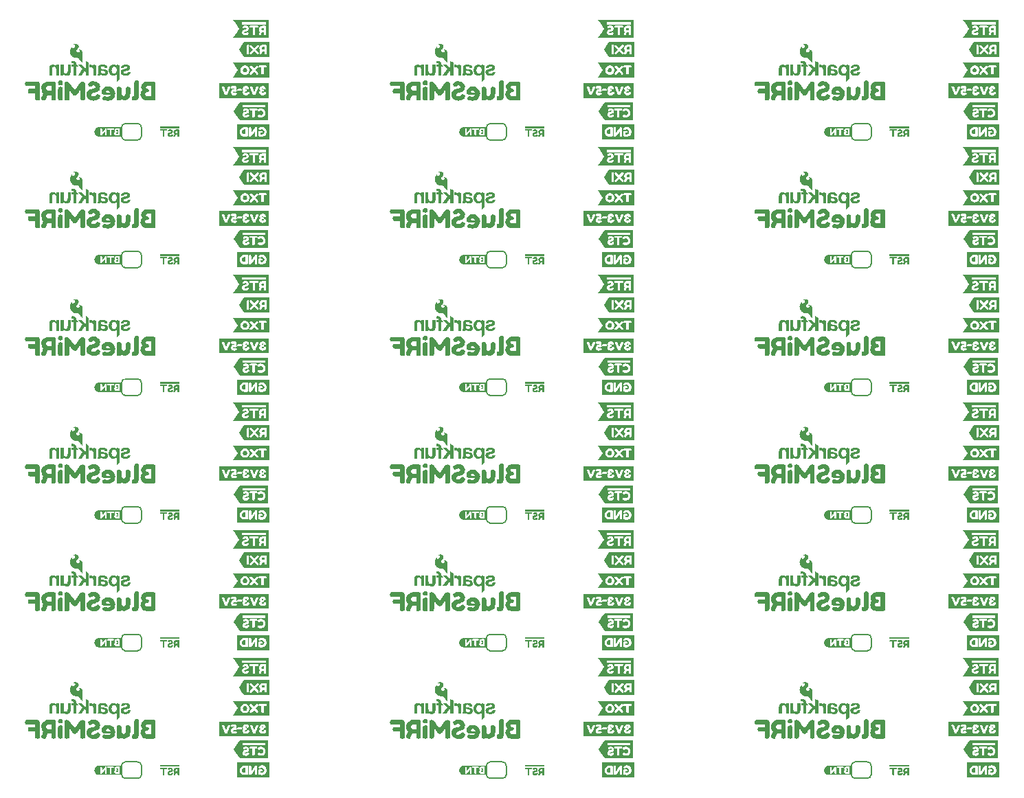
<source format=gbo>
%TF.GenerationSoftware,KiCad,Pcbnew,7.0.6*%
%TF.CreationDate,2023-11-19T12:50:21-07:00*%
%TF.ProjectId,SparkFun_BlueSMiRF-ESP32-PTH_panelized,53706172-6b46-4756-9e5f-426c7565534d,rev?*%
%TF.SameCoordinates,Original*%
%TF.FileFunction,Legend,Bot*%
%TF.FilePolarity,Positive*%
%FSLAX46Y46*%
G04 Gerber Fmt 4.6, Leading zero omitted, Abs format (unit mm)*
G04 Created by KiCad (PCBNEW 7.0.6) date 2023-11-19 12:50:21*
%MOMM*%
%LPD*%
G01*
G04 APERTURE LIST*
%ADD10C,0.152400*%
G04 APERTURE END LIST*
%TO.C,kibuzzard-655A4397*%
G36*
X35896726Y2708540D02*
G01*
X35565997Y2708540D01*
X34991322Y2708540D01*
X34080097Y2708540D01*
X33140297Y2708540D01*
X32732310Y2708540D01*
X32401581Y2708540D01*
X31931328Y3413919D01*
X32732310Y3413919D01*
X32739057Y3338116D01*
X32759297Y3269456D01*
X32828353Y3162300D01*
X32925985Y3091656D01*
X33034728Y3051175D01*
X33140297Y3039269D01*
X33229197Y3046413D01*
X33303810Y3063875D01*
X33364928Y3090069D01*
X33414141Y3120231D01*
X33452241Y3151188D01*
X33480022Y3178969D01*
X33497485Y3201194D01*
X33507010Y3212306D01*
X33546697Y3315494D01*
X33480022Y3417094D01*
X33414053Y3453783D01*
X33345261Y3443199D01*
X33273647Y3385344D01*
X33209353Y3327400D01*
X33146647Y3312319D01*
X33052985Y3335338D01*
X33024410Y3409156D01*
X33065685Y3458369D01*
X33190303Y3495675D01*
X33265908Y3516114D01*
X33326035Y3537744D01*
X33414935Y3588544D01*
X33478435Y3656806D01*
X33516535Y3742531D01*
X33529235Y3845719D01*
X33517417Y3937529D01*
X33481963Y4018227D01*
X33458596Y4045744D01*
X33594322Y4045744D01*
X33603847Y3975894D01*
X33634803Y3938588D01*
X33671316Y3925888D01*
X33716560Y3923506D01*
X33935635Y3923506D01*
X33935635Y3196431D01*
X33938016Y3143250D01*
X33953097Y3101181D01*
X33997547Y3066256D01*
X34080097Y3055144D01*
X34161853Y3066256D01*
X34204716Y3101975D01*
X34219003Y3144838D01*
X34221385Y3198019D01*
X34221385Y3923506D01*
X34442047Y3923506D01*
X34487291Y3925888D01*
X34523010Y3938588D01*
X34553172Y3975894D01*
X34553384Y3977481D01*
X34607147Y3977481D01*
X34642072Y3888581D01*
X34701603Y3824288D01*
X34756372Y3802856D01*
X34842097Y3839369D01*
X34852416Y3846513D01*
X34865910Y3855244D01*
X34880991Y3863975D01*
X34902422Y3871913D01*
X34927822Y3878263D01*
X34959572Y3883819D01*
X34997672Y3885406D01*
X35088160Y3869531D01*
X35177853Y3822700D01*
X35248497Y3736181D01*
X35268738Y3676650D01*
X35275485Y3609181D01*
X35263380Y3522464D01*
X35227066Y3449638D01*
X35175671Y3393877D01*
X35118322Y3358356D01*
X34997672Y3332956D01*
X34913932Y3346053D01*
X34834160Y3385344D01*
X34754785Y3417094D01*
X34700810Y3394472D01*
X34643660Y3326606D01*
X34608735Y3234531D01*
X34630960Y3176588D01*
X34696047Y3128169D01*
X34790239Y3078780D01*
X34888664Y3049147D01*
X34991322Y3039269D01*
X35058593Y3044031D01*
X35130228Y3058319D01*
X35205238Y3083917D01*
X35282628Y3122613D01*
X35357043Y3172619D01*
X35423122Y3232150D01*
X35479677Y3305373D01*
X35525516Y3396456D01*
X35555877Y3501628D01*
X35565997Y3617119D01*
X35556075Y3728244D01*
X35526310Y3829844D01*
X35481066Y3918148D01*
X35424710Y3989388D01*
X35358630Y4047331D01*
X35284216Y4095750D01*
X35206428Y4133255D01*
X35130228Y4158456D01*
X35056608Y4172744D01*
X34986560Y4177506D01*
X34892015Y4167628D01*
X34794649Y4137995D01*
X34694460Y4088606D01*
X34651597Y4058444D01*
X34622228Y4025106D01*
X34607147Y3977481D01*
X34553384Y3977481D01*
X34562697Y4047331D01*
X34553172Y4116388D01*
X34522216Y4152900D01*
X34485703Y4165600D01*
X34440460Y4167981D01*
X33714972Y4167981D01*
X33669728Y4165600D01*
X33634010Y4152900D01*
X33603847Y4115594D01*
X33594322Y4045744D01*
X33458596Y4045744D01*
X33422872Y4087813D01*
X33345790Y4141170D01*
X33256361Y4173185D01*
X33154585Y4183856D01*
X33034817Y4173273D01*
X32933746Y4141523D01*
X32851372Y4088606D01*
X32794222Y4006850D01*
X32832322Y3909219D01*
X32925985Y3832225D01*
X33032347Y3861594D01*
X33050603Y3876675D01*
X33072828Y3894931D01*
X33103785Y3906838D01*
X33156172Y3912394D01*
X33214910Y3892550D01*
X33240310Y3844131D01*
X33212528Y3792538D01*
X33149822Y3764756D01*
X33052985Y3744913D01*
X32951385Y3720306D01*
X32861493Y3679031D01*
X32791841Y3618706D01*
X32747193Y3532584D01*
X32732310Y3413919D01*
X31931328Y3413919D01*
X31667274Y3810000D01*
X32181095Y4580731D01*
X32732310Y4580731D01*
X32732310Y4316148D01*
X35565997Y4316148D01*
X35565997Y4580731D01*
X32732310Y4580731D01*
X32181095Y4580731D01*
X32401581Y4911460D01*
X32732310Y4911460D01*
X35565997Y4911460D01*
X35896726Y4911460D01*
X35896726Y2708540D01*
G37*
G36*
X80846726Y18448540D02*
G01*
X80515997Y18448540D01*
X79941322Y18448540D01*
X79030097Y18448540D01*
X78090297Y18448540D01*
X77682310Y18448540D01*
X77351581Y18448540D01*
X76881328Y19153919D01*
X77682310Y19153919D01*
X77689057Y19078116D01*
X77709297Y19009456D01*
X77778353Y18902300D01*
X77875985Y18831656D01*
X77984728Y18791175D01*
X78090297Y18779269D01*
X78179197Y18786413D01*
X78253810Y18803875D01*
X78314928Y18830069D01*
X78364141Y18860231D01*
X78402241Y18891188D01*
X78430022Y18918969D01*
X78447485Y18941194D01*
X78457010Y18952306D01*
X78496697Y19055494D01*
X78430022Y19157094D01*
X78364053Y19193783D01*
X78295261Y19183199D01*
X78223647Y19125344D01*
X78159353Y19067400D01*
X78096647Y19052319D01*
X78002985Y19075338D01*
X77974410Y19149156D01*
X78015685Y19198369D01*
X78140303Y19235675D01*
X78215908Y19256114D01*
X78276035Y19277744D01*
X78364935Y19328544D01*
X78428435Y19396806D01*
X78466535Y19482531D01*
X78479235Y19585719D01*
X78467417Y19677529D01*
X78431963Y19758227D01*
X78408596Y19785744D01*
X78544322Y19785744D01*
X78553847Y19715894D01*
X78584803Y19678588D01*
X78621316Y19665888D01*
X78666560Y19663506D01*
X78885635Y19663506D01*
X78885635Y18936431D01*
X78888016Y18883250D01*
X78903097Y18841181D01*
X78947547Y18806256D01*
X79030097Y18795144D01*
X79111853Y18806256D01*
X79154716Y18841975D01*
X79169003Y18884838D01*
X79171385Y18938019D01*
X79171385Y19663506D01*
X79392047Y19663506D01*
X79437291Y19665888D01*
X79473010Y19678588D01*
X79503172Y19715894D01*
X79503384Y19717481D01*
X79557147Y19717481D01*
X79592072Y19628581D01*
X79651603Y19564288D01*
X79706372Y19542856D01*
X79792097Y19579369D01*
X79802416Y19586513D01*
X79815910Y19595244D01*
X79830991Y19603975D01*
X79852422Y19611913D01*
X79877822Y19618263D01*
X79909572Y19623819D01*
X79947672Y19625406D01*
X80038160Y19609531D01*
X80127853Y19562700D01*
X80198497Y19476181D01*
X80218738Y19416650D01*
X80225485Y19349181D01*
X80213380Y19262464D01*
X80177066Y19189638D01*
X80125671Y19133877D01*
X80068322Y19098356D01*
X79947672Y19072956D01*
X79863932Y19086053D01*
X79784160Y19125344D01*
X79704785Y19157094D01*
X79650810Y19134472D01*
X79593660Y19066606D01*
X79558735Y18974531D01*
X79580960Y18916588D01*
X79646047Y18868169D01*
X79740239Y18818780D01*
X79838664Y18789147D01*
X79941322Y18779269D01*
X80008593Y18784031D01*
X80080228Y18798319D01*
X80155238Y18823917D01*
X80232628Y18862613D01*
X80307043Y18912619D01*
X80373122Y18972150D01*
X80429677Y19045373D01*
X80475516Y19136456D01*
X80505877Y19241628D01*
X80515997Y19357119D01*
X80506075Y19468244D01*
X80476310Y19569844D01*
X80431066Y19658148D01*
X80374710Y19729388D01*
X80308630Y19787331D01*
X80234216Y19835750D01*
X80156428Y19873255D01*
X80080228Y19898456D01*
X80006608Y19912744D01*
X79936560Y19917506D01*
X79842015Y19907628D01*
X79744649Y19877995D01*
X79644460Y19828606D01*
X79601597Y19798444D01*
X79572228Y19765106D01*
X79557147Y19717481D01*
X79503384Y19717481D01*
X79512697Y19787331D01*
X79503172Y19856388D01*
X79472216Y19892900D01*
X79435703Y19905600D01*
X79390460Y19907981D01*
X78664972Y19907981D01*
X78619728Y19905600D01*
X78584010Y19892900D01*
X78553847Y19855594D01*
X78544322Y19785744D01*
X78408596Y19785744D01*
X78372872Y19827813D01*
X78295790Y19881170D01*
X78206361Y19913185D01*
X78104585Y19923856D01*
X77984817Y19913273D01*
X77883746Y19881523D01*
X77801372Y19828606D01*
X77744222Y19746850D01*
X77782322Y19649219D01*
X77875985Y19572225D01*
X77982347Y19601594D01*
X78000603Y19616675D01*
X78022828Y19634931D01*
X78053785Y19646838D01*
X78106172Y19652394D01*
X78164910Y19632550D01*
X78190310Y19584131D01*
X78162528Y19532538D01*
X78099822Y19504756D01*
X78002985Y19484913D01*
X77901385Y19460306D01*
X77811493Y19419031D01*
X77741841Y19358706D01*
X77697193Y19272584D01*
X77682310Y19153919D01*
X76881328Y19153919D01*
X76617274Y19550000D01*
X77131095Y20320731D01*
X77682310Y20320731D01*
X77682310Y20056148D01*
X80515997Y20056148D01*
X80515997Y20320731D01*
X77682310Y20320731D01*
X77131095Y20320731D01*
X77351581Y20651460D01*
X77682310Y20651460D01*
X80515997Y20651460D01*
X80846726Y20651460D01*
X80846726Y18448540D01*
G37*
G36*
X80846726Y65668540D02*
G01*
X80515997Y65668540D01*
X79941322Y65668540D01*
X79030097Y65668540D01*
X78090297Y65668540D01*
X77682310Y65668540D01*
X77351581Y65668540D01*
X76881328Y66373919D01*
X77682310Y66373919D01*
X77689057Y66298116D01*
X77709297Y66229456D01*
X77778353Y66122300D01*
X77875985Y66051656D01*
X77984728Y66011175D01*
X78090297Y65999269D01*
X78179197Y66006413D01*
X78253810Y66023875D01*
X78314928Y66050069D01*
X78364141Y66080231D01*
X78402241Y66111188D01*
X78430022Y66138969D01*
X78447485Y66161194D01*
X78457010Y66172306D01*
X78496697Y66275494D01*
X78430022Y66377094D01*
X78364053Y66413783D01*
X78295261Y66403199D01*
X78223647Y66345344D01*
X78159353Y66287400D01*
X78096647Y66272319D01*
X78002985Y66295338D01*
X77974410Y66369156D01*
X78015685Y66418369D01*
X78140303Y66455675D01*
X78215908Y66476114D01*
X78276035Y66497744D01*
X78364935Y66548544D01*
X78428435Y66616806D01*
X78466535Y66702531D01*
X78479235Y66805719D01*
X78467417Y66897529D01*
X78431963Y66978227D01*
X78408596Y67005744D01*
X78544322Y67005744D01*
X78553847Y66935894D01*
X78584803Y66898588D01*
X78621316Y66885888D01*
X78666560Y66883506D01*
X78885635Y66883506D01*
X78885635Y66156431D01*
X78888016Y66103250D01*
X78903097Y66061181D01*
X78947547Y66026256D01*
X79030097Y66015144D01*
X79111853Y66026256D01*
X79154716Y66061975D01*
X79169003Y66104838D01*
X79171385Y66158019D01*
X79171385Y66883506D01*
X79392047Y66883506D01*
X79437291Y66885888D01*
X79473010Y66898588D01*
X79503172Y66935894D01*
X79503384Y66937481D01*
X79557147Y66937481D01*
X79592072Y66848581D01*
X79651603Y66784288D01*
X79706372Y66762856D01*
X79792097Y66799369D01*
X79802416Y66806513D01*
X79815910Y66815244D01*
X79830991Y66823975D01*
X79852422Y66831913D01*
X79877822Y66838263D01*
X79909572Y66843819D01*
X79947672Y66845406D01*
X80038160Y66829531D01*
X80127853Y66782700D01*
X80198497Y66696181D01*
X80218738Y66636650D01*
X80225485Y66569181D01*
X80213380Y66482464D01*
X80177066Y66409638D01*
X80125671Y66353877D01*
X80068322Y66318356D01*
X79947672Y66292956D01*
X79863932Y66306053D01*
X79784160Y66345344D01*
X79704785Y66377094D01*
X79650810Y66354472D01*
X79593660Y66286606D01*
X79558735Y66194531D01*
X79580960Y66136588D01*
X79646047Y66088169D01*
X79740239Y66038780D01*
X79838664Y66009147D01*
X79941322Y65999269D01*
X80008593Y66004031D01*
X80080228Y66018319D01*
X80155238Y66043917D01*
X80232628Y66082613D01*
X80307043Y66132619D01*
X80373122Y66192150D01*
X80429677Y66265373D01*
X80475516Y66356456D01*
X80505877Y66461628D01*
X80515997Y66577119D01*
X80506075Y66688244D01*
X80476310Y66789844D01*
X80431066Y66878148D01*
X80374710Y66949388D01*
X80308630Y67007331D01*
X80234216Y67055750D01*
X80156428Y67093255D01*
X80080228Y67118456D01*
X80006608Y67132744D01*
X79936560Y67137506D01*
X79842015Y67127628D01*
X79744649Y67097995D01*
X79644460Y67048606D01*
X79601597Y67018444D01*
X79572228Y66985106D01*
X79557147Y66937481D01*
X79503384Y66937481D01*
X79512697Y67007331D01*
X79503172Y67076388D01*
X79472216Y67112900D01*
X79435703Y67125600D01*
X79390460Y67127981D01*
X78664972Y67127981D01*
X78619728Y67125600D01*
X78584010Y67112900D01*
X78553847Y67075594D01*
X78544322Y67005744D01*
X78408596Y67005744D01*
X78372872Y67047813D01*
X78295790Y67101170D01*
X78206361Y67133185D01*
X78104585Y67143856D01*
X77984817Y67133273D01*
X77883746Y67101523D01*
X77801372Y67048606D01*
X77744222Y66966850D01*
X77782322Y66869219D01*
X77875985Y66792225D01*
X77982347Y66821594D01*
X78000603Y66836675D01*
X78022828Y66854931D01*
X78053785Y66866838D01*
X78106172Y66872394D01*
X78164910Y66852550D01*
X78190310Y66804131D01*
X78162528Y66752538D01*
X78099822Y66724756D01*
X78002985Y66704913D01*
X77901385Y66680306D01*
X77811493Y66639031D01*
X77741841Y66578706D01*
X77697193Y66492584D01*
X77682310Y66373919D01*
X76881328Y66373919D01*
X76617274Y66770000D01*
X77131095Y67540731D01*
X77682310Y67540731D01*
X77682310Y67276148D01*
X80515997Y67276148D01*
X80515997Y67540731D01*
X77682310Y67540731D01*
X77131095Y67540731D01*
X77351581Y67871460D01*
X77682310Y67871460D01*
X80515997Y67871460D01*
X80846726Y67871460D01*
X80846726Y65668540D01*
G37*
G36*
X125796726Y2708540D02*
G01*
X125465997Y2708540D01*
X124891322Y2708540D01*
X123980097Y2708540D01*
X123040297Y2708540D01*
X122632310Y2708540D01*
X122301581Y2708540D01*
X121831328Y3413919D01*
X122632310Y3413919D01*
X122639057Y3338116D01*
X122659297Y3269456D01*
X122728353Y3162300D01*
X122825985Y3091656D01*
X122934728Y3051175D01*
X123040297Y3039269D01*
X123129197Y3046413D01*
X123203810Y3063875D01*
X123264928Y3090069D01*
X123314141Y3120231D01*
X123352241Y3151188D01*
X123380022Y3178969D01*
X123397485Y3201194D01*
X123407010Y3212306D01*
X123446697Y3315494D01*
X123380022Y3417094D01*
X123314053Y3453783D01*
X123245261Y3443199D01*
X123173647Y3385344D01*
X123109353Y3327400D01*
X123046647Y3312319D01*
X122952985Y3335338D01*
X122924410Y3409156D01*
X122965685Y3458369D01*
X123090303Y3495675D01*
X123165908Y3516114D01*
X123226035Y3537744D01*
X123314935Y3588544D01*
X123378435Y3656806D01*
X123416535Y3742531D01*
X123429235Y3845719D01*
X123417417Y3937529D01*
X123381963Y4018227D01*
X123358596Y4045744D01*
X123494322Y4045744D01*
X123503847Y3975894D01*
X123534803Y3938588D01*
X123571316Y3925888D01*
X123616560Y3923506D01*
X123835635Y3923506D01*
X123835635Y3196431D01*
X123838016Y3143250D01*
X123853097Y3101181D01*
X123897547Y3066256D01*
X123980097Y3055144D01*
X124061853Y3066256D01*
X124104716Y3101975D01*
X124119003Y3144838D01*
X124121385Y3198019D01*
X124121385Y3923506D01*
X124342047Y3923506D01*
X124387291Y3925888D01*
X124423010Y3938588D01*
X124453172Y3975894D01*
X124453384Y3977481D01*
X124507147Y3977481D01*
X124542072Y3888581D01*
X124601603Y3824288D01*
X124656372Y3802856D01*
X124742097Y3839369D01*
X124752416Y3846513D01*
X124765910Y3855244D01*
X124780991Y3863975D01*
X124802422Y3871913D01*
X124827822Y3878263D01*
X124859572Y3883819D01*
X124897672Y3885406D01*
X124988160Y3869531D01*
X125077853Y3822700D01*
X125148497Y3736181D01*
X125168738Y3676650D01*
X125175485Y3609181D01*
X125163380Y3522464D01*
X125127066Y3449638D01*
X125075671Y3393877D01*
X125018322Y3358356D01*
X124897672Y3332956D01*
X124813932Y3346053D01*
X124734160Y3385344D01*
X124654785Y3417094D01*
X124600810Y3394472D01*
X124543660Y3326606D01*
X124508735Y3234531D01*
X124530960Y3176588D01*
X124596047Y3128169D01*
X124690239Y3078780D01*
X124788664Y3049147D01*
X124891322Y3039269D01*
X124958593Y3044031D01*
X125030228Y3058319D01*
X125105238Y3083917D01*
X125182628Y3122613D01*
X125257043Y3172619D01*
X125323122Y3232150D01*
X125379677Y3305373D01*
X125425516Y3396456D01*
X125455877Y3501628D01*
X125465997Y3617119D01*
X125456075Y3728244D01*
X125426310Y3829844D01*
X125381066Y3918148D01*
X125324710Y3989388D01*
X125258630Y4047331D01*
X125184216Y4095750D01*
X125106428Y4133255D01*
X125030228Y4158456D01*
X124956608Y4172744D01*
X124886560Y4177506D01*
X124792015Y4167628D01*
X124694649Y4137995D01*
X124594460Y4088606D01*
X124551597Y4058444D01*
X124522228Y4025106D01*
X124507147Y3977481D01*
X124453384Y3977481D01*
X124462697Y4047331D01*
X124453172Y4116388D01*
X124422216Y4152900D01*
X124385703Y4165600D01*
X124340460Y4167981D01*
X123614972Y4167981D01*
X123569728Y4165600D01*
X123534010Y4152900D01*
X123503847Y4115594D01*
X123494322Y4045744D01*
X123358596Y4045744D01*
X123322872Y4087813D01*
X123245790Y4141170D01*
X123156361Y4173185D01*
X123054585Y4183856D01*
X122934817Y4173273D01*
X122833746Y4141523D01*
X122751372Y4088606D01*
X122694222Y4006850D01*
X122732322Y3909219D01*
X122825985Y3832225D01*
X122932347Y3861594D01*
X122950603Y3876675D01*
X122972828Y3894931D01*
X123003785Y3906838D01*
X123056172Y3912394D01*
X123114910Y3892550D01*
X123140310Y3844131D01*
X123112528Y3792538D01*
X123049822Y3764756D01*
X122952985Y3744913D01*
X122851385Y3720306D01*
X122761493Y3679031D01*
X122691841Y3618706D01*
X122647193Y3532584D01*
X122632310Y3413919D01*
X121831328Y3413919D01*
X121567274Y3810000D01*
X122081095Y4580731D01*
X122632310Y4580731D01*
X122632310Y4316148D01*
X125465997Y4316148D01*
X125465997Y4580731D01*
X122632310Y4580731D01*
X122081095Y4580731D01*
X122301581Y4911460D01*
X122632310Y4911460D01*
X125465997Y4911460D01*
X125796726Y4911460D01*
X125796726Y2708540D01*
G37*
G36*
X35896726Y18448540D02*
G01*
X35565997Y18448540D01*
X34991322Y18448540D01*
X34080097Y18448540D01*
X33140297Y18448540D01*
X32732310Y18448540D01*
X32401581Y18448540D01*
X31931328Y19153919D01*
X32732310Y19153919D01*
X32739057Y19078116D01*
X32759297Y19009456D01*
X32828353Y18902300D01*
X32925985Y18831656D01*
X33034728Y18791175D01*
X33140297Y18779269D01*
X33229197Y18786413D01*
X33303810Y18803875D01*
X33364928Y18830069D01*
X33414141Y18860231D01*
X33452241Y18891188D01*
X33480022Y18918969D01*
X33497485Y18941194D01*
X33507010Y18952306D01*
X33546697Y19055494D01*
X33480022Y19157094D01*
X33414053Y19193783D01*
X33345261Y19183199D01*
X33273647Y19125344D01*
X33209353Y19067400D01*
X33146647Y19052319D01*
X33052985Y19075338D01*
X33024410Y19149156D01*
X33065685Y19198369D01*
X33190303Y19235675D01*
X33265908Y19256114D01*
X33326035Y19277744D01*
X33414935Y19328544D01*
X33478435Y19396806D01*
X33516535Y19482531D01*
X33529235Y19585719D01*
X33517417Y19677529D01*
X33481963Y19758227D01*
X33458596Y19785744D01*
X33594322Y19785744D01*
X33603847Y19715894D01*
X33634803Y19678588D01*
X33671316Y19665888D01*
X33716560Y19663506D01*
X33935635Y19663506D01*
X33935635Y18936431D01*
X33938016Y18883250D01*
X33953097Y18841181D01*
X33997547Y18806256D01*
X34080097Y18795144D01*
X34161853Y18806256D01*
X34204716Y18841975D01*
X34219003Y18884838D01*
X34221385Y18938019D01*
X34221385Y19663506D01*
X34442047Y19663506D01*
X34487291Y19665888D01*
X34523010Y19678588D01*
X34553172Y19715894D01*
X34553384Y19717481D01*
X34607147Y19717481D01*
X34642072Y19628581D01*
X34701603Y19564288D01*
X34756372Y19542856D01*
X34842097Y19579369D01*
X34852416Y19586513D01*
X34865910Y19595244D01*
X34880991Y19603975D01*
X34902422Y19611913D01*
X34927822Y19618263D01*
X34959572Y19623819D01*
X34997672Y19625406D01*
X35088160Y19609531D01*
X35177853Y19562700D01*
X35248497Y19476181D01*
X35268738Y19416650D01*
X35275485Y19349181D01*
X35263380Y19262464D01*
X35227066Y19189638D01*
X35175671Y19133877D01*
X35118322Y19098356D01*
X34997672Y19072956D01*
X34913932Y19086053D01*
X34834160Y19125344D01*
X34754785Y19157094D01*
X34700810Y19134472D01*
X34643660Y19066606D01*
X34608735Y18974531D01*
X34630960Y18916588D01*
X34696047Y18868169D01*
X34790239Y18818780D01*
X34888664Y18789147D01*
X34991322Y18779269D01*
X35058593Y18784031D01*
X35130228Y18798319D01*
X35205238Y18823917D01*
X35282628Y18862613D01*
X35357043Y18912619D01*
X35423122Y18972150D01*
X35479677Y19045373D01*
X35525516Y19136456D01*
X35555877Y19241628D01*
X35565997Y19357119D01*
X35556075Y19468244D01*
X35526310Y19569844D01*
X35481066Y19658148D01*
X35424710Y19729388D01*
X35358630Y19787331D01*
X35284216Y19835750D01*
X35206428Y19873255D01*
X35130228Y19898456D01*
X35056608Y19912744D01*
X34986560Y19917506D01*
X34892015Y19907628D01*
X34794649Y19877995D01*
X34694460Y19828606D01*
X34651597Y19798444D01*
X34622228Y19765106D01*
X34607147Y19717481D01*
X34553384Y19717481D01*
X34562697Y19787331D01*
X34553172Y19856388D01*
X34522216Y19892900D01*
X34485703Y19905600D01*
X34440460Y19907981D01*
X33714972Y19907981D01*
X33669728Y19905600D01*
X33634010Y19892900D01*
X33603847Y19855594D01*
X33594322Y19785744D01*
X33458596Y19785744D01*
X33422872Y19827813D01*
X33345790Y19881170D01*
X33256361Y19913185D01*
X33154585Y19923856D01*
X33034817Y19913273D01*
X32933746Y19881523D01*
X32851372Y19828606D01*
X32794222Y19746850D01*
X32832322Y19649219D01*
X32925985Y19572225D01*
X33032347Y19601594D01*
X33050603Y19616675D01*
X33072828Y19634931D01*
X33103785Y19646838D01*
X33156172Y19652394D01*
X33214910Y19632550D01*
X33240310Y19584131D01*
X33212528Y19532538D01*
X33149822Y19504756D01*
X33052985Y19484913D01*
X32951385Y19460306D01*
X32861493Y19419031D01*
X32791841Y19358706D01*
X32747193Y19272584D01*
X32732310Y19153919D01*
X31931328Y19153919D01*
X31667274Y19550000D01*
X32181095Y20320731D01*
X32732310Y20320731D01*
X32732310Y20056148D01*
X35565997Y20056148D01*
X35565997Y20320731D01*
X32732310Y20320731D01*
X32181095Y20320731D01*
X32401581Y20651460D01*
X32732310Y20651460D01*
X35565997Y20651460D01*
X35896726Y20651460D01*
X35896726Y18448540D01*
G37*
G36*
X35896726Y34188540D02*
G01*
X35565997Y34188540D01*
X34991322Y34188540D01*
X34080097Y34188540D01*
X33140297Y34188540D01*
X32732310Y34188540D01*
X32401581Y34188540D01*
X31931328Y34893919D01*
X32732310Y34893919D01*
X32739057Y34818116D01*
X32759297Y34749456D01*
X32828353Y34642300D01*
X32925985Y34571656D01*
X33034728Y34531175D01*
X33140297Y34519269D01*
X33229197Y34526413D01*
X33303810Y34543875D01*
X33364928Y34570069D01*
X33414141Y34600231D01*
X33452241Y34631188D01*
X33480022Y34658969D01*
X33497485Y34681194D01*
X33507010Y34692306D01*
X33546697Y34795494D01*
X33480022Y34897094D01*
X33414053Y34933783D01*
X33345261Y34923199D01*
X33273647Y34865344D01*
X33209353Y34807400D01*
X33146647Y34792319D01*
X33052985Y34815338D01*
X33024410Y34889156D01*
X33065685Y34938369D01*
X33190303Y34975675D01*
X33265908Y34996114D01*
X33326035Y35017744D01*
X33414935Y35068544D01*
X33478435Y35136806D01*
X33516535Y35222531D01*
X33529235Y35325719D01*
X33517417Y35417529D01*
X33481963Y35498227D01*
X33458596Y35525744D01*
X33594322Y35525744D01*
X33603847Y35455894D01*
X33634803Y35418588D01*
X33671316Y35405888D01*
X33716560Y35403506D01*
X33935635Y35403506D01*
X33935635Y34676431D01*
X33938016Y34623250D01*
X33953097Y34581181D01*
X33997547Y34546256D01*
X34080097Y34535144D01*
X34161853Y34546256D01*
X34204716Y34581975D01*
X34219003Y34624838D01*
X34221385Y34678019D01*
X34221385Y35403506D01*
X34442047Y35403506D01*
X34487291Y35405888D01*
X34523010Y35418588D01*
X34553172Y35455894D01*
X34553384Y35457481D01*
X34607147Y35457481D01*
X34642072Y35368581D01*
X34701603Y35304288D01*
X34756372Y35282856D01*
X34842097Y35319369D01*
X34852416Y35326513D01*
X34865910Y35335244D01*
X34880991Y35343975D01*
X34902422Y35351913D01*
X34927822Y35358263D01*
X34959572Y35363819D01*
X34997672Y35365406D01*
X35088160Y35349531D01*
X35177853Y35302700D01*
X35248497Y35216181D01*
X35268738Y35156650D01*
X35275485Y35089181D01*
X35263380Y35002464D01*
X35227066Y34929638D01*
X35175671Y34873877D01*
X35118322Y34838356D01*
X34997672Y34812956D01*
X34913932Y34826053D01*
X34834160Y34865344D01*
X34754785Y34897094D01*
X34700810Y34874472D01*
X34643660Y34806606D01*
X34608735Y34714531D01*
X34630960Y34656588D01*
X34696047Y34608169D01*
X34790239Y34558780D01*
X34888664Y34529147D01*
X34991322Y34519269D01*
X35058593Y34524031D01*
X35130228Y34538319D01*
X35205238Y34563917D01*
X35282628Y34602613D01*
X35357043Y34652619D01*
X35423122Y34712150D01*
X35479677Y34785373D01*
X35525516Y34876456D01*
X35555877Y34981628D01*
X35565997Y35097119D01*
X35556075Y35208244D01*
X35526310Y35309844D01*
X35481066Y35398148D01*
X35424710Y35469388D01*
X35358630Y35527331D01*
X35284216Y35575750D01*
X35206428Y35613255D01*
X35130228Y35638456D01*
X35056608Y35652744D01*
X34986560Y35657506D01*
X34892015Y35647628D01*
X34794649Y35617995D01*
X34694460Y35568606D01*
X34651597Y35538444D01*
X34622228Y35505106D01*
X34607147Y35457481D01*
X34553384Y35457481D01*
X34562697Y35527331D01*
X34553172Y35596388D01*
X34522216Y35632900D01*
X34485703Y35645600D01*
X34440460Y35647981D01*
X33714972Y35647981D01*
X33669728Y35645600D01*
X33634010Y35632900D01*
X33603847Y35595594D01*
X33594322Y35525744D01*
X33458596Y35525744D01*
X33422872Y35567813D01*
X33345790Y35621170D01*
X33256361Y35653185D01*
X33154585Y35663856D01*
X33034817Y35653273D01*
X32933746Y35621523D01*
X32851372Y35568606D01*
X32794222Y35486850D01*
X32832322Y35389219D01*
X32925985Y35312225D01*
X33032347Y35341594D01*
X33050603Y35356675D01*
X33072828Y35374931D01*
X33103785Y35386838D01*
X33156172Y35392394D01*
X33214910Y35372550D01*
X33240310Y35324131D01*
X33212528Y35272538D01*
X33149822Y35244756D01*
X33052985Y35224913D01*
X32951385Y35200306D01*
X32861493Y35159031D01*
X32791841Y35098706D01*
X32747193Y35012584D01*
X32732310Y34893919D01*
X31931328Y34893919D01*
X31667274Y35290000D01*
X32181095Y36060731D01*
X32732310Y36060731D01*
X32732310Y35796148D01*
X35565997Y35796148D01*
X35565997Y36060731D01*
X32732310Y36060731D01*
X32181095Y36060731D01*
X32401581Y36391460D01*
X32732310Y36391460D01*
X35565997Y36391460D01*
X35896726Y36391460D01*
X35896726Y34188540D01*
G37*
G36*
X35896726Y65668540D02*
G01*
X35565997Y65668540D01*
X34991322Y65668540D01*
X34080097Y65668540D01*
X33140297Y65668540D01*
X32732310Y65668540D01*
X32401581Y65668540D01*
X31931328Y66373919D01*
X32732310Y66373919D01*
X32739057Y66298116D01*
X32759297Y66229456D01*
X32828353Y66122300D01*
X32925985Y66051656D01*
X33034728Y66011175D01*
X33140297Y65999269D01*
X33229197Y66006413D01*
X33303810Y66023875D01*
X33364928Y66050069D01*
X33414141Y66080231D01*
X33452241Y66111188D01*
X33480022Y66138969D01*
X33497485Y66161194D01*
X33507010Y66172306D01*
X33546697Y66275494D01*
X33480022Y66377094D01*
X33414053Y66413783D01*
X33345261Y66403199D01*
X33273647Y66345344D01*
X33209353Y66287400D01*
X33146647Y66272319D01*
X33052985Y66295338D01*
X33024410Y66369156D01*
X33065685Y66418369D01*
X33190303Y66455675D01*
X33265908Y66476114D01*
X33326035Y66497744D01*
X33414935Y66548544D01*
X33478435Y66616806D01*
X33516535Y66702531D01*
X33529235Y66805719D01*
X33517417Y66897529D01*
X33481963Y66978227D01*
X33458596Y67005744D01*
X33594322Y67005744D01*
X33603847Y66935894D01*
X33634803Y66898588D01*
X33671316Y66885888D01*
X33716560Y66883506D01*
X33935635Y66883506D01*
X33935635Y66156431D01*
X33938016Y66103250D01*
X33953097Y66061181D01*
X33997547Y66026256D01*
X34080097Y66015144D01*
X34161853Y66026256D01*
X34204716Y66061975D01*
X34219003Y66104838D01*
X34221385Y66158019D01*
X34221385Y66883506D01*
X34442047Y66883506D01*
X34487291Y66885888D01*
X34523010Y66898588D01*
X34553172Y66935894D01*
X34553384Y66937481D01*
X34607147Y66937481D01*
X34642072Y66848581D01*
X34701603Y66784288D01*
X34756372Y66762856D01*
X34842097Y66799369D01*
X34852416Y66806513D01*
X34865910Y66815244D01*
X34880991Y66823975D01*
X34902422Y66831913D01*
X34927822Y66838263D01*
X34959572Y66843819D01*
X34997672Y66845406D01*
X35088160Y66829531D01*
X35177853Y66782700D01*
X35248497Y66696181D01*
X35268738Y66636650D01*
X35275485Y66569181D01*
X35263380Y66482464D01*
X35227066Y66409638D01*
X35175671Y66353877D01*
X35118322Y66318356D01*
X34997672Y66292956D01*
X34913932Y66306053D01*
X34834160Y66345344D01*
X34754785Y66377094D01*
X34700810Y66354472D01*
X34643660Y66286606D01*
X34608735Y66194531D01*
X34630960Y66136588D01*
X34696047Y66088169D01*
X34790239Y66038780D01*
X34888664Y66009147D01*
X34991322Y65999269D01*
X35058593Y66004031D01*
X35130228Y66018319D01*
X35205238Y66043917D01*
X35282628Y66082613D01*
X35357043Y66132619D01*
X35423122Y66192150D01*
X35479677Y66265373D01*
X35525516Y66356456D01*
X35555877Y66461628D01*
X35565997Y66577119D01*
X35556075Y66688244D01*
X35526310Y66789844D01*
X35481066Y66878148D01*
X35424710Y66949388D01*
X35358630Y67007331D01*
X35284216Y67055750D01*
X35206428Y67093255D01*
X35130228Y67118456D01*
X35056608Y67132744D01*
X34986560Y67137506D01*
X34892015Y67127628D01*
X34794649Y67097995D01*
X34694460Y67048606D01*
X34651597Y67018444D01*
X34622228Y66985106D01*
X34607147Y66937481D01*
X34553384Y66937481D01*
X34562697Y67007331D01*
X34553172Y67076388D01*
X34522216Y67112900D01*
X34485703Y67125600D01*
X34440460Y67127981D01*
X33714972Y67127981D01*
X33669728Y67125600D01*
X33634010Y67112900D01*
X33603847Y67075594D01*
X33594322Y67005744D01*
X33458596Y67005744D01*
X33422872Y67047813D01*
X33345790Y67101170D01*
X33256361Y67133185D01*
X33154585Y67143856D01*
X33034817Y67133273D01*
X32933746Y67101523D01*
X32851372Y67048606D01*
X32794222Y66966850D01*
X32832322Y66869219D01*
X32925985Y66792225D01*
X33032347Y66821594D01*
X33050603Y66836675D01*
X33072828Y66854931D01*
X33103785Y66866838D01*
X33156172Y66872394D01*
X33214910Y66852550D01*
X33240310Y66804131D01*
X33212528Y66752538D01*
X33149822Y66724756D01*
X33052985Y66704913D01*
X32951385Y66680306D01*
X32861493Y66639031D01*
X32791841Y66578706D01*
X32747193Y66492584D01*
X32732310Y66373919D01*
X31931328Y66373919D01*
X31667274Y66770000D01*
X32181095Y67540731D01*
X32732310Y67540731D01*
X32732310Y67276148D01*
X35565997Y67276148D01*
X35565997Y67540731D01*
X32732310Y67540731D01*
X32181095Y67540731D01*
X32401581Y67871460D01*
X32732310Y67871460D01*
X35565997Y67871460D01*
X35896726Y67871460D01*
X35896726Y65668540D01*
G37*
G36*
X35896726Y49928540D02*
G01*
X35565997Y49928540D01*
X34991322Y49928540D01*
X34080097Y49928540D01*
X33140297Y49928540D01*
X32732310Y49928540D01*
X32401581Y49928540D01*
X31931328Y50633919D01*
X32732310Y50633919D01*
X32739057Y50558116D01*
X32759297Y50489456D01*
X32828353Y50382300D01*
X32925985Y50311656D01*
X33034728Y50271175D01*
X33140297Y50259269D01*
X33229197Y50266413D01*
X33303810Y50283875D01*
X33364928Y50310069D01*
X33414141Y50340231D01*
X33452241Y50371188D01*
X33480022Y50398969D01*
X33497485Y50421194D01*
X33507010Y50432306D01*
X33546697Y50535494D01*
X33480022Y50637094D01*
X33414053Y50673783D01*
X33345261Y50663199D01*
X33273647Y50605344D01*
X33209353Y50547400D01*
X33146647Y50532319D01*
X33052985Y50555338D01*
X33024410Y50629156D01*
X33065685Y50678369D01*
X33190303Y50715675D01*
X33265908Y50736114D01*
X33326035Y50757744D01*
X33414935Y50808544D01*
X33478435Y50876806D01*
X33516535Y50962531D01*
X33529235Y51065719D01*
X33517417Y51157529D01*
X33481963Y51238227D01*
X33458596Y51265744D01*
X33594322Y51265744D01*
X33603847Y51195894D01*
X33634803Y51158588D01*
X33671316Y51145888D01*
X33716560Y51143506D01*
X33935635Y51143506D01*
X33935635Y50416431D01*
X33938016Y50363250D01*
X33953097Y50321181D01*
X33997547Y50286256D01*
X34080097Y50275144D01*
X34161853Y50286256D01*
X34204716Y50321975D01*
X34219003Y50364838D01*
X34221385Y50418019D01*
X34221385Y51143506D01*
X34442047Y51143506D01*
X34487291Y51145888D01*
X34523010Y51158588D01*
X34553172Y51195894D01*
X34553384Y51197481D01*
X34607147Y51197481D01*
X34642072Y51108581D01*
X34701603Y51044288D01*
X34756372Y51022856D01*
X34842097Y51059369D01*
X34852416Y51066513D01*
X34865910Y51075244D01*
X34880991Y51083975D01*
X34902422Y51091913D01*
X34927822Y51098263D01*
X34959572Y51103819D01*
X34997672Y51105406D01*
X35088160Y51089531D01*
X35177853Y51042700D01*
X35248497Y50956181D01*
X35268738Y50896650D01*
X35275485Y50829181D01*
X35263380Y50742464D01*
X35227066Y50669638D01*
X35175671Y50613877D01*
X35118322Y50578356D01*
X34997672Y50552956D01*
X34913932Y50566053D01*
X34834160Y50605344D01*
X34754785Y50637094D01*
X34700810Y50614472D01*
X34643660Y50546606D01*
X34608735Y50454531D01*
X34630960Y50396588D01*
X34696047Y50348169D01*
X34790239Y50298780D01*
X34888664Y50269147D01*
X34991322Y50259269D01*
X35058593Y50264031D01*
X35130228Y50278319D01*
X35205238Y50303917D01*
X35282628Y50342613D01*
X35357043Y50392619D01*
X35423122Y50452150D01*
X35479677Y50525373D01*
X35525516Y50616456D01*
X35555877Y50721628D01*
X35565997Y50837119D01*
X35556075Y50948244D01*
X35526310Y51049844D01*
X35481066Y51138148D01*
X35424710Y51209388D01*
X35358630Y51267331D01*
X35284216Y51315750D01*
X35206428Y51353255D01*
X35130228Y51378456D01*
X35056608Y51392744D01*
X34986560Y51397506D01*
X34892015Y51387628D01*
X34794649Y51357995D01*
X34694460Y51308606D01*
X34651597Y51278444D01*
X34622228Y51245106D01*
X34607147Y51197481D01*
X34553384Y51197481D01*
X34562697Y51267331D01*
X34553172Y51336388D01*
X34522216Y51372900D01*
X34485703Y51385600D01*
X34440460Y51387981D01*
X33714972Y51387981D01*
X33669728Y51385600D01*
X33634010Y51372900D01*
X33603847Y51335594D01*
X33594322Y51265744D01*
X33458596Y51265744D01*
X33422872Y51307813D01*
X33345790Y51361170D01*
X33256361Y51393185D01*
X33154585Y51403856D01*
X33034817Y51393273D01*
X32933746Y51361523D01*
X32851372Y51308606D01*
X32794222Y51226850D01*
X32832322Y51129219D01*
X32925985Y51052225D01*
X33032347Y51081594D01*
X33050603Y51096675D01*
X33072828Y51114931D01*
X33103785Y51126838D01*
X33156172Y51132394D01*
X33214910Y51112550D01*
X33240310Y51064131D01*
X33212528Y51012538D01*
X33149822Y50984756D01*
X33052985Y50964913D01*
X32951385Y50940306D01*
X32861493Y50899031D01*
X32791841Y50838706D01*
X32747193Y50752584D01*
X32732310Y50633919D01*
X31931328Y50633919D01*
X31667274Y51030000D01*
X32181095Y51800731D01*
X32732310Y51800731D01*
X32732310Y51536148D01*
X35565997Y51536148D01*
X35565997Y51800731D01*
X32732310Y51800731D01*
X32181095Y51800731D01*
X32401581Y52131460D01*
X32732310Y52131460D01*
X35565997Y52131460D01*
X35896726Y52131460D01*
X35896726Y49928540D01*
G37*
G36*
X35896726Y81408540D02*
G01*
X35565997Y81408540D01*
X34991322Y81408540D01*
X34080097Y81408540D01*
X33140297Y81408540D01*
X32732310Y81408540D01*
X32401581Y81408540D01*
X31931328Y82113919D01*
X32732310Y82113919D01*
X32739057Y82038116D01*
X32759297Y81969456D01*
X32828353Y81862300D01*
X32925985Y81791656D01*
X33034728Y81751175D01*
X33140297Y81739269D01*
X33229197Y81746413D01*
X33303810Y81763875D01*
X33364928Y81790069D01*
X33414141Y81820231D01*
X33452241Y81851188D01*
X33480022Y81878969D01*
X33497485Y81901194D01*
X33507010Y81912306D01*
X33546697Y82015494D01*
X33480022Y82117094D01*
X33414053Y82153783D01*
X33345261Y82143199D01*
X33273647Y82085344D01*
X33209353Y82027400D01*
X33146647Y82012319D01*
X33052985Y82035338D01*
X33024410Y82109156D01*
X33065685Y82158369D01*
X33190303Y82195675D01*
X33265908Y82216114D01*
X33326035Y82237744D01*
X33414935Y82288544D01*
X33478435Y82356806D01*
X33516535Y82442531D01*
X33529235Y82545719D01*
X33517417Y82637529D01*
X33481963Y82718227D01*
X33458596Y82745744D01*
X33594322Y82745744D01*
X33603847Y82675894D01*
X33634803Y82638588D01*
X33671316Y82625888D01*
X33716560Y82623506D01*
X33935635Y82623506D01*
X33935635Y81896431D01*
X33938016Y81843250D01*
X33953097Y81801181D01*
X33997547Y81766256D01*
X34080097Y81755144D01*
X34161853Y81766256D01*
X34204716Y81801975D01*
X34219003Y81844838D01*
X34221385Y81898019D01*
X34221385Y82623506D01*
X34442047Y82623506D01*
X34487291Y82625888D01*
X34523010Y82638588D01*
X34553172Y82675894D01*
X34553384Y82677481D01*
X34607147Y82677481D01*
X34642072Y82588581D01*
X34701603Y82524288D01*
X34756372Y82502856D01*
X34842097Y82539369D01*
X34852416Y82546513D01*
X34865910Y82555244D01*
X34880991Y82563975D01*
X34902422Y82571913D01*
X34927822Y82578263D01*
X34959572Y82583819D01*
X34997672Y82585406D01*
X35088160Y82569531D01*
X35177853Y82522700D01*
X35248497Y82436181D01*
X35268738Y82376650D01*
X35275485Y82309181D01*
X35263380Y82222464D01*
X35227066Y82149638D01*
X35175671Y82093877D01*
X35118322Y82058356D01*
X34997672Y82032956D01*
X34913932Y82046053D01*
X34834160Y82085344D01*
X34754785Y82117094D01*
X34700810Y82094472D01*
X34643660Y82026606D01*
X34608735Y81934531D01*
X34630960Y81876588D01*
X34696047Y81828169D01*
X34790239Y81778780D01*
X34888664Y81749147D01*
X34991322Y81739269D01*
X35058593Y81744031D01*
X35130228Y81758319D01*
X35205238Y81783917D01*
X35282628Y81822613D01*
X35357043Y81872619D01*
X35423122Y81932150D01*
X35479677Y82005373D01*
X35525516Y82096456D01*
X35555877Y82201628D01*
X35565997Y82317119D01*
X35556075Y82428244D01*
X35526310Y82529844D01*
X35481066Y82618148D01*
X35424710Y82689388D01*
X35358630Y82747331D01*
X35284216Y82795750D01*
X35206428Y82833255D01*
X35130228Y82858456D01*
X35056608Y82872744D01*
X34986560Y82877506D01*
X34892015Y82867628D01*
X34794649Y82837995D01*
X34694460Y82788606D01*
X34651597Y82758444D01*
X34622228Y82725106D01*
X34607147Y82677481D01*
X34553384Y82677481D01*
X34562697Y82747331D01*
X34553172Y82816388D01*
X34522216Y82852900D01*
X34485703Y82865600D01*
X34440460Y82867981D01*
X33714972Y82867981D01*
X33669728Y82865600D01*
X33634010Y82852900D01*
X33603847Y82815594D01*
X33594322Y82745744D01*
X33458596Y82745744D01*
X33422872Y82787813D01*
X33345790Y82841170D01*
X33256361Y82873185D01*
X33154585Y82883856D01*
X33034817Y82873273D01*
X32933746Y82841523D01*
X32851372Y82788606D01*
X32794222Y82706850D01*
X32832322Y82609219D01*
X32925985Y82532225D01*
X33032347Y82561594D01*
X33050603Y82576675D01*
X33072828Y82594931D01*
X33103785Y82606838D01*
X33156172Y82612394D01*
X33214910Y82592550D01*
X33240310Y82544131D01*
X33212528Y82492538D01*
X33149822Y82464756D01*
X33052985Y82444913D01*
X32951385Y82420306D01*
X32861493Y82379031D01*
X32791841Y82318706D01*
X32747193Y82232584D01*
X32732310Y82113919D01*
X31931328Y82113919D01*
X31667274Y82510000D01*
X32181095Y83280731D01*
X32732310Y83280731D01*
X32732310Y83016148D01*
X35565997Y83016148D01*
X35565997Y83280731D01*
X32732310Y83280731D01*
X32181095Y83280731D01*
X32401581Y83611460D01*
X32732310Y83611460D01*
X35565997Y83611460D01*
X35896726Y83611460D01*
X35896726Y81408540D01*
G37*
G36*
X80846726Y2708540D02*
G01*
X80515997Y2708540D01*
X79941322Y2708540D01*
X79030097Y2708540D01*
X78090297Y2708540D01*
X77682310Y2708540D01*
X77351581Y2708540D01*
X76881328Y3413919D01*
X77682310Y3413919D01*
X77689057Y3338116D01*
X77709297Y3269456D01*
X77778353Y3162300D01*
X77875985Y3091656D01*
X77984728Y3051175D01*
X78090297Y3039269D01*
X78179197Y3046413D01*
X78253810Y3063875D01*
X78314928Y3090069D01*
X78364141Y3120231D01*
X78402241Y3151188D01*
X78430022Y3178969D01*
X78447485Y3201194D01*
X78457010Y3212306D01*
X78496697Y3315494D01*
X78430022Y3417094D01*
X78364053Y3453783D01*
X78295261Y3443199D01*
X78223647Y3385344D01*
X78159353Y3327400D01*
X78096647Y3312319D01*
X78002985Y3335338D01*
X77974410Y3409156D01*
X78015685Y3458369D01*
X78140303Y3495675D01*
X78215908Y3516114D01*
X78276035Y3537744D01*
X78364935Y3588544D01*
X78428435Y3656806D01*
X78466535Y3742531D01*
X78479235Y3845719D01*
X78467417Y3937529D01*
X78431963Y4018227D01*
X78408596Y4045744D01*
X78544322Y4045744D01*
X78553847Y3975894D01*
X78584803Y3938588D01*
X78621316Y3925888D01*
X78666560Y3923506D01*
X78885635Y3923506D01*
X78885635Y3196431D01*
X78888016Y3143250D01*
X78903097Y3101181D01*
X78947547Y3066256D01*
X79030097Y3055144D01*
X79111853Y3066256D01*
X79154716Y3101975D01*
X79169003Y3144838D01*
X79171385Y3198019D01*
X79171385Y3923506D01*
X79392047Y3923506D01*
X79437291Y3925888D01*
X79473010Y3938588D01*
X79503172Y3975894D01*
X79503384Y3977481D01*
X79557147Y3977481D01*
X79592072Y3888581D01*
X79651603Y3824288D01*
X79706372Y3802856D01*
X79792097Y3839369D01*
X79802416Y3846513D01*
X79815910Y3855244D01*
X79830991Y3863975D01*
X79852422Y3871913D01*
X79877822Y3878263D01*
X79909572Y3883819D01*
X79947672Y3885406D01*
X80038160Y3869531D01*
X80127853Y3822700D01*
X80198497Y3736181D01*
X80218738Y3676650D01*
X80225485Y3609181D01*
X80213380Y3522464D01*
X80177066Y3449638D01*
X80125671Y3393877D01*
X80068322Y3358356D01*
X79947672Y3332956D01*
X79863932Y3346053D01*
X79784160Y3385344D01*
X79704785Y3417094D01*
X79650810Y3394472D01*
X79593660Y3326606D01*
X79558735Y3234531D01*
X79580960Y3176588D01*
X79646047Y3128169D01*
X79740239Y3078780D01*
X79838664Y3049147D01*
X79941322Y3039269D01*
X80008593Y3044031D01*
X80080228Y3058319D01*
X80155238Y3083917D01*
X80232628Y3122613D01*
X80307043Y3172619D01*
X80373122Y3232150D01*
X80429677Y3305373D01*
X80475516Y3396456D01*
X80505877Y3501628D01*
X80515997Y3617119D01*
X80506075Y3728244D01*
X80476310Y3829844D01*
X80431066Y3918148D01*
X80374710Y3989388D01*
X80308630Y4047331D01*
X80234216Y4095750D01*
X80156428Y4133255D01*
X80080228Y4158456D01*
X80006608Y4172744D01*
X79936560Y4177506D01*
X79842015Y4167628D01*
X79744649Y4137995D01*
X79644460Y4088606D01*
X79601597Y4058444D01*
X79572228Y4025106D01*
X79557147Y3977481D01*
X79503384Y3977481D01*
X79512697Y4047331D01*
X79503172Y4116388D01*
X79472216Y4152900D01*
X79435703Y4165600D01*
X79390460Y4167981D01*
X78664972Y4167981D01*
X78619728Y4165600D01*
X78584010Y4152900D01*
X78553847Y4115594D01*
X78544322Y4045744D01*
X78408596Y4045744D01*
X78372872Y4087813D01*
X78295790Y4141170D01*
X78206361Y4173185D01*
X78104585Y4183856D01*
X77984817Y4173273D01*
X77883746Y4141523D01*
X77801372Y4088606D01*
X77744222Y4006850D01*
X77782322Y3909219D01*
X77875985Y3832225D01*
X77982347Y3861594D01*
X78000603Y3876675D01*
X78022828Y3894931D01*
X78053785Y3906838D01*
X78106172Y3912394D01*
X78164910Y3892550D01*
X78190310Y3844131D01*
X78162528Y3792538D01*
X78099822Y3764756D01*
X78002985Y3744913D01*
X77901385Y3720306D01*
X77811493Y3679031D01*
X77741841Y3618706D01*
X77697193Y3532584D01*
X77682310Y3413919D01*
X76881328Y3413919D01*
X76617274Y3810000D01*
X77131095Y4580731D01*
X77682310Y4580731D01*
X77682310Y4316148D01*
X80515997Y4316148D01*
X80515997Y4580731D01*
X77682310Y4580731D01*
X77131095Y4580731D01*
X77351581Y4911460D01*
X77682310Y4911460D01*
X80515997Y4911460D01*
X80846726Y4911460D01*
X80846726Y2708540D01*
G37*
G36*
X80846726Y34188540D02*
G01*
X80515997Y34188540D01*
X79941322Y34188540D01*
X79030097Y34188540D01*
X78090297Y34188540D01*
X77682310Y34188540D01*
X77351581Y34188540D01*
X76881328Y34893919D01*
X77682310Y34893919D01*
X77689057Y34818116D01*
X77709297Y34749456D01*
X77778353Y34642300D01*
X77875985Y34571656D01*
X77984728Y34531175D01*
X78090297Y34519269D01*
X78179197Y34526413D01*
X78253810Y34543875D01*
X78314928Y34570069D01*
X78364141Y34600231D01*
X78402241Y34631188D01*
X78430022Y34658969D01*
X78447485Y34681194D01*
X78457010Y34692306D01*
X78496697Y34795494D01*
X78430022Y34897094D01*
X78364053Y34933783D01*
X78295261Y34923199D01*
X78223647Y34865344D01*
X78159353Y34807400D01*
X78096647Y34792319D01*
X78002985Y34815338D01*
X77974410Y34889156D01*
X78015685Y34938369D01*
X78140303Y34975675D01*
X78215908Y34996114D01*
X78276035Y35017744D01*
X78364935Y35068544D01*
X78428435Y35136806D01*
X78466535Y35222531D01*
X78479235Y35325719D01*
X78467417Y35417529D01*
X78431963Y35498227D01*
X78408596Y35525744D01*
X78544322Y35525744D01*
X78553847Y35455894D01*
X78584803Y35418588D01*
X78621316Y35405888D01*
X78666560Y35403506D01*
X78885635Y35403506D01*
X78885635Y34676431D01*
X78888016Y34623250D01*
X78903097Y34581181D01*
X78947547Y34546256D01*
X79030097Y34535144D01*
X79111853Y34546256D01*
X79154716Y34581975D01*
X79169003Y34624838D01*
X79171385Y34678019D01*
X79171385Y35403506D01*
X79392047Y35403506D01*
X79437291Y35405888D01*
X79473010Y35418588D01*
X79503172Y35455894D01*
X79503384Y35457481D01*
X79557147Y35457481D01*
X79592072Y35368581D01*
X79651603Y35304288D01*
X79706372Y35282856D01*
X79792097Y35319369D01*
X79802416Y35326513D01*
X79815910Y35335244D01*
X79830991Y35343975D01*
X79852422Y35351913D01*
X79877822Y35358263D01*
X79909572Y35363819D01*
X79947672Y35365406D01*
X80038160Y35349531D01*
X80127853Y35302700D01*
X80198497Y35216181D01*
X80218738Y35156650D01*
X80225485Y35089181D01*
X80213380Y35002464D01*
X80177066Y34929638D01*
X80125671Y34873877D01*
X80068322Y34838356D01*
X79947672Y34812956D01*
X79863932Y34826053D01*
X79784160Y34865344D01*
X79704785Y34897094D01*
X79650810Y34874472D01*
X79593660Y34806606D01*
X79558735Y34714531D01*
X79580960Y34656588D01*
X79646047Y34608169D01*
X79740239Y34558780D01*
X79838664Y34529147D01*
X79941322Y34519269D01*
X80008593Y34524031D01*
X80080228Y34538319D01*
X80155238Y34563917D01*
X80232628Y34602613D01*
X80307043Y34652619D01*
X80373122Y34712150D01*
X80429677Y34785373D01*
X80475516Y34876456D01*
X80505877Y34981628D01*
X80515997Y35097119D01*
X80506075Y35208244D01*
X80476310Y35309844D01*
X80431066Y35398148D01*
X80374710Y35469388D01*
X80308630Y35527331D01*
X80234216Y35575750D01*
X80156428Y35613255D01*
X80080228Y35638456D01*
X80006608Y35652744D01*
X79936560Y35657506D01*
X79842015Y35647628D01*
X79744649Y35617995D01*
X79644460Y35568606D01*
X79601597Y35538444D01*
X79572228Y35505106D01*
X79557147Y35457481D01*
X79503384Y35457481D01*
X79512697Y35527331D01*
X79503172Y35596388D01*
X79472216Y35632900D01*
X79435703Y35645600D01*
X79390460Y35647981D01*
X78664972Y35647981D01*
X78619728Y35645600D01*
X78584010Y35632900D01*
X78553847Y35595594D01*
X78544322Y35525744D01*
X78408596Y35525744D01*
X78372872Y35567813D01*
X78295790Y35621170D01*
X78206361Y35653185D01*
X78104585Y35663856D01*
X77984817Y35653273D01*
X77883746Y35621523D01*
X77801372Y35568606D01*
X77744222Y35486850D01*
X77782322Y35389219D01*
X77875985Y35312225D01*
X77982347Y35341594D01*
X78000603Y35356675D01*
X78022828Y35374931D01*
X78053785Y35386838D01*
X78106172Y35392394D01*
X78164910Y35372550D01*
X78190310Y35324131D01*
X78162528Y35272538D01*
X78099822Y35244756D01*
X78002985Y35224913D01*
X77901385Y35200306D01*
X77811493Y35159031D01*
X77741841Y35098706D01*
X77697193Y35012584D01*
X77682310Y34893919D01*
X76881328Y34893919D01*
X76617274Y35290000D01*
X77131095Y36060731D01*
X77682310Y36060731D01*
X77682310Y35796148D01*
X80515997Y35796148D01*
X80515997Y36060731D01*
X77682310Y36060731D01*
X77131095Y36060731D01*
X77351581Y36391460D01*
X77682310Y36391460D01*
X80515997Y36391460D01*
X80846726Y36391460D01*
X80846726Y34188540D01*
G37*
G36*
X80846726Y49928540D02*
G01*
X80515997Y49928540D01*
X79941322Y49928540D01*
X79030097Y49928540D01*
X78090297Y49928540D01*
X77682310Y49928540D01*
X77351581Y49928540D01*
X76881328Y50633919D01*
X77682310Y50633919D01*
X77689057Y50558116D01*
X77709297Y50489456D01*
X77778353Y50382300D01*
X77875985Y50311656D01*
X77984728Y50271175D01*
X78090297Y50259269D01*
X78179197Y50266413D01*
X78253810Y50283875D01*
X78314928Y50310069D01*
X78364141Y50340231D01*
X78402241Y50371188D01*
X78430022Y50398969D01*
X78447485Y50421194D01*
X78457010Y50432306D01*
X78496697Y50535494D01*
X78430022Y50637094D01*
X78364053Y50673783D01*
X78295261Y50663199D01*
X78223647Y50605344D01*
X78159353Y50547400D01*
X78096647Y50532319D01*
X78002985Y50555338D01*
X77974410Y50629156D01*
X78015685Y50678369D01*
X78140303Y50715675D01*
X78215908Y50736114D01*
X78276035Y50757744D01*
X78364935Y50808544D01*
X78428435Y50876806D01*
X78466535Y50962531D01*
X78479235Y51065719D01*
X78467417Y51157529D01*
X78431963Y51238227D01*
X78408596Y51265744D01*
X78544322Y51265744D01*
X78553847Y51195894D01*
X78584803Y51158588D01*
X78621316Y51145888D01*
X78666560Y51143506D01*
X78885635Y51143506D01*
X78885635Y50416431D01*
X78888016Y50363250D01*
X78903097Y50321181D01*
X78947547Y50286256D01*
X79030097Y50275144D01*
X79111853Y50286256D01*
X79154716Y50321975D01*
X79169003Y50364838D01*
X79171385Y50418019D01*
X79171385Y51143506D01*
X79392047Y51143506D01*
X79437291Y51145888D01*
X79473010Y51158588D01*
X79503172Y51195894D01*
X79503384Y51197481D01*
X79557147Y51197481D01*
X79592072Y51108581D01*
X79651603Y51044288D01*
X79706372Y51022856D01*
X79792097Y51059369D01*
X79802416Y51066513D01*
X79815910Y51075244D01*
X79830991Y51083975D01*
X79852422Y51091913D01*
X79877822Y51098263D01*
X79909572Y51103819D01*
X79947672Y51105406D01*
X80038160Y51089531D01*
X80127853Y51042700D01*
X80198497Y50956181D01*
X80218738Y50896650D01*
X80225485Y50829181D01*
X80213380Y50742464D01*
X80177066Y50669638D01*
X80125671Y50613877D01*
X80068322Y50578356D01*
X79947672Y50552956D01*
X79863932Y50566053D01*
X79784160Y50605344D01*
X79704785Y50637094D01*
X79650810Y50614472D01*
X79593660Y50546606D01*
X79558735Y50454531D01*
X79580960Y50396588D01*
X79646047Y50348169D01*
X79740239Y50298780D01*
X79838664Y50269147D01*
X79941322Y50259269D01*
X80008593Y50264031D01*
X80080228Y50278319D01*
X80155238Y50303917D01*
X80232628Y50342613D01*
X80307043Y50392619D01*
X80373122Y50452150D01*
X80429677Y50525373D01*
X80475516Y50616456D01*
X80505877Y50721628D01*
X80515997Y50837119D01*
X80506075Y50948244D01*
X80476310Y51049844D01*
X80431066Y51138148D01*
X80374710Y51209388D01*
X80308630Y51267331D01*
X80234216Y51315750D01*
X80156428Y51353255D01*
X80080228Y51378456D01*
X80006608Y51392744D01*
X79936560Y51397506D01*
X79842015Y51387628D01*
X79744649Y51357995D01*
X79644460Y51308606D01*
X79601597Y51278444D01*
X79572228Y51245106D01*
X79557147Y51197481D01*
X79503384Y51197481D01*
X79512697Y51267331D01*
X79503172Y51336388D01*
X79472216Y51372900D01*
X79435703Y51385600D01*
X79390460Y51387981D01*
X78664972Y51387981D01*
X78619728Y51385600D01*
X78584010Y51372900D01*
X78553847Y51335594D01*
X78544322Y51265744D01*
X78408596Y51265744D01*
X78372872Y51307813D01*
X78295790Y51361170D01*
X78206361Y51393185D01*
X78104585Y51403856D01*
X77984817Y51393273D01*
X77883746Y51361523D01*
X77801372Y51308606D01*
X77744222Y51226850D01*
X77782322Y51129219D01*
X77875985Y51052225D01*
X77982347Y51081594D01*
X78000603Y51096675D01*
X78022828Y51114931D01*
X78053785Y51126838D01*
X78106172Y51132394D01*
X78164910Y51112550D01*
X78190310Y51064131D01*
X78162528Y51012538D01*
X78099822Y50984756D01*
X78002985Y50964913D01*
X77901385Y50940306D01*
X77811493Y50899031D01*
X77741841Y50838706D01*
X77697193Y50752584D01*
X77682310Y50633919D01*
X76881328Y50633919D01*
X76617274Y51030000D01*
X77131095Y51800731D01*
X77682310Y51800731D01*
X77682310Y51536148D01*
X80515997Y51536148D01*
X80515997Y51800731D01*
X77682310Y51800731D01*
X77131095Y51800731D01*
X77351581Y52131460D01*
X77682310Y52131460D01*
X80515997Y52131460D01*
X80846726Y52131460D01*
X80846726Y49928540D01*
G37*
G36*
X80846726Y81408540D02*
G01*
X80515997Y81408540D01*
X79941322Y81408540D01*
X79030097Y81408540D01*
X78090297Y81408540D01*
X77682310Y81408540D01*
X77351581Y81408540D01*
X76881328Y82113919D01*
X77682310Y82113919D01*
X77689057Y82038116D01*
X77709297Y81969456D01*
X77778353Y81862300D01*
X77875985Y81791656D01*
X77984728Y81751175D01*
X78090297Y81739269D01*
X78179197Y81746413D01*
X78253810Y81763875D01*
X78314928Y81790069D01*
X78364141Y81820231D01*
X78402241Y81851188D01*
X78430022Y81878969D01*
X78447485Y81901194D01*
X78457010Y81912306D01*
X78496697Y82015494D01*
X78430022Y82117094D01*
X78364053Y82153783D01*
X78295261Y82143199D01*
X78223647Y82085344D01*
X78159353Y82027400D01*
X78096647Y82012319D01*
X78002985Y82035338D01*
X77974410Y82109156D01*
X78015685Y82158369D01*
X78140303Y82195675D01*
X78215908Y82216114D01*
X78276035Y82237744D01*
X78364935Y82288544D01*
X78428435Y82356806D01*
X78466535Y82442531D01*
X78479235Y82545719D01*
X78467417Y82637529D01*
X78431963Y82718227D01*
X78408596Y82745744D01*
X78544322Y82745744D01*
X78553847Y82675894D01*
X78584803Y82638588D01*
X78621316Y82625888D01*
X78666560Y82623506D01*
X78885635Y82623506D01*
X78885635Y81896431D01*
X78888016Y81843250D01*
X78903097Y81801181D01*
X78947547Y81766256D01*
X79030097Y81755144D01*
X79111853Y81766256D01*
X79154716Y81801975D01*
X79169003Y81844838D01*
X79171385Y81898019D01*
X79171385Y82623506D01*
X79392047Y82623506D01*
X79437291Y82625888D01*
X79473010Y82638588D01*
X79503172Y82675894D01*
X79503384Y82677481D01*
X79557147Y82677481D01*
X79592072Y82588581D01*
X79651603Y82524288D01*
X79706372Y82502856D01*
X79792097Y82539369D01*
X79802416Y82546513D01*
X79815910Y82555244D01*
X79830991Y82563975D01*
X79852422Y82571913D01*
X79877822Y82578263D01*
X79909572Y82583819D01*
X79947672Y82585406D01*
X80038160Y82569531D01*
X80127853Y82522700D01*
X80198497Y82436181D01*
X80218738Y82376650D01*
X80225485Y82309181D01*
X80213380Y82222464D01*
X80177066Y82149638D01*
X80125671Y82093877D01*
X80068322Y82058356D01*
X79947672Y82032956D01*
X79863932Y82046053D01*
X79784160Y82085344D01*
X79704785Y82117094D01*
X79650810Y82094472D01*
X79593660Y82026606D01*
X79558735Y81934531D01*
X79580960Y81876588D01*
X79646047Y81828169D01*
X79740239Y81778780D01*
X79838664Y81749147D01*
X79941322Y81739269D01*
X80008593Y81744031D01*
X80080228Y81758319D01*
X80155238Y81783917D01*
X80232628Y81822613D01*
X80307043Y81872619D01*
X80373122Y81932150D01*
X80429677Y82005373D01*
X80475516Y82096456D01*
X80505877Y82201628D01*
X80515997Y82317119D01*
X80506075Y82428244D01*
X80476310Y82529844D01*
X80431066Y82618148D01*
X80374710Y82689388D01*
X80308630Y82747331D01*
X80234216Y82795750D01*
X80156428Y82833255D01*
X80080228Y82858456D01*
X80006608Y82872744D01*
X79936560Y82877506D01*
X79842015Y82867628D01*
X79744649Y82837995D01*
X79644460Y82788606D01*
X79601597Y82758444D01*
X79572228Y82725106D01*
X79557147Y82677481D01*
X79503384Y82677481D01*
X79512697Y82747331D01*
X79503172Y82816388D01*
X79472216Y82852900D01*
X79435703Y82865600D01*
X79390460Y82867981D01*
X78664972Y82867981D01*
X78619728Y82865600D01*
X78584010Y82852900D01*
X78553847Y82815594D01*
X78544322Y82745744D01*
X78408596Y82745744D01*
X78372872Y82787813D01*
X78295790Y82841170D01*
X78206361Y82873185D01*
X78104585Y82883856D01*
X77984817Y82873273D01*
X77883746Y82841523D01*
X77801372Y82788606D01*
X77744222Y82706850D01*
X77782322Y82609219D01*
X77875985Y82532225D01*
X77982347Y82561594D01*
X78000603Y82576675D01*
X78022828Y82594931D01*
X78053785Y82606838D01*
X78106172Y82612394D01*
X78164910Y82592550D01*
X78190310Y82544131D01*
X78162528Y82492538D01*
X78099822Y82464756D01*
X78002985Y82444913D01*
X77901385Y82420306D01*
X77811493Y82379031D01*
X77741841Y82318706D01*
X77697193Y82232584D01*
X77682310Y82113919D01*
X76881328Y82113919D01*
X76617274Y82510000D01*
X77131095Y83280731D01*
X77682310Y83280731D01*
X77682310Y83016148D01*
X80515997Y83016148D01*
X80515997Y83280731D01*
X77682310Y83280731D01*
X77131095Y83280731D01*
X77351581Y83611460D01*
X77682310Y83611460D01*
X80515997Y83611460D01*
X80846726Y83611460D01*
X80846726Y81408540D01*
G37*
G36*
X125796726Y49928540D02*
G01*
X125465997Y49928540D01*
X124891322Y49928540D01*
X123980097Y49928540D01*
X123040297Y49928540D01*
X122632310Y49928540D01*
X122301581Y49928540D01*
X121831328Y50633919D01*
X122632310Y50633919D01*
X122639057Y50558116D01*
X122659297Y50489456D01*
X122728353Y50382300D01*
X122825985Y50311656D01*
X122934728Y50271175D01*
X123040297Y50259269D01*
X123129197Y50266413D01*
X123203810Y50283875D01*
X123264928Y50310069D01*
X123314141Y50340231D01*
X123352241Y50371188D01*
X123380022Y50398969D01*
X123397485Y50421194D01*
X123407010Y50432306D01*
X123446697Y50535494D01*
X123380022Y50637094D01*
X123314053Y50673783D01*
X123245261Y50663199D01*
X123173647Y50605344D01*
X123109353Y50547400D01*
X123046647Y50532319D01*
X122952985Y50555338D01*
X122924410Y50629156D01*
X122965685Y50678369D01*
X123090303Y50715675D01*
X123165908Y50736114D01*
X123226035Y50757744D01*
X123314935Y50808544D01*
X123378435Y50876806D01*
X123416535Y50962531D01*
X123429235Y51065719D01*
X123417417Y51157529D01*
X123381963Y51238227D01*
X123358596Y51265744D01*
X123494322Y51265744D01*
X123503847Y51195894D01*
X123534803Y51158588D01*
X123571316Y51145888D01*
X123616560Y51143506D01*
X123835635Y51143506D01*
X123835635Y50416431D01*
X123838016Y50363250D01*
X123853097Y50321181D01*
X123897547Y50286256D01*
X123980097Y50275144D01*
X124061853Y50286256D01*
X124104716Y50321975D01*
X124119003Y50364838D01*
X124121385Y50418019D01*
X124121385Y51143506D01*
X124342047Y51143506D01*
X124387291Y51145888D01*
X124423010Y51158588D01*
X124453172Y51195894D01*
X124453384Y51197481D01*
X124507147Y51197481D01*
X124542072Y51108581D01*
X124601603Y51044288D01*
X124656372Y51022856D01*
X124742097Y51059369D01*
X124752416Y51066513D01*
X124765910Y51075244D01*
X124780991Y51083975D01*
X124802422Y51091913D01*
X124827822Y51098263D01*
X124859572Y51103819D01*
X124897672Y51105406D01*
X124988160Y51089531D01*
X125077853Y51042700D01*
X125148497Y50956181D01*
X125168738Y50896650D01*
X125175485Y50829181D01*
X125163380Y50742464D01*
X125127066Y50669638D01*
X125075671Y50613877D01*
X125018322Y50578356D01*
X124897672Y50552956D01*
X124813932Y50566053D01*
X124734160Y50605344D01*
X124654785Y50637094D01*
X124600810Y50614472D01*
X124543660Y50546606D01*
X124508735Y50454531D01*
X124530960Y50396588D01*
X124596047Y50348169D01*
X124690239Y50298780D01*
X124788664Y50269147D01*
X124891322Y50259269D01*
X124958593Y50264031D01*
X125030228Y50278319D01*
X125105238Y50303917D01*
X125182628Y50342613D01*
X125257043Y50392619D01*
X125323122Y50452150D01*
X125379677Y50525373D01*
X125425516Y50616456D01*
X125455877Y50721628D01*
X125465997Y50837119D01*
X125456075Y50948244D01*
X125426310Y51049844D01*
X125381066Y51138148D01*
X125324710Y51209388D01*
X125258630Y51267331D01*
X125184216Y51315750D01*
X125106428Y51353255D01*
X125030228Y51378456D01*
X124956608Y51392744D01*
X124886560Y51397506D01*
X124792015Y51387628D01*
X124694649Y51357995D01*
X124594460Y51308606D01*
X124551597Y51278444D01*
X124522228Y51245106D01*
X124507147Y51197481D01*
X124453384Y51197481D01*
X124462697Y51267331D01*
X124453172Y51336388D01*
X124422216Y51372900D01*
X124385703Y51385600D01*
X124340460Y51387981D01*
X123614972Y51387981D01*
X123569728Y51385600D01*
X123534010Y51372900D01*
X123503847Y51335594D01*
X123494322Y51265744D01*
X123358596Y51265744D01*
X123322872Y51307813D01*
X123245790Y51361170D01*
X123156361Y51393185D01*
X123054585Y51403856D01*
X122934817Y51393273D01*
X122833746Y51361523D01*
X122751372Y51308606D01*
X122694222Y51226850D01*
X122732322Y51129219D01*
X122825985Y51052225D01*
X122932347Y51081594D01*
X122950603Y51096675D01*
X122972828Y51114931D01*
X123003785Y51126838D01*
X123056172Y51132394D01*
X123114910Y51112550D01*
X123140310Y51064131D01*
X123112528Y51012538D01*
X123049822Y50984756D01*
X122952985Y50964913D01*
X122851385Y50940306D01*
X122761493Y50899031D01*
X122691841Y50838706D01*
X122647193Y50752584D01*
X122632310Y50633919D01*
X121831328Y50633919D01*
X121567274Y51030000D01*
X122081095Y51800731D01*
X122632310Y51800731D01*
X122632310Y51536148D01*
X125465997Y51536148D01*
X125465997Y51800731D01*
X122632310Y51800731D01*
X122081095Y51800731D01*
X122301581Y52131460D01*
X122632310Y52131460D01*
X125465997Y52131460D01*
X125796726Y52131460D01*
X125796726Y49928540D01*
G37*
G36*
X125796726Y34188540D02*
G01*
X125465997Y34188540D01*
X124891322Y34188540D01*
X123980097Y34188540D01*
X123040297Y34188540D01*
X122632310Y34188540D01*
X122301581Y34188540D01*
X121831328Y34893919D01*
X122632310Y34893919D01*
X122639057Y34818116D01*
X122659297Y34749456D01*
X122728353Y34642300D01*
X122825985Y34571656D01*
X122934728Y34531175D01*
X123040297Y34519269D01*
X123129197Y34526413D01*
X123203810Y34543875D01*
X123264928Y34570069D01*
X123314141Y34600231D01*
X123352241Y34631188D01*
X123380022Y34658969D01*
X123397485Y34681194D01*
X123407010Y34692306D01*
X123446697Y34795494D01*
X123380022Y34897094D01*
X123314053Y34933783D01*
X123245261Y34923199D01*
X123173647Y34865344D01*
X123109353Y34807400D01*
X123046647Y34792319D01*
X122952985Y34815338D01*
X122924410Y34889156D01*
X122965685Y34938369D01*
X123090303Y34975675D01*
X123165908Y34996114D01*
X123226035Y35017744D01*
X123314935Y35068544D01*
X123378435Y35136806D01*
X123416535Y35222531D01*
X123429235Y35325719D01*
X123417417Y35417529D01*
X123381963Y35498227D01*
X123358596Y35525744D01*
X123494322Y35525744D01*
X123503847Y35455894D01*
X123534803Y35418588D01*
X123571316Y35405888D01*
X123616560Y35403506D01*
X123835635Y35403506D01*
X123835635Y34676431D01*
X123838016Y34623250D01*
X123853097Y34581181D01*
X123897547Y34546256D01*
X123980097Y34535144D01*
X124061853Y34546256D01*
X124104716Y34581975D01*
X124119003Y34624838D01*
X124121385Y34678019D01*
X124121385Y35403506D01*
X124342047Y35403506D01*
X124387291Y35405888D01*
X124423010Y35418588D01*
X124453172Y35455894D01*
X124453384Y35457481D01*
X124507147Y35457481D01*
X124542072Y35368581D01*
X124601603Y35304288D01*
X124656372Y35282856D01*
X124742097Y35319369D01*
X124752416Y35326513D01*
X124765910Y35335244D01*
X124780991Y35343975D01*
X124802422Y35351913D01*
X124827822Y35358263D01*
X124859572Y35363819D01*
X124897672Y35365406D01*
X124988160Y35349531D01*
X125077853Y35302700D01*
X125148497Y35216181D01*
X125168738Y35156650D01*
X125175485Y35089181D01*
X125163380Y35002464D01*
X125127066Y34929638D01*
X125075671Y34873877D01*
X125018322Y34838356D01*
X124897672Y34812956D01*
X124813932Y34826053D01*
X124734160Y34865344D01*
X124654785Y34897094D01*
X124600810Y34874472D01*
X124543660Y34806606D01*
X124508735Y34714531D01*
X124530960Y34656588D01*
X124596047Y34608169D01*
X124690239Y34558780D01*
X124788664Y34529147D01*
X124891322Y34519269D01*
X124958593Y34524031D01*
X125030228Y34538319D01*
X125105238Y34563917D01*
X125182628Y34602613D01*
X125257043Y34652619D01*
X125323122Y34712150D01*
X125379677Y34785373D01*
X125425516Y34876456D01*
X125455877Y34981628D01*
X125465997Y35097119D01*
X125456075Y35208244D01*
X125426310Y35309844D01*
X125381066Y35398148D01*
X125324710Y35469388D01*
X125258630Y35527331D01*
X125184216Y35575750D01*
X125106428Y35613255D01*
X125030228Y35638456D01*
X124956608Y35652744D01*
X124886560Y35657506D01*
X124792015Y35647628D01*
X124694649Y35617995D01*
X124594460Y35568606D01*
X124551597Y35538444D01*
X124522228Y35505106D01*
X124507147Y35457481D01*
X124453384Y35457481D01*
X124462697Y35527331D01*
X124453172Y35596388D01*
X124422216Y35632900D01*
X124385703Y35645600D01*
X124340460Y35647981D01*
X123614972Y35647981D01*
X123569728Y35645600D01*
X123534010Y35632900D01*
X123503847Y35595594D01*
X123494322Y35525744D01*
X123358596Y35525744D01*
X123322872Y35567813D01*
X123245790Y35621170D01*
X123156361Y35653185D01*
X123054585Y35663856D01*
X122934817Y35653273D01*
X122833746Y35621523D01*
X122751372Y35568606D01*
X122694222Y35486850D01*
X122732322Y35389219D01*
X122825985Y35312225D01*
X122932347Y35341594D01*
X122950603Y35356675D01*
X122972828Y35374931D01*
X123003785Y35386838D01*
X123056172Y35392394D01*
X123114910Y35372550D01*
X123140310Y35324131D01*
X123112528Y35272538D01*
X123049822Y35244756D01*
X122952985Y35224913D01*
X122851385Y35200306D01*
X122761493Y35159031D01*
X122691841Y35098706D01*
X122647193Y35012584D01*
X122632310Y34893919D01*
X121831328Y34893919D01*
X121567274Y35290000D01*
X122081095Y36060731D01*
X122632310Y36060731D01*
X122632310Y35796148D01*
X125465997Y35796148D01*
X125465997Y36060731D01*
X122632310Y36060731D01*
X122081095Y36060731D01*
X122301581Y36391460D01*
X122632310Y36391460D01*
X125465997Y36391460D01*
X125796726Y36391460D01*
X125796726Y34188540D01*
G37*
G36*
X125796726Y18448540D02*
G01*
X125465997Y18448540D01*
X124891322Y18448540D01*
X123980097Y18448540D01*
X123040297Y18448540D01*
X122632310Y18448540D01*
X122301581Y18448540D01*
X121831328Y19153919D01*
X122632310Y19153919D01*
X122639057Y19078116D01*
X122659297Y19009456D01*
X122728353Y18902300D01*
X122825985Y18831656D01*
X122934728Y18791175D01*
X123040297Y18779269D01*
X123129197Y18786413D01*
X123203810Y18803875D01*
X123264928Y18830069D01*
X123314141Y18860231D01*
X123352241Y18891188D01*
X123380022Y18918969D01*
X123397485Y18941194D01*
X123407010Y18952306D01*
X123446697Y19055494D01*
X123380022Y19157094D01*
X123314053Y19193783D01*
X123245261Y19183199D01*
X123173647Y19125344D01*
X123109353Y19067400D01*
X123046647Y19052319D01*
X122952985Y19075338D01*
X122924410Y19149156D01*
X122965685Y19198369D01*
X123090303Y19235675D01*
X123165908Y19256114D01*
X123226035Y19277744D01*
X123314935Y19328544D01*
X123378435Y19396806D01*
X123416535Y19482531D01*
X123429235Y19585719D01*
X123417417Y19677529D01*
X123381963Y19758227D01*
X123358596Y19785744D01*
X123494322Y19785744D01*
X123503847Y19715894D01*
X123534803Y19678588D01*
X123571316Y19665888D01*
X123616560Y19663506D01*
X123835635Y19663506D01*
X123835635Y18936431D01*
X123838016Y18883250D01*
X123853097Y18841181D01*
X123897547Y18806256D01*
X123980097Y18795144D01*
X124061853Y18806256D01*
X124104716Y18841975D01*
X124119003Y18884838D01*
X124121385Y18938019D01*
X124121385Y19663506D01*
X124342047Y19663506D01*
X124387291Y19665888D01*
X124423010Y19678588D01*
X124453172Y19715894D01*
X124453384Y19717481D01*
X124507147Y19717481D01*
X124542072Y19628581D01*
X124601603Y19564288D01*
X124656372Y19542856D01*
X124742097Y19579369D01*
X124752416Y19586513D01*
X124765910Y19595244D01*
X124780991Y19603975D01*
X124802422Y19611913D01*
X124827822Y19618263D01*
X124859572Y19623819D01*
X124897672Y19625406D01*
X124988160Y19609531D01*
X125077853Y19562700D01*
X125148497Y19476181D01*
X125168738Y19416650D01*
X125175485Y19349181D01*
X125163380Y19262464D01*
X125127066Y19189638D01*
X125075671Y19133877D01*
X125018322Y19098356D01*
X124897672Y19072956D01*
X124813932Y19086053D01*
X124734160Y19125344D01*
X124654785Y19157094D01*
X124600810Y19134472D01*
X124543660Y19066606D01*
X124508735Y18974531D01*
X124530960Y18916588D01*
X124596047Y18868169D01*
X124690239Y18818780D01*
X124788664Y18789147D01*
X124891322Y18779269D01*
X124958593Y18784031D01*
X125030228Y18798319D01*
X125105238Y18823917D01*
X125182628Y18862613D01*
X125257043Y18912619D01*
X125323122Y18972150D01*
X125379677Y19045373D01*
X125425516Y19136456D01*
X125455877Y19241628D01*
X125465997Y19357119D01*
X125456075Y19468244D01*
X125426310Y19569844D01*
X125381066Y19658148D01*
X125324710Y19729388D01*
X125258630Y19787331D01*
X125184216Y19835750D01*
X125106428Y19873255D01*
X125030228Y19898456D01*
X124956608Y19912744D01*
X124886560Y19917506D01*
X124792015Y19907628D01*
X124694649Y19877995D01*
X124594460Y19828606D01*
X124551597Y19798444D01*
X124522228Y19765106D01*
X124507147Y19717481D01*
X124453384Y19717481D01*
X124462697Y19787331D01*
X124453172Y19856388D01*
X124422216Y19892900D01*
X124385703Y19905600D01*
X124340460Y19907981D01*
X123614972Y19907981D01*
X123569728Y19905600D01*
X123534010Y19892900D01*
X123503847Y19855594D01*
X123494322Y19785744D01*
X123358596Y19785744D01*
X123322872Y19827813D01*
X123245790Y19881170D01*
X123156361Y19913185D01*
X123054585Y19923856D01*
X122934817Y19913273D01*
X122833746Y19881523D01*
X122751372Y19828606D01*
X122694222Y19746850D01*
X122732322Y19649219D01*
X122825985Y19572225D01*
X122932347Y19601594D01*
X122950603Y19616675D01*
X122972828Y19634931D01*
X123003785Y19646838D01*
X123056172Y19652394D01*
X123114910Y19632550D01*
X123140310Y19584131D01*
X123112528Y19532538D01*
X123049822Y19504756D01*
X122952985Y19484913D01*
X122851385Y19460306D01*
X122761493Y19419031D01*
X122691841Y19358706D01*
X122647193Y19272584D01*
X122632310Y19153919D01*
X121831328Y19153919D01*
X121567274Y19550000D01*
X122081095Y20320731D01*
X122632310Y20320731D01*
X122632310Y20056148D01*
X125465997Y20056148D01*
X125465997Y20320731D01*
X122632310Y20320731D01*
X122081095Y20320731D01*
X122301581Y20651460D01*
X122632310Y20651460D01*
X125465997Y20651460D01*
X125796726Y20651460D01*
X125796726Y18448540D01*
G37*
G36*
X125796726Y65668540D02*
G01*
X125465997Y65668540D01*
X124891322Y65668540D01*
X123980097Y65668540D01*
X123040297Y65668540D01*
X122632310Y65668540D01*
X122301581Y65668540D01*
X121831328Y66373919D01*
X122632310Y66373919D01*
X122639057Y66298116D01*
X122659297Y66229456D01*
X122728353Y66122300D01*
X122825985Y66051656D01*
X122934728Y66011175D01*
X123040297Y65999269D01*
X123129197Y66006413D01*
X123203810Y66023875D01*
X123264928Y66050069D01*
X123314141Y66080231D01*
X123352241Y66111188D01*
X123380022Y66138969D01*
X123397485Y66161194D01*
X123407010Y66172306D01*
X123446697Y66275494D01*
X123380022Y66377094D01*
X123314053Y66413783D01*
X123245261Y66403199D01*
X123173647Y66345344D01*
X123109353Y66287400D01*
X123046647Y66272319D01*
X122952985Y66295338D01*
X122924410Y66369156D01*
X122965685Y66418369D01*
X123090303Y66455675D01*
X123165908Y66476114D01*
X123226035Y66497744D01*
X123314935Y66548544D01*
X123378435Y66616806D01*
X123416535Y66702531D01*
X123429235Y66805719D01*
X123417417Y66897529D01*
X123381963Y66978227D01*
X123358596Y67005744D01*
X123494322Y67005744D01*
X123503847Y66935894D01*
X123534803Y66898588D01*
X123571316Y66885888D01*
X123616560Y66883506D01*
X123835635Y66883506D01*
X123835635Y66156431D01*
X123838016Y66103250D01*
X123853097Y66061181D01*
X123897547Y66026256D01*
X123980097Y66015144D01*
X124061853Y66026256D01*
X124104716Y66061975D01*
X124119003Y66104838D01*
X124121385Y66158019D01*
X124121385Y66883506D01*
X124342047Y66883506D01*
X124387291Y66885888D01*
X124423010Y66898588D01*
X124453172Y66935894D01*
X124453384Y66937481D01*
X124507147Y66937481D01*
X124542072Y66848581D01*
X124601603Y66784288D01*
X124656372Y66762856D01*
X124742097Y66799369D01*
X124752416Y66806513D01*
X124765910Y66815244D01*
X124780991Y66823975D01*
X124802422Y66831913D01*
X124827822Y66838263D01*
X124859572Y66843819D01*
X124897672Y66845406D01*
X124988160Y66829531D01*
X125077853Y66782700D01*
X125148497Y66696181D01*
X125168738Y66636650D01*
X125175485Y66569181D01*
X125163380Y66482464D01*
X125127066Y66409638D01*
X125075671Y66353877D01*
X125018322Y66318356D01*
X124897672Y66292956D01*
X124813932Y66306053D01*
X124734160Y66345344D01*
X124654785Y66377094D01*
X124600810Y66354472D01*
X124543660Y66286606D01*
X124508735Y66194531D01*
X124530960Y66136588D01*
X124596047Y66088169D01*
X124690239Y66038780D01*
X124788664Y66009147D01*
X124891322Y65999269D01*
X124958593Y66004031D01*
X125030228Y66018319D01*
X125105238Y66043917D01*
X125182628Y66082613D01*
X125257043Y66132619D01*
X125323122Y66192150D01*
X125379677Y66265373D01*
X125425516Y66356456D01*
X125455877Y66461628D01*
X125465997Y66577119D01*
X125456075Y66688244D01*
X125426310Y66789844D01*
X125381066Y66878148D01*
X125324710Y66949388D01*
X125258630Y67007331D01*
X125184216Y67055750D01*
X125106428Y67093255D01*
X125030228Y67118456D01*
X124956608Y67132744D01*
X124886560Y67137506D01*
X124792015Y67127628D01*
X124694649Y67097995D01*
X124594460Y67048606D01*
X124551597Y67018444D01*
X124522228Y66985106D01*
X124507147Y66937481D01*
X124453384Y66937481D01*
X124462697Y67007331D01*
X124453172Y67076388D01*
X124422216Y67112900D01*
X124385703Y67125600D01*
X124340460Y67127981D01*
X123614972Y67127981D01*
X123569728Y67125600D01*
X123534010Y67112900D01*
X123503847Y67075594D01*
X123494322Y67005744D01*
X123358596Y67005744D01*
X123322872Y67047813D01*
X123245790Y67101170D01*
X123156361Y67133185D01*
X123054585Y67143856D01*
X122934817Y67133273D01*
X122833746Y67101523D01*
X122751372Y67048606D01*
X122694222Y66966850D01*
X122732322Y66869219D01*
X122825985Y66792225D01*
X122932347Y66821594D01*
X122950603Y66836675D01*
X122972828Y66854931D01*
X123003785Y66866838D01*
X123056172Y66872394D01*
X123114910Y66852550D01*
X123140310Y66804131D01*
X123112528Y66752538D01*
X123049822Y66724756D01*
X122952985Y66704913D01*
X122851385Y66680306D01*
X122761493Y66639031D01*
X122691841Y66578706D01*
X122647193Y66492584D01*
X122632310Y66373919D01*
X121831328Y66373919D01*
X121567274Y66770000D01*
X122081095Y67540731D01*
X122632310Y67540731D01*
X122632310Y67276148D01*
X125465997Y67276148D01*
X125465997Y67540731D01*
X122632310Y67540731D01*
X122081095Y67540731D01*
X122301581Y67871460D01*
X122632310Y67871460D01*
X125465997Y67871460D01*
X125796726Y67871460D01*
X125796726Y65668540D01*
G37*
G36*
X125796726Y81408540D02*
G01*
X125465997Y81408540D01*
X124891322Y81408540D01*
X123980097Y81408540D01*
X123040297Y81408540D01*
X122632310Y81408540D01*
X122301581Y81408540D01*
X121831328Y82113919D01*
X122632310Y82113919D01*
X122639057Y82038116D01*
X122659297Y81969456D01*
X122728353Y81862300D01*
X122825985Y81791656D01*
X122934728Y81751175D01*
X123040297Y81739269D01*
X123129197Y81746413D01*
X123203810Y81763875D01*
X123264928Y81790069D01*
X123314141Y81820231D01*
X123352241Y81851188D01*
X123380022Y81878969D01*
X123397485Y81901194D01*
X123407010Y81912306D01*
X123446697Y82015494D01*
X123380022Y82117094D01*
X123314053Y82153783D01*
X123245261Y82143199D01*
X123173647Y82085344D01*
X123109353Y82027400D01*
X123046647Y82012319D01*
X122952985Y82035338D01*
X122924410Y82109156D01*
X122965685Y82158369D01*
X123090303Y82195675D01*
X123165908Y82216114D01*
X123226035Y82237744D01*
X123314935Y82288544D01*
X123378435Y82356806D01*
X123416535Y82442531D01*
X123429235Y82545719D01*
X123417417Y82637529D01*
X123381963Y82718227D01*
X123358596Y82745744D01*
X123494322Y82745744D01*
X123503847Y82675894D01*
X123534803Y82638588D01*
X123571316Y82625888D01*
X123616560Y82623506D01*
X123835635Y82623506D01*
X123835635Y81896431D01*
X123838016Y81843250D01*
X123853097Y81801181D01*
X123897547Y81766256D01*
X123980097Y81755144D01*
X124061853Y81766256D01*
X124104716Y81801975D01*
X124119003Y81844838D01*
X124121385Y81898019D01*
X124121385Y82623506D01*
X124342047Y82623506D01*
X124387291Y82625888D01*
X124423010Y82638588D01*
X124453172Y82675894D01*
X124453384Y82677481D01*
X124507147Y82677481D01*
X124542072Y82588581D01*
X124601603Y82524288D01*
X124656372Y82502856D01*
X124742097Y82539369D01*
X124752416Y82546513D01*
X124765910Y82555244D01*
X124780991Y82563975D01*
X124802422Y82571913D01*
X124827822Y82578263D01*
X124859572Y82583819D01*
X124897672Y82585406D01*
X124988160Y82569531D01*
X125077853Y82522700D01*
X125148497Y82436181D01*
X125168738Y82376650D01*
X125175485Y82309181D01*
X125163380Y82222464D01*
X125127066Y82149638D01*
X125075671Y82093877D01*
X125018322Y82058356D01*
X124897672Y82032956D01*
X124813932Y82046053D01*
X124734160Y82085344D01*
X124654785Y82117094D01*
X124600810Y82094472D01*
X124543660Y82026606D01*
X124508735Y81934531D01*
X124530960Y81876588D01*
X124596047Y81828169D01*
X124690239Y81778780D01*
X124788664Y81749147D01*
X124891322Y81739269D01*
X124958593Y81744031D01*
X125030228Y81758319D01*
X125105238Y81783917D01*
X125182628Y81822613D01*
X125257043Y81872619D01*
X125323122Y81932150D01*
X125379677Y82005373D01*
X125425516Y82096456D01*
X125455877Y82201628D01*
X125465997Y82317119D01*
X125456075Y82428244D01*
X125426310Y82529844D01*
X125381066Y82618148D01*
X125324710Y82689388D01*
X125258630Y82747331D01*
X125184216Y82795750D01*
X125106428Y82833255D01*
X125030228Y82858456D01*
X124956608Y82872744D01*
X124886560Y82877506D01*
X124792015Y82867628D01*
X124694649Y82837995D01*
X124594460Y82788606D01*
X124551597Y82758444D01*
X124522228Y82725106D01*
X124507147Y82677481D01*
X124453384Y82677481D01*
X124462697Y82747331D01*
X124453172Y82816388D01*
X124422216Y82852900D01*
X124385703Y82865600D01*
X124340460Y82867981D01*
X123614972Y82867981D01*
X123569728Y82865600D01*
X123534010Y82852900D01*
X123503847Y82815594D01*
X123494322Y82745744D01*
X123358596Y82745744D01*
X123322872Y82787813D01*
X123245790Y82841170D01*
X123156361Y82873185D01*
X123054585Y82883856D01*
X122934817Y82873273D01*
X122833746Y82841523D01*
X122751372Y82788606D01*
X122694222Y82706850D01*
X122732322Y82609219D01*
X122825985Y82532225D01*
X122932347Y82561594D01*
X122950603Y82576675D01*
X122972828Y82594931D01*
X123003785Y82606838D01*
X123056172Y82612394D01*
X123114910Y82592550D01*
X123140310Y82544131D01*
X123112528Y82492538D01*
X123049822Y82464756D01*
X122952985Y82444913D01*
X122851385Y82420306D01*
X122761493Y82379031D01*
X122691841Y82318706D01*
X122647193Y82232584D01*
X122632310Y82113919D01*
X121831328Y82113919D01*
X121567274Y82510000D01*
X122081095Y83280731D01*
X122632310Y83280731D01*
X122632310Y83016148D01*
X125465997Y83016148D01*
X125465997Y83280731D01*
X122632310Y83280731D01*
X122081095Y83280731D01*
X122301581Y83611460D01*
X122632310Y83611460D01*
X125465997Y83611460D01*
X125796726Y83611460D01*
X125796726Y81408540D01*
G37*
D10*
%TO.C,JP1*%
X17830800Y1828800D02*
X17830800Y711200D01*
X18288000Y254000D02*
X19812000Y254000D01*
X19812000Y2286000D02*
X18288000Y2286000D01*
X20269200Y1828800D02*
X20269200Y711200D01*
X18288000Y2286000D02*
G75*
G03*
X17830800Y1828800I1J-457201D01*
G01*
X17830800Y711200D02*
G75*
G03*
X18288000Y254000I457201J1D01*
G01*
X20269200Y1828800D02*
G75*
G03*
X19812000Y2286000I-457200J0D01*
G01*
X19812000Y254000D02*
G75*
G03*
X20269200Y711200I0J457200D01*
G01*
X107730800Y49048800D02*
X107730800Y47931200D01*
X108188000Y47474000D02*
X109712000Y47474000D01*
X109712000Y49506000D02*
X108188000Y49506000D01*
X110169200Y49048800D02*
X110169200Y47931200D01*
X108188000Y49506000D02*
G75*
G03*
X107730800Y49048800I1J-457201D01*
G01*
X107730800Y47931200D02*
G75*
G03*
X108188000Y47474000I457201J1D01*
G01*
X110169200Y49048800D02*
G75*
G03*
X109712000Y49506000I-457200J0D01*
G01*
X109712000Y47474000D02*
G75*
G03*
X110169200Y47931200I0J457200D01*
G01*
X17830800Y17568800D02*
X17830800Y16451200D01*
X18288000Y15994000D02*
X19812000Y15994000D01*
X19812000Y18026000D02*
X18288000Y18026000D01*
X20269200Y17568800D02*
X20269200Y16451200D01*
X18288000Y18026000D02*
G75*
G03*
X17830800Y17568800I1J-457201D01*
G01*
X17830800Y16451200D02*
G75*
G03*
X18288000Y15994000I457201J1D01*
G01*
X20269200Y17568800D02*
G75*
G03*
X19812000Y18026000I-457200J0D01*
G01*
X19812000Y15994000D02*
G75*
G03*
X20269200Y16451200I0J457200D01*
G01*
X17830800Y49048800D02*
X17830800Y47931200D01*
X18288000Y47474000D02*
X19812000Y47474000D01*
X19812000Y49506000D02*
X18288000Y49506000D01*
X20269200Y49048800D02*
X20269200Y47931200D01*
X18288000Y49506000D02*
G75*
G03*
X17830800Y49048800I1J-457201D01*
G01*
X17830800Y47931200D02*
G75*
G03*
X18288000Y47474000I457201J1D01*
G01*
X20269200Y49048800D02*
G75*
G03*
X19812000Y49506000I-457200J0D01*
G01*
X19812000Y47474000D02*
G75*
G03*
X20269200Y47931200I0J457200D01*
G01*
X17830800Y64788800D02*
X17830800Y63671200D01*
X18288000Y63214000D02*
X19812000Y63214000D01*
X19812000Y65246000D02*
X18288000Y65246000D01*
X20269200Y64788800D02*
X20269200Y63671200D01*
X18288000Y65246000D02*
G75*
G03*
X17830800Y64788800I1J-457201D01*
G01*
X17830800Y63671200D02*
G75*
G03*
X18288000Y63214000I457201J1D01*
G01*
X20269200Y64788800D02*
G75*
G03*
X19812000Y65246000I-457200J0D01*
G01*
X19812000Y63214000D02*
G75*
G03*
X20269200Y63671200I0J457200D01*
G01*
X62780800Y1828800D02*
X62780800Y711200D01*
X63238000Y254000D02*
X64762000Y254000D01*
X64762000Y2286000D02*
X63238000Y2286000D01*
X65219200Y1828800D02*
X65219200Y711200D01*
X63238000Y2286000D02*
G75*
G03*
X62780800Y1828800I1J-457201D01*
G01*
X62780800Y711200D02*
G75*
G03*
X63238000Y254000I457201J1D01*
G01*
X65219200Y1828800D02*
G75*
G03*
X64762000Y2286000I-457200J0D01*
G01*
X64762000Y254000D02*
G75*
G03*
X65219200Y711200I0J457200D01*
G01*
X62780800Y33308800D02*
X62780800Y32191200D01*
X63238000Y31734000D02*
X64762000Y31734000D01*
X64762000Y33766000D02*
X63238000Y33766000D01*
X65219200Y33308800D02*
X65219200Y32191200D01*
X63238000Y33766000D02*
G75*
G03*
X62780800Y33308800I1J-457201D01*
G01*
X62780800Y32191200D02*
G75*
G03*
X63238000Y31734000I457201J1D01*
G01*
X65219200Y33308800D02*
G75*
G03*
X64762000Y33766000I-457200J0D01*
G01*
X64762000Y31734000D02*
G75*
G03*
X65219200Y32191200I0J457200D01*
G01*
X62780800Y49048800D02*
X62780800Y47931200D01*
X63238000Y47474000D02*
X64762000Y47474000D01*
X64762000Y49506000D02*
X63238000Y49506000D01*
X65219200Y49048800D02*
X65219200Y47931200D01*
X63238000Y49506000D02*
G75*
G03*
X62780800Y49048800I1J-457201D01*
G01*
X62780800Y47931200D02*
G75*
G03*
X63238000Y47474000I457201J1D01*
G01*
X65219200Y49048800D02*
G75*
G03*
X64762000Y49506000I-457200J0D01*
G01*
X64762000Y47474000D02*
G75*
G03*
X65219200Y47931200I0J457200D01*
G01*
X62780800Y64788800D02*
X62780800Y63671200D01*
X63238000Y63214000D02*
X64762000Y63214000D01*
X64762000Y65246000D02*
X63238000Y65246000D01*
X65219200Y64788800D02*
X65219200Y63671200D01*
X63238000Y65246000D02*
G75*
G03*
X62780800Y64788800I1J-457201D01*
G01*
X62780800Y63671200D02*
G75*
G03*
X63238000Y63214000I457201J1D01*
G01*
X65219200Y64788800D02*
G75*
G03*
X64762000Y65246000I-457200J0D01*
G01*
X64762000Y63214000D02*
G75*
G03*
X65219200Y63671200I0J457200D01*
G01*
X17830800Y33308800D02*
X17830800Y32191200D01*
X18288000Y31734000D02*
X19812000Y31734000D01*
X19812000Y33766000D02*
X18288000Y33766000D01*
X20269200Y33308800D02*
X20269200Y32191200D01*
X18288000Y33766000D02*
G75*
G03*
X17830800Y33308800I1J-457201D01*
G01*
X17830800Y32191200D02*
G75*
G03*
X18288000Y31734000I457201J1D01*
G01*
X20269200Y33308800D02*
G75*
G03*
X19812000Y33766000I-457200J0D01*
G01*
X19812000Y31734000D02*
G75*
G03*
X20269200Y32191200I0J457200D01*
G01*
X62780800Y17568800D02*
X62780800Y16451200D01*
X63238000Y15994000D02*
X64762000Y15994000D01*
X64762000Y18026000D02*
X63238000Y18026000D01*
X65219200Y17568800D02*
X65219200Y16451200D01*
X63238000Y18026000D02*
G75*
G03*
X62780800Y17568800I1J-457201D01*
G01*
X62780800Y16451200D02*
G75*
G03*
X63238000Y15994000I457201J1D01*
G01*
X65219200Y17568800D02*
G75*
G03*
X64762000Y18026000I-457200J0D01*
G01*
X64762000Y15994000D02*
G75*
G03*
X65219200Y16451200I0J457200D01*
G01*
X62780800Y80528800D02*
X62780800Y79411200D01*
X63238000Y78954000D02*
X64762000Y78954000D01*
X64762000Y80986000D02*
X63238000Y80986000D01*
X65219200Y80528800D02*
X65219200Y79411200D01*
X63238000Y80986000D02*
G75*
G03*
X62780800Y80528800I1J-457201D01*
G01*
X62780800Y79411200D02*
G75*
G03*
X63238000Y78954000I457201J1D01*
G01*
X65219200Y80528800D02*
G75*
G03*
X64762000Y80986000I-457200J0D01*
G01*
X64762000Y78954000D02*
G75*
G03*
X65219200Y79411200I0J457200D01*
G01*
X17830800Y80528800D02*
X17830800Y79411200D01*
X18288000Y78954000D02*
X19812000Y78954000D01*
X19812000Y80986000D02*
X18288000Y80986000D01*
X20269200Y80528800D02*
X20269200Y79411200D01*
X18288000Y80986000D02*
G75*
G03*
X17830800Y80528800I1J-457201D01*
G01*
X17830800Y79411200D02*
G75*
G03*
X18288000Y78954000I457201J1D01*
G01*
X20269200Y80528800D02*
G75*
G03*
X19812000Y80986000I-457200J0D01*
G01*
X19812000Y78954000D02*
G75*
G03*
X20269200Y79411200I0J457200D01*
G01*
X107730800Y1828800D02*
X107730800Y711200D01*
X108188000Y254000D02*
X109712000Y254000D01*
X109712000Y2286000D02*
X108188000Y2286000D01*
X110169200Y1828800D02*
X110169200Y711200D01*
X108188000Y2286000D02*
G75*
G03*
X107730800Y1828800I1J-457201D01*
G01*
X107730800Y711200D02*
G75*
G03*
X108188000Y254000I457201J1D01*
G01*
X110169200Y1828800D02*
G75*
G03*
X109712000Y2286000I-457200J0D01*
G01*
X109712000Y254000D02*
G75*
G03*
X110169200Y711200I0J457200D01*
G01*
X107730800Y17568800D02*
X107730800Y16451200D01*
X108188000Y15994000D02*
X109712000Y15994000D01*
X109712000Y18026000D02*
X108188000Y18026000D01*
X110169200Y17568800D02*
X110169200Y16451200D01*
X108188000Y18026000D02*
G75*
G03*
X107730800Y17568800I1J-457201D01*
G01*
X107730800Y16451200D02*
G75*
G03*
X108188000Y15994000I457201J1D01*
G01*
X110169200Y17568800D02*
G75*
G03*
X109712000Y18026000I-457200J0D01*
G01*
X109712000Y15994000D02*
G75*
G03*
X110169200Y16451200I0J457200D01*
G01*
X107730800Y33308800D02*
X107730800Y32191200D01*
X108188000Y31734000D02*
X109712000Y31734000D01*
X109712000Y33766000D02*
X108188000Y33766000D01*
X110169200Y33308800D02*
X110169200Y32191200D01*
X108188000Y33766000D02*
G75*
G03*
X107730800Y33308800I1J-457201D01*
G01*
X107730800Y32191200D02*
G75*
G03*
X108188000Y31734000I457201J1D01*
G01*
X110169200Y33308800D02*
G75*
G03*
X109712000Y33766000I-457200J0D01*
G01*
X109712000Y31734000D02*
G75*
G03*
X110169200Y32191200I0J457200D01*
G01*
X107730800Y64788800D02*
X107730800Y63671200D01*
X108188000Y63214000D02*
X109712000Y63214000D01*
X109712000Y65246000D02*
X108188000Y65246000D01*
X110169200Y64788800D02*
X110169200Y63671200D01*
X108188000Y65246000D02*
G75*
G03*
X107730800Y64788800I1J-457201D01*
G01*
X107730800Y63671200D02*
G75*
G03*
X108188000Y63214000I457201J1D01*
G01*
X110169200Y64788800D02*
G75*
G03*
X109712000Y65246000I-457200J0D01*
G01*
X109712000Y63214000D02*
G75*
G03*
X110169200Y63671200I0J457200D01*
G01*
X107730800Y80528800D02*
X107730800Y79411200D01*
X108188000Y78954000D02*
X109712000Y78954000D01*
X109712000Y80986000D02*
X108188000Y80986000D01*
X110169200Y80528800D02*
X110169200Y79411200D01*
X108188000Y80986000D02*
G75*
G03*
X107730800Y80528800I1J-457201D01*
G01*
X107730800Y79411200D02*
G75*
G03*
X108188000Y78954000I457201J1D01*
G01*
X110169200Y80528800D02*
G75*
G03*
X109712000Y80986000I-457200J0D01*
G01*
X109712000Y78954000D02*
G75*
G03*
X110169200Y79411200I0J457200D01*
G01*
%TO.C,kibuzzard-655A4470*%
G36*
X35423387Y11442700D02*
G01*
X35220187Y11442700D01*
X35128112Y11477625D01*
X35082074Y11582400D01*
X35128112Y11687969D01*
X35223362Y11723687D01*
X35423387Y11723687D01*
X35423387Y11442700D01*
G37*
G36*
X36035103Y10494433D02*
G01*
X35704374Y10494433D01*
X34970156Y10494433D01*
X33777943Y10494433D01*
X33386624Y10494433D01*
X33245337Y10494433D01*
X32914608Y10494433D01*
X32590406Y10980737D01*
X33245337Y10980737D01*
X33247718Y10925175D01*
X33262799Y10883900D01*
X33304868Y10851753D01*
X33386624Y10841037D01*
X33474731Y10856119D01*
X33516799Y10901362D01*
X33525764Y10977562D01*
X33613637Y10977562D01*
X33674756Y10880725D01*
X33777943Y10825162D01*
X33875574Y10888662D01*
X34177199Y11234737D01*
X34478824Y10888662D01*
X34576456Y10825162D01*
X34679643Y10881519D01*
X34727838Y10955337D01*
X34789974Y10955337D01*
X34814581Y10899775D01*
X34888399Y10853737D01*
X34970156Y10831512D01*
X35020956Y10846594D01*
X35050324Y10877550D01*
X35071138Y10922882D01*
X35112413Y11018661D01*
X35174149Y11164887D01*
X35223362Y11161712D01*
X35423387Y11161712D01*
X35423387Y10982325D01*
X35425768Y10927556D01*
X35440849Y10885487D01*
X35482918Y10853341D01*
X35564674Y10842625D01*
X35652781Y10857309D01*
X35694849Y10901362D01*
X35704374Y10983912D01*
X35704374Y11864975D01*
X35701993Y11919744D01*
X35686912Y11961812D01*
X35644843Y11993959D01*
X35563087Y12004675D01*
X35220187Y12004675D01*
X35127935Y11993386D01*
X35037448Y11959519D01*
X34948724Y11903075D01*
X34890781Y11845131D01*
X34843949Y11769725D01*
X34812993Y11680825D01*
X34802674Y11582400D01*
X34815903Y11469864D01*
X34855591Y11371439D01*
X34921737Y11287125D01*
X34894220Y11222037D01*
X34858237Y11138958D01*
X34813787Y11037887D01*
X34789974Y10955337D01*
X34727838Y10955337D01*
X34742349Y10977562D01*
X34686787Y11079162D01*
X34367699Y11430000D01*
X34686787Y11780837D01*
X34742349Y11880850D01*
X34680437Y11978481D01*
X34576456Y12034838D01*
X34478824Y11971337D01*
X34177199Y11625262D01*
X33875574Y11971337D01*
X33777943Y12034838D01*
X33675549Y11979275D01*
X33613637Y11880850D01*
X33667612Y11780837D01*
X33986699Y11430000D01*
X33667612Y11079162D01*
X33613637Y10977562D01*
X33525764Y10977562D01*
X33526324Y10982325D01*
X33526324Y11864975D01*
X33523943Y11919744D01*
X33508862Y11961812D01*
X33466793Y11993959D01*
X33385037Y12004675D01*
X33296534Y11989991D01*
X33253274Y11945937D01*
X33245337Y11863387D01*
X33245337Y10980737D01*
X32590406Y10980737D01*
X32290897Y11430000D01*
X32914608Y12365567D01*
X33245337Y12365567D01*
X35704374Y12365567D01*
X36035103Y12365567D01*
X36035103Y10494433D01*
G37*
G36*
X80373387Y27182700D02*
G01*
X80170187Y27182700D01*
X80078112Y27217625D01*
X80032074Y27322400D01*
X80078112Y27427969D01*
X80173362Y27463687D01*
X80373387Y27463687D01*
X80373387Y27182700D01*
G37*
G36*
X80985103Y26234433D02*
G01*
X80654374Y26234433D01*
X79920156Y26234433D01*
X78727943Y26234433D01*
X78336624Y26234433D01*
X78195337Y26234433D01*
X77864608Y26234433D01*
X77540406Y26720737D01*
X78195337Y26720737D01*
X78197718Y26665175D01*
X78212799Y26623900D01*
X78254868Y26591753D01*
X78336624Y26581037D01*
X78424731Y26596119D01*
X78466799Y26641362D01*
X78475764Y26717562D01*
X78563637Y26717562D01*
X78624756Y26620725D01*
X78727943Y26565162D01*
X78825574Y26628662D01*
X79127199Y26974737D01*
X79428824Y26628662D01*
X79526456Y26565162D01*
X79629643Y26621519D01*
X79677838Y26695337D01*
X79739974Y26695337D01*
X79764581Y26639775D01*
X79838399Y26593737D01*
X79920156Y26571512D01*
X79970956Y26586594D01*
X80000324Y26617550D01*
X80021138Y26662882D01*
X80062413Y26758661D01*
X80124149Y26904887D01*
X80173362Y26901712D01*
X80373387Y26901712D01*
X80373387Y26722325D01*
X80375768Y26667556D01*
X80390849Y26625487D01*
X80432918Y26593341D01*
X80514674Y26582625D01*
X80602781Y26597309D01*
X80644849Y26641362D01*
X80654374Y26723912D01*
X80654374Y27604975D01*
X80651993Y27659744D01*
X80636912Y27701812D01*
X80594843Y27733959D01*
X80513087Y27744675D01*
X80170187Y27744675D01*
X80077935Y27733386D01*
X79987448Y27699519D01*
X79898724Y27643075D01*
X79840781Y27585131D01*
X79793949Y27509725D01*
X79762993Y27420825D01*
X79752674Y27322400D01*
X79765903Y27209864D01*
X79805591Y27111439D01*
X79871737Y27027125D01*
X79844220Y26962037D01*
X79808237Y26878958D01*
X79763787Y26777887D01*
X79739974Y26695337D01*
X79677838Y26695337D01*
X79692349Y26717562D01*
X79636787Y26819162D01*
X79317699Y27170000D01*
X79636787Y27520837D01*
X79692349Y27620850D01*
X79630437Y27718481D01*
X79526456Y27774838D01*
X79428824Y27711337D01*
X79127199Y27365262D01*
X78825574Y27711337D01*
X78727943Y27774838D01*
X78625549Y27719275D01*
X78563637Y27620850D01*
X78617612Y27520837D01*
X78936699Y27170000D01*
X78617612Y26819162D01*
X78563637Y26717562D01*
X78475764Y26717562D01*
X78476324Y26722325D01*
X78476324Y27604975D01*
X78473943Y27659744D01*
X78458862Y27701812D01*
X78416793Y27733959D01*
X78335037Y27744675D01*
X78246534Y27729991D01*
X78203274Y27685937D01*
X78195337Y27603387D01*
X78195337Y26720737D01*
X77540406Y26720737D01*
X77240897Y27170000D01*
X77864608Y28105567D01*
X78195337Y28105567D01*
X80654374Y28105567D01*
X80985103Y28105567D01*
X80985103Y26234433D01*
G37*
G36*
X80373387Y58662700D02*
G01*
X80170187Y58662700D01*
X80078112Y58697625D01*
X80032074Y58802400D01*
X80078112Y58907969D01*
X80173362Y58943687D01*
X80373387Y58943687D01*
X80373387Y58662700D01*
G37*
G36*
X80985103Y57714433D02*
G01*
X80654374Y57714433D01*
X79920156Y57714433D01*
X78727943Y57714433D01*
X78336624Y57714433D01*
X78195337Y57714433D01*
X77864608Y57714433D01*
X77540406Y58200737D01*
X78195337Y58200737D01*
X78197718Y58145175D01*
X78212799Y58103900D01*
X78254868Y58071753D01*
X78336624Y58061037D01*
X78424731Y58076119D01*
X78466799Y58121362D01*
X78475764Y58197562D01*
X78563637Y58197562D01*
X78624756Y58100725D01*
X78727943Y58045162D01*
X78825574Y58108662D01*
X79127199Y58454737D01*
X79428824Y58108662D01*
X79526456Y58045162D01*
X79629643Y58101519D01*
X79677838Y58175337D01*
X79739974Y58175337D01*
X79764581Y58119775D01*
X79838399Y58073737D01*
X79920156Y58051512D01*
X79970956Y58066594D01*
X80000324Y58097550D01*
X80021138Y58142882D01*
X80062413Y58238661D01*
X80124149Y58384887D01*
X80173362Y58381712D01*
X80373387Y58381712D01*
X80373387Y58202325D01*
X80375768Y58147556D01*
X80390849Y58105487D01*
X80432918Y58073341D01*
X80514674Y58062625D01*
X80602781Y58077309D01*
X80644849Y58121362D01*
X80654374Y58203912D01*
X80654374Y59084975D01*
X80651993Y59139744D01*
X80636912Y59181812D01*
X80594843Y59213959D01*
X80513087Y59224675D01*
X80170187Y59224675D01*
X80077935Y59213386D01*
X79987448Y59179519D01*
X79898724Y59123075D01*
X79840781Y59065131D01*
X79793949Y58989725D01*
X79762993Y58900825D01*
X79752674Y58802400D01*
X79765903Y58689864D01*
X79805591Y58591439D01*
X79871737Y58507125D01*
X79844220Y58442037D01*
X79808237Y58358958D01*
X79763787Y58257887D01*
X79739974Y58175337D01*
X79677838Y58175337D01*
X79692349Y58197562D01*
X79636787Y58299162D01*
X79317699Y58650000D01*
X79636787Y59000837D01*
X79692349Y59100850D01*
X79630437Y59198481D01*
X79526456Y59254838D01*
X79428824Y59191337D01*
X79127199Y58845262D01*
X78825574Y59191337D01*
X78727943Y59254838D01*
X78625549Y59199275D01*
X78563637Y59100850D01*
X78617612Y59000837D01*
X78936699Y58650000D01*
X78617612Y58299162D01*
X78563637Y58197562D01*
X78475764Y58197562D01*
X78476324Y58202325D01*
X78476324Y59084975D01*
X78473943Y59139744D01*
X78458862Y59181812D01*
X78416793Y59213959D01*
X78335037Y59224675D01*
X78246534Y59209991D01*
X78203274Y59165937D01*
X78195337Y59083387D01*
X78195337Y58200737D01*
X77540406Y58200737D01*
X77240897Y58650000D01*
X77864608Y59585567D01*
X78195337Y59585567D01*
X80654374Y59585567D01*
X80985103Y59585567D01*
X80985103Y57714433D01*
G37*
G36*
X80373387Y42922700D02*
G01*
X80170187Y42922700D01*
X80078112Y42957625D01*
X80032074Y43062400D01*
X80078112Y43167969D01*
X80173362Y43203687D01*
X80373387Y43203687D01*
X80373387Y42922700D01*
G37*
G36*
X80985103Y41974433D02*
G01*
X80654374Y41974433D01*
X79920156Y41974433D01*
X78727943Y41974433D01*
X78336624Y41974433D01*
X78195337Y41974433D01*
X77864608Y41974433D01*
X77540406Y42460737D01*
X78195337Y42460737D01*
X78197718Y42405175D01*
X78212799Y42363900D01*
X78254868Y42331753D01*
X78336624Y42321037D01*
X78424731Y42336119D01*
X78466799Y42381362D01*
X78475764Y42457562D01*
X78563637Y42457562D01*
X78624756Y42360725D01*
X78727943Y42305162D01*
X78825574Y42368662D01*
X79127199Y42714737D01*
X79428824Y42368662D01*
X79526456Y42305162D01*
X79629643Y42361519D01*
X79677838Y42435337D01*
X79739974Y42435337D01*
X79764581Y42379775D01*
X79838399Y42333737D01*
X79920156Y42311512D01*
X79970956Y42326594D01*
X80000324Y42357550D01*
X80021138Y42402882D01*
X80062413Y42498661D01*
X80124149Y42644887D01*
X80173362Y42641712D01*
X80373387Y42641712D01*
X80373387Y42462325D01*
X80375768Y42407556D01*
X80390849Y42365487D01*
X80432918Y42333341D01*
X80514674Y42322625D01*
X80602781Y42337309D01*
X80644849Y42381362D01*
X80654374Y42463912D01*
X80654374Y43344975D01*
X80651993Y43399744D01*
X80636912Y43441812D01*
X80594843Y43473959D01*
X80513087Y43484675D01*
X80170187Y43484675D01*
X80077935Y43473386D01*
X79987448Y43439519D01*
X79898724Y43383075D01*
X79840781Y43325131D01*
X79793949Y43249725D01*
X79762993Y43160825D01*
X79752674Y43062400D01*
X79765903Y42949864D01*
X79805591Y42851439D01*
X79871737Y42767125D01*
X79844220Y42702037D01*
X79808237Y42618958D01*
X79763787Y42517887D01*
X79739974Y42435337D01*
X79677838Y42435337D01*
X79692349Y42457562D01*
X79636787Y42559162D01*
X79317699Y42910000D01*
X79636787Y43260837D01*
X79692349Y43360850D01*
X79630437Y43458481D01*
X79526456Y43514838D01*
X79428824Y43451337D01*
X79127199Y43105262D01*
X78825574Y43451337D01*
X78727943Y43514838D01*
X78625549Y43459275D01*
X78563637Y43360850D01*
X78617612Y43260837D01*
X78936699Y42910000D01*
X78617612Y42559162D01*
X78563637Y42457562D01*
X78475764Y42457562D01*
X78476324Y42462325D01*
X78476324Y43344975D01*
X78473943Y43399744D01*
X78458862Y43441812D01*
X78416793Y43473959D01*
X78335037Y43484675D01*
X78246534Y43469991D01*
X78203274Y43425937D01*
X78195337Y43343387D01*
X78195337Y42460737D01*
X77540406Y42460737D01*
X77240897Y42910000D01*
X77864608Y43845567D01*
X78195337Y43845567D01*
X80654374Y43845567D01*
X80985103Y43845567D01*
X80985103Y41974433D01*
G37*
G36*
X125323387Y42922700D02*
G01*
X125120187Y42922700D01*
X125028112Y42957625D01*
X124982074Y43062400D01*
X125028112Y43167969D01*
X125123362Y43203687D01*
X125323387Y43203687D01*
X125323387Y42922700D01*
G37*
G36*
X125935103Y41974433D02*
G01*
X125604374Y41974433D01*
X124870156Y41974433D01*
X123677943Y41974433D01*
X123286624Y41974433D01*
X123145337Y41974433D01*
X122814608Y41974433D01*
X122490406Y42460737D01*
X123145337Y42460737D01*
X123147718Y42405175D01*
X123162799Y42363900D01*
X123204868Y42331753D01*
X123286624Y42321037D01*
X123374731Y42336119D01*
X123416799Y42381362D01*
X123425764Y42457562D01*
X123513637Y42457562D01*
X123574756Y42360725D01*
X123677943Y42305162D01*
X123775574Y42368662D01*
X124077199Y42714737D01*
X124378824Y42368662D01*
X124476456Y42305162D01*
X124579643Y42361519D01*
X124627838Y42435337D01*
X124689974Y42435337D01*
X124714581Y42379775D01*
X124788399Y42333737D01*
X124870156Y42311512D01*
X124920956Y42326594D01*
X124950324Y42357550D01*
X124971138Y42402882D01*
X125012413Y42498661D01*
X125074149Y42644887D01*
X125123362Y42641712D01*
X125323387Y42641712D01*
X125323387Y42462325D01*
X125325768Y42407556D01*
X125340849Y42365487D01*
X125382918Y42333341D01*
X125464674Y42322625D01*
X125552781Y42337309D01*
X125594849Y42381362D01*
X125604374Y42463912D01*
X125604374Y43344975D01*
X125601993Y43399744D01*
X125586912Y43441812D01*
X125544843Y43473959D01*
X125463087Y43484675D01*
X125120187Y43484675D01*
X125027935Y43473386D01*
X124937448Y43439519D01*
X124848724Y43383075D01*
X124790781Y43325131D01*
X124743949Y43249725D01*
X124712993Y43160825D01*
X124702674Y43062400D01*
X124715903Y42949864D01*
X124755591Y42851439D01*
X124821737Y42767125D01*
X124794220Y42702037D01*
X124758237Y42618958D01*
X124713787Y42517887D01*
X124689974Y42435337D01*
X124627838Y42435337D01*
X124642349Y42457562D01*
X124586787Y42559162D01*
X124267699Y42910000D01*
X124586787Y43260837D01*
X124642349Y43360850D01*
X124580437Y43458481D01*
X124476456Y43514838D01*
X124378824Y43451337D01*
X124077199Y43105262D01*
X123775574Y43451337D01*
X123677943Y43514838D01*
X123575549Y43459275D01*
X123513637Y43360850D01*
X123567612Y43260837D01*
X123886699Y42910000D01*
X123567612Y42559162D01*
X123513637Y42457562D01*
X123425764Y42457562D01*
X123426324Y42462325D01*
X123426324Y43344975D01*
X123423943Y43399744D01*
X123408862Y43441812D01*
X123366793Y43473959D01*
X123285037Y43484675D01*
X123196534Y43469991D01*
X123153274Y43425937D01*
X123145337Y43343387D01*
X123145337Y42460737D01*
X122490406Y42460737D01*
X122190897Y42910000D01*
X122814608Y43845567D01*
X123145337Y43845567D01*
X125604374Y43845567D01*
X125935103Y43845567D01*
X125935103Y41974433D01*
G37*
G36*
X125323387Y74402700D02*
G01*
X125120187Y74402700D01*
X125028112Y74437625D01*
X124982074Y74542400D01*
X125028112Y74647969D01*
X125123362Y74683687D01*
X125323387Y74683687D01*
X125323387Y74402700D01*
G37*
G36*
X125935103Y73454433D02*
G01*
X125604374Y73454433D01*
X124870156Y73454433D01*
X123677943Y73454433D01*
X123286624Y73454433D01*
X123145337Y73454433D01*
X122814608Y73454433D01*
X122490406Y73940737D01*
X123145337Y73940737D01*
X123147718Y73885175D01*
X123162799Y73843900D01*
X123204868Y73811753D01*
X123286624Y73801037D01*
X123374731Y73816119D01*
X123416799Y73861362D01*
X123425764Y73937562D01*
X123513637Y73937562D01*
X123574756Y73840725D01*
X123677943Y73785162D01*
X123775574Y73848662D01*
X124077199Y74194737D01*
X124378824Y73848662D01*
X124476456Y73785162D01*
X124579643Y73841519D01*
X124627838Y73915337D01*
X124689974Y73915337D01*
X124714581Y73859775D01*
X124788399Y73813737D01*
X124870156Y73791512D01*
X124920956Y73806594D01*
X124950324Y73837550D01*
X124971138Y73882882D01*
X125012413Y73978661D01*
X125074149Y74124887D01*
X125123362Y74121712D01*
X125323387Y74121712D01*
X125323387Y73942325D01*
X125325768Y73887556D01*
X125340849Y73845487D01*
X125382918Y73813341D01*
X125464674Y73802625D01*
X125552781Y73817309D01*
X125594849Y73861362D01*
X125604374Y73943912D01*
X125604374Y74824975D01*
X125601993Y74879744D01*
X125586912Y74921812D01*
X125544843Y74953959D01*
X125463087Y74964675D01*
X125120187Y74964675D01*
X125027935Y74953386D01*
X124937448Y74919519D01*
X124848724Y74863075D01*
X124790781Y74805131D01*
X124743949Y74729725D01*
X124712993Y74640825D01*
X124702674Y74542400D01*
X124715903Y74429864D01*
X124755591Y74331439D01*
X124821737Y74247125D01*
X124794220Y74182037D01*
X124758237Y74098958D01*
X124713787Y73997887D01*
X124689974Y73915337D01*
X124627838Y73915337D01*
X124642349Y73937562D01*
X124586787Y74039162D01*
X124267699Y74390000D01*
X124586787Y74740837D01*
X124642349Y74840850D01*
X124580437Y74938481D01*
X124476456Y74994838D01*
X124378824Y74931337D01*
X124077199Y74585262D01*
X123775574Y74931337D01*
X123677943Y74994838D01*
X123575549Y74939275D01*
X123513637Y74840850D01*
X123567612Y74740837D01*
X123886699Y74390000D01*
X123567612Y74039162D01*
X123513637Y73937562D01*
X123425764Y73937562D01*
X123426324Y73942325D01*
X123426324Y74824975D01*
X123423943Y74879744D01*
X123408862Y74921812D01*
X123366793Y74953959D01*
X123285037Y74964675D01*
X123196534Y74949991D01*
X123153274Y74905937D01*
X123145337Y74823387D01*
X123145337Y73940737D01*
X122490406Y73940737D01*
X122190897Y74390000D01*
X122814608Y75325567D01*
X123145337Y75325567D01*
X125604374Y75325567D01*
X125935103Y75325567D01*
X125935103Y73454433D01*
G37*
G36*
X125323387Y58662700D02*
G01*
X125120187Y58662700D01*
X125028112Y58697625D01*
X124982074Y58802400D01*
X125028112Y58907969D01*
X125123362Y58943687D01*
X125323387Y58943687D01*
X125323387Y58662700D01*
G37*
G36*
X125935103Y57714433D02*
G01*
X125604374Y57714433D01*
X124870156Y57714433D01*
X123677943Y57714433D01*
X123286624Y57714433D01*
X123145337Y57714433D01*
X122814608Y57714433D01*
X122490406Y58200737D01*
X123145337Y58200737D01*
X123147718Y58145175D01*
X123162799Y58103900D01*
X123204868Y58071753D01*
X123286624Y58061037D01*
X123374731Y58076119D01*
X123416799Y58121362D01*
X123425764Y58197562D01*
X123513637Y58197562D01*
X123574756Y58100725D01*
X123677943Y58045162D01*
X123775574Y58108662D01*
X124077199Y58454737D01*
X124378824Y58108662D01*
X124476456Y58045162D01*
X124579643Y58101519D01*
X124627838Y58175337D01*
X124689974Y58175337D01*
X124714581Y58119775D01*
X124788399Y58073737D01*
X124870156Y58051512D01*
X124920956Y58066594D01*
X124950324Y58097550D01*
X124971138Y58142882D01*
X125012413Y58238661D01*
X125074149Y58384887D01*
X125123362Y58381712D01*
X125323387Y58381712D01*
X125323387Y58202325D01*
X125325768Y58147556D01*
X125340849Y58105487D01*
X125382918Y58073341D01*
X125464674Y58062625D01*
X125552781Y58077309D01*
X125594849Y58121362D01*
X125604374Y58203912D01*
X125604374Y59084975D01*
X125601993Y59139744D01*
X125586912Y59181812D01*
X125544843Y59213959D01*
X125463087Y59224675D01*
X125120187Y59224675D01*
X125027935Y59213386D01*
X124937448Y59179519D01*
X124848724Y59123075D01*
X124790781Y59065131D01*
X124743949Y58989725D01*
X124712993Y58900825D01*
X124702674Y58802400D01*
X124715903Y58689864D01*
X124755591Y58591439D01*
X124821737Y58507125D01*
X124794220Y58442037D01*
X124758237Y58358958D01*
X124713787Y58257887D01*
X124689974Y58175337D01*
X124627838Y58175337D01*
X124642349Y58197562D01*
X124586787Y58299162D01*
X124267699Y58650000D01*
X124586787Y59000837D01*
X124642349Y59100850D01*
X124580437Y59198481D01*
X124476456Y59254838D01*
X124378824Y59191337D01*
X124077199Y58845262D01*
X123775574Y59191337D01*
X123677943Y59254838D01*
X123575549Y59199275D01*
X123513637Y59100850D01*
X123567612Y59000837D01*
X123886699Y58650000D01*
X123567612Y58299162D01*
X123513637Y58197562D01*
X123425764Y58197562D01*
X123426324Y58202325D01*
X123426324Y59084975D01*
X123423943Y59139744D01*
X123408862Y59181812D01*
X123366793Y59213959D01*
X123285037Y59224675D01*
X123196534Y59209991D01*
X123153274Y59165937D01*
X123145337Y59083387D01*
X123145337Y58200737D01*
X122490406Y58200737D01*
X122190897Y58650000D01*
X122814608Y59585567D01*
X123145337Y59585567D01*
X125604374Y59585567D01*
X125935103Y59585567D01*
X125935103Y57714433D01*
G37*
G36*
X35423387Y58662700D02*
G01*
X35220187Y58662700D01*
X35128112Y58697625D01*
X35082074Y58802400D01*
X35128112Y58907969D01*
X35223362Y58943687D01*
X35423387Y58943687D01*
X35423387Y58662700D01*
G37*
G36*
X36035103Y57714433D02*
G01*
X35704374Y57714433D01*
X34970156Y57714433D01*
X33777943Y57714433D01*
X33386624Y57714433D01*
X33245337Y57714433D01*
X32914608Y57714433D01*
X32590406Y58200737D01*
X33245337Y58200737D01*
X33247718Y58145175D01*
X33262799Y58103900D01*
X33304868Y58071753D01*
X33386624Y58061037D01*
X33474731Y58076119D01*
X33516799Y58121362D01*
X33525764Y58197562D01*
X33613637Y58197562D01*
X33674756Y58100725D01*
X33777943Y58045162D01*
X33875574Y58108662D01*
X34177199Y58454737D01*
X34478824Y58108662D01*
X34576456Y58045162D01*
X34679643Y58101519D01*
X34727838Y58175337D01*
X34789974Y58175337D01*
X34814581Y58119775D01*
X34888399Y58073737D01*
X34970156Y58051512D01*
X35020956Y58066594D01*
X35050324Y58097550D01*
X35071138Y58142882D01*
X35112413Y58238661D01*
X35174149Y58384887D01*
X35223362Y58381712D01*
X35423387Y58381712D01*
X35423387Y58202325D01*
X35425768Y58147556D01*
X35440849Y58105487D01*
X35482918Y58073341D01*
X35564674Y58062625D01*
X35652781Y58077309D01*
X35694849Y58121362D01*
X35704374Y58203912D01*
X35704374Y59084975D01*
X35701993Y59139744D01*
X35686912Y59181812D01*
X35644843Y59213959D01*
X35563087Y59224675D01*
X35220187Y59224675D01*
X35127935Y59213386D01*
X35037448Y59179519D01*
X34948724Y59123075D01*
X34890781Y59065131D01*
X34843949Y58989725D01*
X34812993Y58900825D01*
X34802674Y58802400D01*
X34815903Y58689864D01*
X34855591Y58591439D01*
X34921737Y58507125D01*
X34894220Y58442037D01*
X34858237Y58358958D01*
X34813787Y58257887D01*
X34789974Y58175337D01*
X34727838Y58175337D01*
X34742349Y58197562D01*
X34686787Y58299162D01*
X34367699Y58650000D01*
X34686787Y59000837D01*
X34742349Y59100850D01*
X34680437Y59198481D01*
X34576456Y59254838D01*
X34478824Y59191337D01*
X34177199Y58845262D01*
X33875574Y59191337D01*
X33777943Y59254838D01*
X33675549Y59199275D01*
X33613637Y59100850D01*
X33667612Y59000837D01*
X33986699Y58650000D01*
X33667612Y58299162D01*
X33613637Y58197562D01*
X33525764Y58197562D01*
X33526324Y58202325D01*
X33526324Y59084975D01*
X33523943Y59139744D01*
X33508862Y59181812D01*
X33466793Y59213959D01*
X33385037Y59224675D01*
X33296534Y59209991D01*
X33253274Y59165937D01*
X33245337Y59083387D01*
X33245337Y58200737D01*
X32590406Y58200737D01*
X32290897Y58650000D01*
X32914608Y59585567D01*
X33245337Y59585567D01*
X35704374Y59585567D01*
X36035103Y59585567D01*
X36035103Y57714433D01*
G37*
G36*
X80373387Y74402700D02*
G01*
X80170187Y74402700D01*
X80078112Y74437625D01*
X80032074Y74542400D01*
X80078112Y74647969D01*
X80173362Y74683687D01*
X80373387Y74683687D01*
X80373387Y74402700D01*
G37*
G36*
X80985103Y73454433D02*
G01*
X80654374Y73454433D01*
X79920156Y73454433D01*
X78727943Y73454433D01*
X78336624Y73454433D01*
X78195337Y73454433D01*
X77864608Y73454433D01*
X77540406Y73940737D01*
X78195337Y73940737D01*
X78197718Y73885175D01*
X78212799Y73843900D01*
X78254868Y73811753D01*
X78336624Y73801037D01*
X78424731Y73816119D01*
X78466799Y73861362D01*
X78475764Y73937562D01*
X78563637Y73937562D01*
X78624756Y73840725D01*
X78727943Y73785162D01*
X78825574Y73848662D01*
X79127199Y74194737D01*
X79428824Y73848662D01*
X79526456Y73785162D01*
X79629643Y73841519D01*
X79677838Y73915337D01*
X79739974Y73915337D01*
X79764581Y73859775D01*
X79838399Y73813737D01*
X79920156Y73791512D01*
X79970956Y73806594D01*
X80000324Y73837550D01*
X80021138Y73882882D01*
X80062413Y73978661D01*
X80124149Y74124887D01*
X80173362Y74121712D01*
X80373387Y74121712D01*
X80373387Y73942325D01*
X80375768Y73887556D01*
X80390849Y73845487D01*
X80432918Y73813341D01*
X80514674Y73802625D01*
X80602781Y73817309D01*
X80644849Y73861362D01*
X80654374Y73943912D01*
X80654374Y74824975D01*
X80651993Y74879744D01*
X80636912Y74921812D01*
X80594843Y74953959D01*
X80513087Y74964675D01*
X80170187Y74964675D01*
X80077935Y74953386D01*
X79987448Y74919519D01*
X79898724Y74863075D01*
X79840781Y74805131D01*
X79793949Y74729725D01*
X79762993Y74640825D01*
X79752674Y74542400D01*
X79765903Y74429864D01*
X79805591Y74331439D01*
X79871737Y74247125D01*
X79844220Y74182037D01*
X79808237Y74098958D01*
X79763787Y73997887D01*
X79739974Y73915337D01*
X79677838Y73915337D01*
X79692349Y73937562D01*
X79636787Y74039162D01*
X79317699Y74390000D01*
X79636787Y74740837D01*
X79692349Y74840850D01*
X79630437Y74938481D01*
X79526456Y74994838D01*
X79428824Y74931337D01*
X79127199Y74585262D01*
X78825574Y74931337D01*
X78727943Y74994838D01*
X78625549Y74939275D01*
X78563637Y74840850D01*
X78617612Y74740837D01*
X78936699Y74390000D01*
X78617612Y74039162D01*
X78563637Y73937562D01*
X78475764Y73937562D01*
X78476324Y73942325D01*
X78476324Y74824975D01*
X78473943Y74879744D01*
X78458862Y74921812D01*
X78416793Y74953959D01*
X78335037Y74964675D01*
X78246534Y74949991D01*
X78203274Y74905937D01*
X78195337Y74823387D01*
X78195337Y73940737D01*
X77540406Y73940737D01*
X77240897Y74390000D01*
X77864608Y75325567D01*
X78195337Y75325567D01*
X80654374Y75325567D01*
X80985103Y75325567D01*
X80985103Y73454433D01*
G37*
G36*
X125323387Y11442700D02*
G01*
X125120187Y11442700D01*
X125028112Y11477625D01*
X124982074Y11582400D01*
X125028112Y11687969D01*
X125123362Y11723687D01*
X125323387Y11723687D01*
X125323387Y11442700D01*
G37*
G36*
X125935103Y10494433D02*
G01*
X125604374Y10494433D01*
X124870156Y10494433D01*
X123677943Y10494433D01*
X123286624Y10494433D01*
X123145337Y10494433D01*
X122814608Y10494433D01*
X122490406Y10980737D01*
X123145337Y10980737D01*
X123147718Y10925175D01*
X123162799Y10883900D01*
X123204868Y10851753D01*
X123286624Y10841037D01*
X123374731Y10856119D01*
X123416799Y10901362D01*
X123425764Y10977562D01*
X123513637Y10977562D01*
X123574756Y10880725D01*
X123677943Y10825162D01*
X123775574Y10888662D01*
X124077199Y11234737D01*
X124378824Y10888662D01*
X124476456Y10825162D01*
X124579643Y10881519D01*
X124627838Y10955337D01*
X124689974Y10955337D01*
X124714581Y10899775D01*
X124788399Y10853737D01*
X124870156Y10831512D01*
X124920956Y10846594D01*
X124950324Y10877550D01*
X124971138Y10922882D01*
X125012413Y11018661D01*
X125074149Y11164887D01*
X125123362Y11161712D01*
X125323387Y11161712D01*
X125323387Y10982325D01*
X125325768Y10927556D01*
X125340849Y10885487D01*
X125382918Y10853341D01*
X125464674Y10842625D01*
X125552781Y10857309D01*
X125594849Y10901362D01*
X125604374Y10983912D01*
X125604374Y11864975D01*
X125601993Y11919744D01*
X125586912Y11961812D01*
X125544843Y11993959D01*
X125463087Y12004675D01*
X125120187Y12004675D01*
X125027935Y11993386D01*
X124937448Y11959519D01*
X124848724Y11903075D01*
X124790781Y11845131D01*
X124743949Y11769725D01*
X124712993Y11680825D01*
X124702674Y11582400D01*
X124715903Y11469864D01*
X124755591Y11371439D01*
X124821737Y11287125D01*
X124794220Y11222037D01*
X124758237Y11138958D01*
X124713787Y11037887D01*
X124689974Y10955337D01*
X124627838Y10955337D01*
X124642349Y10977562D01*
X124586787Y11079162D01*
X124267699Y11430000D01*
X124586787Y11780837D01*
X124642349Y11880850D01*
X124580437Y11978481D01*
X124476456Y12034838D01*
X124378824Y11971337D01*
X124077199Y11625262D01*
X123775574Y11971337D01*
X123677943Y12034838D01*
X123575549Y11979275D01*
X123513637Y11880850D01*
X123567612Y11780837D01*
X123886699Y11430000D01*
X123567612Y11079162D01*
X123513637Y10977562D01*
X123425764Y10977562D01*
X123426324Y10982325D01*
X123426324Y11864975D01*
X123423943Y11919744D01*
X123408862Y11961812D01*
X123366793Y11993959D01*
X123285037Y12004675D01*
X123196534Y11989991D01*
X123153274Y11945937D01*
X123145337Y11863387D01*
X123145337Y10980737D01*
X122490406Y10980737D01*
X122190897Y11430000D01*
X122814608Y12365567D01*
X123145337Y12365567D01*
X125604374Y12365567D01*
X125935103Y12365567D01*
X125935103Y10494433D01*
G37*
G36*
X80373387Y11442700D02*
G01*
X80170187Y11442700D01*
X80078112Y11477625D01*
X80032074Y11582400D01*
X80078112Y11687969D01*
X80173362Y11723687D01*
X80373387Y11723687D01*
X80373387Y11442700D01*
G37*
G36*
X80985103Y10494433D02*
G01*
X80654374Y10494433D01*
X79920156Y10494433D01*
X78727943Y10494433D01*
X78336624Y10494433D01*
X78195337Y10494433D01*
X77864608Y10494433D01*
X77540406Y10980737D01*
X78195337Y10980737D01*
X78197718Y10925175D01*
X78212799Y10883900D01*
X78254868Y10851753D01*
X78336624Y10841037D01*
X78424731Y10856119D01*
X78466799Y10901362D01*
X78475764Y10977562D01*
X78563637Y10977562D01*
X78624756Y10880725D01*
X78727943Y10825162D01*
X78825574Y10888662D01*
X79127199Y11234737D01*
X79428824Y10888662D01*
X79526456Y10825162D01*
X79629643Y10881519D01*
X79677838Y10955337D01*
X79739974Y10955337D01*
X79764581Y10899775D01*
X79838399Y10853737D01*
X79920156Y10831512D01*
X79970956Y10846594D01*
X80000324Y10877550D01*
X80021138Y10922882D01*
X80062413Y11018661D01*
X80124149Y11164887D01*
X80173362Y11161712D01*
X80373387Y11161712D01*
X80373387Y10982325D01*
X80375768Y10927556D01*
X80390849Y10885487D01*
X80432918Y10853341D01*
X80514674Y10842625D01*
X80602781Y10857309D01*
X80644849Y10901362D01*
X80654374Y10983912D01*
X80654374Y11864975D01*
X80651993Y11919744D01*
X80636912Y11961812D01*
X80594843Y11993959D01*
X80513087Y12004675D01*
X80170187Y12004675D01*
X80077935Y11993386D01*
X79987448Y11959519D01*
X79898724Y11903075D01*
X79840781Y11845131D01*
X79793949Y11769725D01*
X79762993Y11680825D01*
X79752674Y11582400D01*
X79765903Y11469864D01*
X79805591Y11371439D01*
X79871737Y11287125D01*
X79844220Y11222037D01*
X79808237Y11138958D01*
X79763787Y11037887D01*
X79739974Y10955337D01*
X79677838Y10955337D01*
X79692349Y10977562D01*
X79636787Y11079162D01*
X79317699Y11430000D01*
X79636787Y11780837D01*
X79692349Y11880850D01*
X79630437Y11978481D01*
X79526456Y12034838D01*
X79428824Y11971337D01*
X79127199Y11625262D01*
X78825574Y11971337D01*
X78727943Y12034838D01*
X78625549Y11979275D01*
X78563637Y11880850D01*
X78617612Y11780837D01*
X78936699Y11430000D01*
X78617612Y11079162D01*
X78563637Y10977562D01*
X78475764Y10977562D01*
X78476324Y10982325D01*
X78476324Y11864975D01*
X78473943Y11919744D01*
X78458862Y11961812D01*
X78416793Y11993959D01*
X78335037Y12004675D01*
X78246534Y11989991D01*
X78203274Y11945937D01*
X78195337Y11863387D01*
X78195337Y10980737D01*
X77540406Y10980737D01*
X77240897Y11430000D01*
X77864608Y12365567D01*
X78195337Y12365567D01*
X80654374Y12365567D01*
X80985103Y12365567D01*
X80985103Y10494433D01*
G37*
G36*
X80373387Y90142700D02*
G01*
X80170187Y90142700D01*
X80078112Y90177625D01*
X80032074Y90282400D01*
X80078112Y90387969D01*
X80173362Y90423687D01*
X80373387Y90423687D01*
X80373387Y90142700D01*
G37*
G36*
X80985103Y89194433D02*
G01*
X80654374Y89194433D01*
X79920156Y89194433D01*
X78727943Y89194433D01*
X78336624Y89194433D01*
X78195337Y89194433D01*
X77864608Y89194433D01*
X77540406Y89680737D01*
X78195337Y89680737D01*
X78197718Y89625175D01*
X78212799Y89583900D01*
X78254868Y89551753D01*
X78336624Y89541037D01*
X78424731Y89556119D01*
X78466799Y89601362D01*
X78475764Y89677562D01*
X78563637Y89677562D01*
X78624756Y89580725D01*
X78727943Y89525162D01*
X78825574Y89588662D01*
X79127199Y89934737D01*
X79428824Y89588662D01*
X79526456Y89525162D01*
X79629643Y89581519D01*
X79677838Y89655337D01*
X79739974Y89655337D01*
X79764581Y89599775D01*
X79838399Y89553737D01*
X79920156Y89531512D01*
X79970956Y89546594D01*
X80000324Y89577550D01*
X80021138Y89622882D01*
X80062413Y89718661D01*
X80124149Y89864887D01*
X80173362Y89861712D01*
X80373387Y89861712D01*
X80373387Y89682325D01*
X80375768Y89627556D01*
X80390849Y89585487D01*
X80432918Y89553341D01*
X80514674Y89542625D01*
X80602781Y89557309D01*
X80644849Y89601362D01*
X80654374Y89683912D01*
X80654374Y90564975D01*
X80651993Y90619744D01*
X80636912Y90661812D01*
X80594843Y90693959D01*
X80513087Y90704675D01*
X80170187Y90704675D01*
X80077935Y90693386D01*
X79987448Y90659519D01*
X79898724Y90603075D01*
X79840781Y90545131D01*
X79793949Y90469725D01*
X79762993Y90380825D01*
X79752674Y90282400D01*
X79765903Y90169864D01*
X79805591Y90071439D01*
X79871737Y89987125D01*
X79844220Y89922037D01*
X79808237Y89838958D01*
X79763787Y89737887D01*
X79739974Y89655337D01*
X79677838Y89655337D01*
X79692349Y89677562D01*
X79636787Y89779162D01*
X79317699Y90130000D01*
X79636787Y90480837D01*
X79692349Y90580850D01*
X79630437Y90678481D01*
X79526456Y90734838D01*
X79428824Y90671337D01*
X79127199Y90325262D01*
X78825574Y90671337D01*
X78727943Y90734838D01*
X78625549Y90679275D01*
X78563637Y90580850D01*
X78617612Y90480837D01*
X78936699Y90130000D01*
X78617612Y89779162D01*
X78563637Y89677562D01*
X78475764Y89677562D01*
X78476324Y89682325D01*
X78476324Y90564975D01*
X78473943Y90619744D01*
X78458862Y90661812D01*
X78416793Y90693959D01*
X78335037Y90704675D01*
X78246534Y90689991D01*
X78203274Y90645937D01*
X78195337Y90563387D01*
X78195337Y89680737D01*
X77540406Y89680737D01*
X77240897Y90130000D01*
X77864608Y91065567D01*
X78195337Y91065567D01*
X80654374Y91065567D01*
X80985103Y91065567D01*
X80985103Y89194433D01*
G37*
G36*
X35423387Y90142700D02*
G01*
X35220187Y90142700D01*
X35128112Y90177625D01*
X35082074Y90282400D01*
X35128112Y90387969D01*
X35223362Y90423687D01*
X35423387Y90423687D01*
X35423387Y90142700D01*
G37*
G36*
X36035103Y89194433D02*
G01*
X35704374Y89194433D01*
X34970156Y89194433D01*
X33777943Y89194433D01*
X33386624Y89194433D01*
X33245337Y89194433D01*
X32914608Y89194433D01*
X32590406Y89680737D01*
X33245337Y89680737D01*
X33247718Y89625175D01*
X33262799Y89583900D01*
X33304868Y89551753D01*
X33386624Y89541037D01*
X33474731Y89556119D01*
X33516799Y89601362D01*
X33525764Y89677562D01*
X33613637Y89677562D01*
X33674756Y89580725D01*
X33777943Y89525162D01*
X33875574Y89588662D01*
X34177199Y89934737D01*
X34478824Y89588662D01*
X34576456Y89525162D01*
X34679643Y89581519D01*
X34727838Y89655337D01*
X34789974Y89655337D01*
X34814581Y89599775D01*
X34888399Y89553737D01*
X34970156Y89531512D01*
X35020956Y89546594D01*
X35050324Y89577550D01*
X35071138Y89622882D01*
X35112413Y89718661D01*
X35174149Y89864887D01*
X35223362Y89861712D01*
X35423387Y89861712D01*
X35423387Y89682325D01*
X35425768Y89627556D01*
X35440849Y89585487D01*
X35482918Y89553341D01*
X35564674Y89542625D01*
X35652781Y89557309D01*
X35694849Y89601362D01*
X35704374Y89683912D01*
X35704374Y90564975D01*
X35701993Y90619744D01*
X35686912Y90661812D01*
X35644843Y90693959D01*
X35563087Y90704675D01*
X35220187Y90704675D01*
X35127935Y90693386D01*
X35037448Y90659519D01*
X34948724Y90603075D01*
X34890781Y90545131D01*
X34843949Y90469725D01*
X34812993Y90380825D01*
X34802674Y90282400D01*
X34815903Y90169864D01*
X34855591Y90071439D01*
X34921737Y89987125D01*
X34894220Y89922037D01*
X34858237Y89838958D01*
X34813787Y89737887D01*
X34789974Y89655337D01*
X34727838Y89655337D01*
X34742349Y89677562D01*
X34686787Y89779162D01*
X34367699Y90130000D01*
X34686787Y90480837D01*
X34742349Y90580850D01*
X34680437Y90678481D01*
X34576456Y90734838D01*
X34478824Y90671337D01*
X34177199Y90325262D01*
X33875574Y90671337D01*
X33777943Y90734838D01*
X33675549Y90679275D01*
X33613637Y90580850D01*
X33667612Y90480837D01*
X33986699Y90130000D01*
X33667612Y89779162D01*
X33613637Y89677562D01*
X33525764Y89677562D01*
X33526324Y89682325D01*
X33526324Y90564975D01*
X33523943Y90619744D01*
X33508862Y90661812D01*
X33466793Y90693959D01*
X33385037Y90704675D01*
X33296534Y90689991D01*
X33253274Y90645937D01*
X33245337Y90563387D01*
X33245337Y89680737D01*
X32590406Y89680737D01*
X32290897Y90130000D01*
X32914608Y91065567D01*
X33245337Y91065567D01*
X35704374Y91065567D01*
X36035103Y91065567D01*
X36035103Y89194433D01*
G37*
G36*
X125323387Y90142700D02*
G01*
X125120187Y90142700D01*
X125028112Y90177625D01*
X124982074Y90282400D01*
X125028112Y90387969D01*
X125123362Y90423687D01*
X125323387Y90423687D01*
X125323387Y90142700D01*
G37*
G36*
X125935103Y89194433D02*
G01*
X125604374Y89194433D01*
X124870156Y89194433D01*
X123677943Y89194433D01*
X123286624Y89194433D01*
X123145337Y89194433D01*
X122814608Y89194433D01*
X122490406Y89680737D01*
X123145337Y89680737D01*
X123147718Y89625175D01*
X123162799Y89583900D01*
X123204868Y89551753D01*
X123286624Y89541037D01*
X123374731Y89556119D01*
X123416799Y89601362D01*
X123425764Y89677562D01*
X123513637Y89677562D01*
X123574756Y89580725D01*
X123677943Y89525162D01*
X123775574Y89588662D01*
X124077199Y89934737D01*
X124378824Y89588662D01*
X124476456Y89525162D01*
X124579643Y89581519D01*
X124627838Y89655337D01*
X124689974Y89655337D01*
X124714581Y89599775D01*
X124788399Y89553737D01*
X124870156Y89531512D01*
X124920956Y89546594D01*
X124950324Y89577550D01*
X124971138Y89622882D01*
X125012413Y89718661D01*
X125074149Y89864887D01*
X125123362Y89861712D01*
X125323387Y89861712D01*
X125323387Y89682325D01*
X125325768Y89627556D01*
X125340849Y89585487D01*
X125382918Y89553341D01*
X125464674Y89542625D01*
X125552781Y89557309D01*
X125594849Y89601362D01*
X125604374Y89683912D01*
X125604374Y90564975D01*
X125601993Y90619744D01*
X125586912Y90661812D01*
X125544843Y90693959D01*
X125463087Y90704675D01*
X125120187Y90704675D01*
X125027935Y90693386D01*
X124937448Y90659519D01*
X124848724Y90603075D01*
X124790781Y90545131D01*
X124743949Y90469725D01*
X124712993Y90380825D01*
X124702674Y90282400D01*
X124715903Y90169864D01*
X124755591Y90071439D01*
X124821737Y89987125D01*
X124794220Y89922037D01*
X124758237Y89838958D01*
X124713787Y89737887D01*
X124689974Y89655337D01*
X124627838Y89655337D01*
X124642349Y89677562D01*
X124586787Y89779162D01*
X124267699Y90130000D01*
X124586787Y90480837D01*
X124642349Y90580850D01*
X124580437Y90678481D01*
X124476456Y90734838D01*
X124378824Y90671337D01*
X124077199Y90325262D01*
X123775574Y90671337D01*
X123677943Y90734838D01*
X123575549Y90679275D01*
X123513637Y90580850D01*
X123567612Y90480837D01*
X123886699Y90130000D01*
X123567612Y89779162D01*
X123513637Y89677562D01*
X123425764Y89677562D01*
X123426324Y89682325D01*
X123426324Y90564975D01*
X123423943Y90619744D01*
X123408862Y90661812D01*
X123366793Y90693959D01*
X123285037Y90704675D01*
X123196534Y90689991D01*
X123153274Y90645937D01*
X123145337Y90563387D01*
X123145337Y89680737D01*
X122490406Y89680737D01*
X122190897Y90130000D01*
X122814608Y91065567D01*
X123145337Y91065567D01*
X125604374Y91065567D01*
X125935103Y91065567D01*
X125935103Y89194433D01*
G37*
G36*
X35423387Y42922700D02*
G01*
X35220187Y42922700D01*
X35128112Y42957625D01*
X35082074Y43062400D01*
X35128112Y43167969D01*
X35223362Y43203687D01*
X35423387Y43203687D01*
X35423387Y42922700D01*
G37*
G36*
X36035103Y41974433D02*
G01*
X35704374Y41974433D01*
X34970156Y41974433D01*
X33777943Y41974433D01*
X33386624Y41974433D01*
X33245337Y41974433D01*
X32914608Y41974433D01*
X32590406Y42460737D01*
X33245337Y42460737D01*
X33247718Y42405175D01*
X33262799Y42363900D01*
X33304868Y42331753D01*
X33386624Y42321037D01*
X33474731Y42336119D01*
X33516799Y42381362D01*
X33525764Y42457562D01*
X33613637Y42457562D01*
X33674756Y42360725D01*
X33777943Y42305162D01*
X33875574Y42368662D01*
X34177199Y42714737D01*
X34478824Y42368662D01*
X34576456Y42305162D01*
X34679643Y42361519D01*
X34727838Y42435337D01*
X34789974Y42435337D01*
X34814581Y42379775D01*
X34888399Y42333737D01*
X34970156Y42311512D01*
X35020956Y42326594D01*
X35050324Y42357550D01*
X35071138Y42402882D01*
X35112413Y42498661D01*
X35174149Y42644887D01*
X35223362Y42641712D01*
X35423387Y42641712D01*
X35423387Y42462325D01*
X35425768Y42407556D01*
X35440849Y42365487D01*
X35482918Y42333341D01*
X35564674Y42322625D01*
X35652781Y42337309D01*
X35694849Y42381362D01*
X35704374Y42463912D01*
X35704374Y43344975D01*
X35701993Y43399744D01*
X35686912Y43441812D01*
X35644843Y43473959D01*
X35563087Y43484675D01*
X35220187Y43484675D01*
X35127935Y43473386D01*
X35037448Y43439519D01*
X34948724Y43383075D01*
X34890781Y43325131D01*
X34843949Y43249725D01*
X34812993Y43160825D01*
X34802674Y43062400D01*
X34815903Y42949864D01*
X34855591Y42851439D01*
X34921737Y42767125D01*
X34894220Y42702037D01*
X34858237Y42618958D01*
X34813787Y42517887D01*
X34789974Y42435337D01*
X34727838Y42435337D01*
X34742349Y42457562D01*
X34686787Y42559162D01*
X34367699Y42910000D01*
X34686787Y43260837D01*
X34742349Y43360850D01*
X34680437Y43458481D01*
X34576456Y43514838D01*
X34478824Y43451337D01*
X34177199Y43105262D01*
X33875574Y43451337D01*
X33777943Y43514838D01*
X33675549Y43459275D01*
X33613637Y43360850D01*
X33667612Y43260837D01*
X33986699Y42910000D01*
X33667612Y42559162D01*
X33613637Y42457562D01*
X33525764Y42457562D01*
X33526324Y42462325D01*
X33526324Y43344975D01*
X33523943Y43399744D01*
X33508862Y43441812D01*
X33466793Y43473959D01*
X33385037Y43484675D01*
X33296534Y43469991D01*
X33253274Y43425937D01*
X33245337Y43343387D01*
X33245337Y42460737D01*
X32590406Y42460737D01*
X32290897Y42910000D01*
X32914608Y43845567D01*
X33245337Y43845567D01*
X35704374Y43845567D01*
X36035103Y43845567D01*
X36035103Y41974433D01*
G37*
G36*
X35423387Y27182700D02*
G01*
X35220187Y27182700D01*
X35128112Y27217625D01*
X35082074Y27322400D01*
X35128112Y27427969D01*
X35223362Y27463687D01*
X35423387Y27463687D01*
X35423387Y27182700D01*
G37*
G36*
X36035103Y26234433D02*
G01*
X35704374Y26234433D01*
X34970156Y26234433D01*
X33777943Y26234433D01*
X33386624Y26234433D01*
X33245337Y26234433D01*
X32914608Y26234433D01*
X32590406Y26720737D01*
X33245337Y26720737D01*
X33247718Y26665175D01*
X33262799Y26623900D01*
X33304868Y26591753D01*
X33386624Y26581037D01*
X33474731Y26596119D01*
X33516799Y26641362D01*
X33525764Y26717562D01*
X33613637Y26717562D01*
X33674756Y26620725D01*
X33777943Y26565162D01*
X33875574Y26628662D01*
X34177199Y26974737D01*
X34478824Y26628662D01*
X34576456Y26565162D01*
X34679643Y26621519D01*
X34727838Y26695337D01*
X34789974Y26695337D01*
X34814581Y26639775D01*
X34888399Y26593737D01*
X34970156Y26571512D01*
X35020956Y26586594D01*
X35050324Y26617550D01*
X35071138Y26662882D01*
X35112413Y26758661D01*
X35174149Y26904887D01*
X35223362Y26901712D01*
X35423387Y26901712D01*
X35423387Y26722325D01*
X35425768Y26667556D01*
X35440849Y26625487D01*
X35482918Y26593341D01*
X35564674Y26582625D01*
X35652781Y26597309D01*
X35694849Y26641362D01*
X35704374Y26723912D01*
X35704374Y27604975D01*
X35701993Y27659744D01*
X35686912Y27701812D01*
X35644843Y27733959D01*
X35563087Y27744675D01*
X35220187Y27744675D01*
X35127935Y27733386D01*
X35037448Y27699519D01*
X34948724Y27643075D01*
X34890781Y27585131D01*
X34843949Y27509725D01*
X34812993Y27420825D01*
X34802674Y27322400D01*
X34815903Y27209864D01*
X34855591Y27111439D01*
X34921737Y27027125D01*
X34894220Y26962037D01*
X34858237Y26878958D01*
X34813787Y26777887D01*
X34789974Y26695337D01*
X34727838Y26695337D01*
X34742349Y26717562D01*
X34686787Y26819162D01*
X34367699Y27170000D01*
X34686787Y27520837D01*
X34742349Y27620850D01*
X34680437Y27718481D01*
X34576456Y27774838D01*
X34478824Y27711337D01*
X34177199Y27365262D01*
X33875574Y27711337D01*
X33777943Y27774838D01*
X33675549Y27719275D01*
X33613637Y27620850D01*
X33667612Y27520837D01*
X33986699Y27170000D01*
X33667612Y26819162D01*
X33613637Y26717562D01*
X33525764Y26717562D01*
X33526324Y26722325D01*
X33526324Y27604975D01*
X33523943Y27659744D01*
X33508862Y27701812D01*
X33466793Y27733959D01*
X33385037Y27744675D01*
X33296534Y27729991D01*
X33253274Y27685937D01*
X33245337Y27603387D01*
X33245337Y26720737D01*
X32590406Y26720737D01*
X32290897Y27170000D01*
X32914608Y28105567D01*
X33245337Y28105567D01*
X35704374Y28105567D01*
X36035103Y28105567D01*
X36035103Y26234433D01*
G37*
G36*
X35423387Y74402700D02*
G01*
X35220187Y74402700D01*
X35128112Y74437625D01*
X35082074Y74542400D01*
X35128112Y74647969D01*
X35223362Y74683687D01*
X35423387Y74683687D01*
X35423387Y74402700D01*
G37*
G36*
X36035103Y73454433D02*
G01*
X35704374Y73454433D01*
X34970156Y73454433D01*
X33777943Y73454433D01*
X33386624Y73454433D01*
X33245337Y73454433D01*
X32914608Y73454433D01*
X32590406Y73940737D01*
X33245337Y73940737D01*
X33247718Y73885175D01*
X33262799Y73843900D01*
X33304868Y73811753D01*
X33386624Y73801037D01*
X33474731Y73816119D01*
X33516799Y73861362D01*
X33525764Y73937562D01*
X33613637Y73937562D01*
X33674756Y73840725D01*
X33777943Y73785162D01*
X33875574Y73848662D01*
X34177199Y74194737D01*
X34478824Y73848662D01*
X34576456Y73785162D01*
X34679643Y73841519D01*
X34727838Y73915337D01*
X34789974Y73915337D01*
X34814581Y73859775D01*
X34888399Y73813737D01*
X34970156Y73791512D01*
X35020956Y73806594D01*
X35050324Y73837550D01*
X35071138Y73882882D01*
X35112413Y73978661D01*
X35174149Y74124887D01*
X35223362Y74121712D01*
X35423387Y74121712D01*
X35423387Y73942325D01*
X35425768Y73887556D01*
X35440849Y73845487D01*
X35482918Y73813341D01*
X35564674Y73802625D01*
X35652781Y73817309D01*
X35694849Y73861362D01*
X35704374Y73943912D01*
X35704374Y74824975D01*
X35701993Y74879744D01*
X35686912Y74921812D01*
X35644843Y74953959D01*
X35563087Y74964675D01*
X35220187Y74964675D01*
X35127935Y74953386D01*
X35037448Y74919519D01*
X34948724Y74863075D01*
X34890781Y74805131D01*
X34843949Y74729725D01*
X34812993Y74640825D01*
X34802674Y74542400D01*
X34815903Y74429864D01*
X34855591Y74331439D01*
X34921737Y74247125D01*
X34894220Y74182037D01*
X34858237Y74098958D01*
X34813787Y73997887D01*
X34789974Y73915337D01*
X34727838Y73915337D01*
X34742349Y73937562D01*
X34686787Y74039162D01*
X34367699Y74390000D01*
X34686787Y74740837D01*
X34742349Y74840850D01*
X34680437Y74938481D01*
X34576456Y74994838D01*
X34478824Y74931337D01*
X34177199Y74585262D01*
X33875574Y74931337D01*
X33777943Y74994838D01*
X33675549Y74939275D01*
X33613637Y74840850D01*
X33667612Y74740837D01*
X33986699Y74390000D01*
X33667612Y74039162D01*
X33613637Y73937562D01*
X33525764Y73937562D01*
X33526324Y73942325D01*
X33526324Y74824975D01*
X33523943Y74879744D01*
X33508862Y74921812D01*
X33466793Y74953959D01*
X33385037Y74964675D01*
X33296534Y74949991D01*
X33253274Y74905937D01*
X33245337Y74823387D01*
X33245337Y73940737D01*
X32590406Y73940737D01*
X32290897Y74390000D01*
X32914608Y75325567D01*
X33245337Y75325567D01*
X35704374Y75325567D01*
X36035103Y75325567D01*
X36035103Y73454433D01*
G37*
G36*
X125323387Y27182700D02*
G01*
X125120187Y27182700D01*
X125028112Y27217625D01*
X124982074Y27322400D01*
X125028112Y27427969D01*
X125123362Y27463687D01*
X125323387Y27463687D01*
X125323387Y27182700D01*
G37*
G36*
X125935103Y26234433D02*
G01*
X125604374Y26234433D01*
X124870156Y26234433D01*
X123677943Y26234433D01*
X123286624Y26234433D01*
X123145337Y26234433D01*
X122814608Y26234433D01*
X122490406Y26720737D01*
X123145337Y26720737D01*
X123147718Y26665175D01*
X123162799Y26623900D01*
X123204868Y26591753D01*
X123286624Y26581037D01*
X123374731Y26596119D01*
X123416799Y26641362D01*
X123425764Y26717562D01*
X123513637Y26717562D01*
X123574756Y26620725D01*
X123677943Y26565162D01*
X123775574Y26628662D01*
X124077199Y26974737D01*
X124378824Y26628662D01*
X124476456Y26565162D01*
X124579643Y26621519D01*
X124627838Y26695337D01*
X124689974Y26695337D01*
X124714581Y26639775D01*
X124788399Y26593737D01*
X124870156Y26571512D01*
X124920956Y26586594D01*
X124950324Y26617550D01*
X124971138Y26662882D01*
X125012413Y26758661D01*
X125074149Y26904887D01*
X125123362Y26901712D01*
X125323387Y26901712D01*
X125323387Y26722325D01*
X125325768Y26667556D01*
X125340849Y26625487D01*
X125382918Y26593341D01*
X125464674Y26582625D01*
X125552781Y26597309D01*
X125594849Y26641362D01*
X125604374Y26723912D01*
X125604374Y27604975D01*
X125601993Y27659744D01*
X125586912Y27701812D01*
X125544843Y27733959D01*
X125463087Y27744675D01*
X125120187Y27744675D01*
X125027935Y27733386D01*
X124937448Y27699519D01*
X124848724Y27643075D01*
X124790781Y27585131D01*
X124743949Y27509725D01*
X124712993Y27420825D01*
X124702674Y27322400D01*
X124715903Y27209864D01*
X124755591Y27111439D01*
X124821737Y27027125D01*
X124794220Y26962037D01*
X124758237Y26878958D01*
X124713787Y26777887D01*
X124689974Y26695337D01*
X124627838Y26695337D01*
X124642349Y26717562D01*
X124586787Y26819162D01*
X124267699Y27170000D01*
X124586787Y27520837D01*
X124642349Y27620850D01*
X124580437Y27718481D01*
X124476456Y27774838D01*
X124378824Y27711337D01*
X124077199Y27365262D01*
X123775574Y27711337D01*
X123677943Y27774838D01*
X123575549Y27719275D01*
X123513637Y27620850D01*
X123567612Y27520837D01*
X123886699Y27170000D01*
X123567612Y26819162D01*
X123513637Y26717562D01*
X123425764Y26717562D01*
X123426324Y26722325D01*
X123426324Y27604975D01*
X123423943Y27659744D01*
X123408862Y27701812D01*
X123366793Y27733959D01*
X123285037Y27744675D01*
X123196534Y27729991D01*
X123153274Y27685937D01*
X123145337Y27603387D01*
X123145337Y26720737D01*
X122490406Y26720737D01*
X122190897Y27170000D01*
X122814608Y28105567D01*
X123145337Y28105567D01*
X125604374Y28105567D01*
X125935103Y28105567D01*
X125935103Y26234433D01*
G37*
%TO.C,kibuzzard-655A4492*%
G36*
X33129185Y9146580D02*
G01*
X33213322Y9085263D01*
X33270472Y8994577D01*
X33289522Y8886031D01*
X33270274Y8779669D01*
X33212528Y8689181D01*
X33128589Y8627269D01*
X33030760Y8606631D01*
X32929755Y8626673D01*
X32845816Y8686800D01*
X32789261Y8776692D01*
X32770410Y8886031D01*
X32789460Y8994577D01*
X32846610Y9085263D01*
X32930350Y9146580D01*
X33029172Y9167019D01*
X33129185Y9146580D01*
G37*
G36*
X36018964Y7983802D02*
G01*
X35688235Y7983802D01*
X35205635Y7983802D01*
X33786410Y7983802D01*
X33022822Y7983802D01*
X32479897Y7983802D01*
X32149168Y7983802D01*
X31545036Y7983802D01*
X32146522Y8886031D01*
X32479897Y8886031D01*
X32489869Y8772773D01*
X32519783Y8667948D01*
X32569641Y8571557D01*
X32639441Y8483600D01*
X32723231Y8410327D01*
X32815058Y8357989D01*
X32914922Y8326586D01*
X33022822Y8316119D01*
X33133749Y8326437D01*
X33236341Y8357394D01*
X33330599Y8408987D01*
X33416522Y8481219D01*
X33488059Y8568035D01*
X33539157Y8663384D01*
X33569815Y8767266D01*
X33580035Y8879681D01*
X33570113Y8995767D01*
X33540347Y9102725D01*
X33490738Y9200555D01*
X33421285Y9289256D01*
X33405052Y9303544D01*
X33614960Y9303544D01*
X33668935Y9201944D01*
X33954685Y8889206D01*
X33670522Y8576469D01*
X33615753Y8474075D01*
X33678460Y8373269D01*
X33786410Y8316912D01*
X33883247Y8382794D01*
X34148360Y8674894D01*
X34415060Y8382794D01*
X34511897Y8316912D01*
X34619847Y8373269D01*
X34682553Y8474075D01*
X34627785Y8576469D01*
X34343622Y8889206D01*
X34629372Y9201944D01*
X34682553Y9303544D01*
X34670330Y9324181D01*
X34719860Y9324181D01*
X34729385Y9254331D01*
X34760341Y9217025D01*
X34796853Y9204325D01*
X34842097Y9201944D01*
X35061172Y9201944D01*
X35061172Y8474869D01*
X35063553Y8421687D01*
X35078635Y8379619D01*
X35123085Y8344694D01*
X35205635Y8333581D01*
X35287391Y8344694D01*
X35330253Y8380412D01*
X35344541Y8423275D01*
X35346922Y8476456D01*
X35346922Y9201944D01*
X35567585Y9201944D01*
X35612828Y9204325D01*
X35648547Y9217025D01*
X35678710Y9254331D01*
X35688235Y9325769D01*
X35678710Y9394825D01*
X35647753Y9431337D01*
X35611241Y9444038D01*
X35565997Y9446419D01*
X34840510Y9446419D01*
X34795266Y9444038D01*
X34759547Y9431337D01*
X34729385Y9394031D01*
X34719860Y9324181D01*
X34670330Y9324181D01*
X34621435Y9406731D01*
X34513485Y9463088D01*
X34416647Y9397206D01*
X34148360Y9103519D01*
X33881660Y9397206D01*
X33784822Y9463088D01*
X33676872Y9406731D01*
X33614960Y9303544D01*
X33405052Y9303544D01*
X33337643Y9362877D01*
X33245469Y9415463D01*
X33144762Y9447014D01*
X33035522Y9457531D01*
X32924000Y9447163D01*
X32821210Y9416058D01*
X32727150Y9364216D01*
X32641822Y9291638D01*
X32570980Y9204077D01*
X32520378Y9107289D01*
X32490018Y9001274D01*
X32479897Y8886031D01*
X32146522Y8886031D01*
X32149168Y8890000D01*
X31545036Y9796198D01*
X32149168Y9796198D01*
X32479897Y9796198D01*
X35688235Y9796198D01*
X36018964Y9796198D01*
X36018964Y7983802D01*
G37*
G36*
X33129185Y24886580D02*
G01*
X33213322Y24825263D01*
X33270472Y24734577D01*
X33289522Y24626031D01*
X33270274Y24519669D01*
X33212528Y24429181D01*
X33128589Y24367269D01*
X33030760Y24346631D01*
X32929755Y24366673D01*
X32845816Y24426800D01*
X32789261Y24516692D01*
X32770410Y24626031D01*
X32789460Y24734577D01*
X32846610Y24825263D01*
X32930350Y24886580D01*
X33029172Y24907019D01*
X33129185Y24886580D01*
G37*
G36*
X36018964Y23723802D02*
G01*
X35688235Y23723802D01*
X35205635Y23723802D01*
X33786410Y23723802D01*
X33022822Y23723802D01*
X32479897Y23723802D01*
X32149168Y23723802D01*
X31545036Y23723802D01*
X32146522Y24626031D01*
X32479897Y24626031D01*
X32489869Y24512773D01*
X32519783Y24407948D01*
X32569641Y24311557D01*
X32639441Y24223600D01*
X32723231Y24150327D01*
X32815058Y24097989D01*
X32914922Y24066586D01*
X33022822Y24056119D01*
X33133749Y24066437D01*
X33236341Y24097394D01*
X33330599Y24148987D01*
X33416522Y24221219D01*
X33488059Y24308035D01*
X33539157Y24403384D01*
X33569815Y24507266D01*
X33580035Y24619681D01*
X33570113Y24735767D01*
X33540347Y24842725D01*
X33490738Y24940555D01*
X33421285Y25029256D01*
X33405052Y25043544D01*
X33614960Y25043544D01*
X33668935Y24941944D01*
X33954685Y24629206D01*
X33670522Y24316469D01*
X33615753Y24214075D01*
X33678460Y24113269D01*
X33786410Y24056912D01*
X33883247Y24122794D01*
X34148360Y24414894D01*
X34415060Y24122794D01*
X34511897Y24056912D01*
X34619847Y24113269D01*
X34682553Y24214075D01*
X34627785Y24316469D01*
X34343622Y24629206D01*
X34629372Y24941944D01*
X34682553Y25043544D01*
X34670330Y25064181D01*
X34719860Y25064181D01*
X34729385Y24994331D01*
X34760341Y24957025D01*
X34796853Y24944325D01*
X34842097Y24941944D01*
X35061172Y24941944D01*
X35061172Y24214869D01*
X35063553Y24161687D01*
X35078635Y24119619D01*
X35123085Y24084694D01*
X35205635Y24073581D01*
X35287391Y24084694D01*
X35330253Y24120412D01*
X35344541Y24163275D01*
X35346922Y24216456D01*
X35346922Y24941944D01*
X35567585Y24941944D01*
X35612828Y24944325D01*
X35648547Y24957025D01*
X35678710Y24994331D01*
X35688235Y25065769D01*
X35678710Y25134825D01*
X35647753Y25171337D01*
X35611241Y25184038D01*
X35565997Y25186419D01*
X34840510Y25186419D01*
X34795266Y25184038D01*
X34759547Y25171337D01*
X34729385Y25134031D01*
X34719860Y25064181D01*
X34670330Y25064181D01*
X34621435Y25146731D01*
X34513485Y25203088D01*
X34416647Y25137206D01*
X34148360Y24843519D01*
X33881660Y25137206D01*
X33784822Y25203088D01*
X33676872Y25146731D01*
X33614960Y25043544D01*
X33405052Y25043544D01*
X33337643Y25102877D01*
X33245469Y25155463D01*
X33144762Y25187014D01*
X33035522Y25197531D01*
X32924000Y25187163D01*
X32821210Y25156058D01*
X32727150Y25104216D01*
X32641822Y25031638D01*
X32570980Y24944077D01*
X32520378Y24847289D01*
X32490018Y24741274D01*
X32479897Y24626031D01*
X32146522Y24626031D01*
X32149168Y24630000D01*
X31545036Y25536198D01*
X32149168Y25536198D01*
X32479897Y25536198D01*
X35688235Y25536198D01*
X36018964Y25536198D01*
X36018964Y23723802D01*
G37*
G36*
X78079185Y24886580D02*
G01*
X78163322Y24825263D01*
X78220472Y24734577D01*
X78239522Y24626031D01*
X78220274Y24519669D01*
X78162528Y24429181D01*
X78078589Y24367269D01*
X77980760Y24346631D01*
X77879755Y24366673D01*
X77795816Y24426800D01*
X77739261Y24516692D01*
X77720410Y24626031D01*
X77739460Y24734577D01*
X77796610Y24825263D01*
X77880350Y24886580D01*
X77979172Y24907019D01*
X78079185Y24886580D01*
G37*
G36*
X80968964Y23723802D02*
G01*
X80638235Y23723802D01*
X80155635Y23723802D01*
X78736410Y23723802D01*
X77972822Y23723802D01*
X77429897Y23723802D01*
X77099168Y23723802D01*
X76495036Y23723802D01*
X77096522Y24626031D01*
X77429897Y24626031D01*
X77439869Y24512773D01*
X77469783Y24407948D01*
X77519641Y24311557D01*
X77589441Y24223600D01*
X77673231Y24150327D01*
X77765058Y24097989D01*
X77864922Y24066586D01*
X77972822Y24056119D01*
X78083749Y24066437D01*
X78186341Y24097394D01*
X78280599Y24148987D01*
X78366522Y24221219D01*
X78438059Y24308035D01*
X78489157Y24403384D01*
X78519815Y24507266D01*
X78530035Y24619681D01*
X78520113Y24735767D01*
X78490347Y24842725D01*
X78440738Y24940555D01*
X78371285Y25029256D01*
X78355052Y25043544D01*
X78564960Y25043544D01*
X78618935Y24941944D01*
X78904685Y24629206D01*
X78620522Y24316469D01*
X78565753Y24214075D01*
X78628460Y24113269D01*
X78736410Y24056912D01*
X78833247Y24122794D01*
X79098360Y24414894D01*
X79365060Y24122794D01*
X79461897Y24056912D01*
X79569847Y24113269D01*
X79632553Y24214075D01*
X79577785Y24316469D01*
X79293622Y24629206D01*
X79579372Y24941944D01*
X79632553Y25043544D01*
X79620330Y25064181D01*
X79669860Y25064181D01*
X79679385Y24994331D01*
X79710341Y24957025D01*
X79746853Y24944325D01*
X79792097Y24941944D01*
X80011172Y24941944D01*
X80011172Y24214869D01*
X80013553Y24161687D01*
X80028635Y24119619D01*
X80073085Y24084694D01*
X80155635Y24073581D01*
X80237391Y24084694D01*
X80280253Y24120412D01*
X80294541Y24163275D01*
X80296922Y24216456D01*
X80296922Y24941944D01*
X80517585Y24941944D01*
X80562828Y24944325D01*
X80598547Y24957025D01*
X80628710Y24994331D01*
X80638235Y25065769D01*
X80628710Y25134825D01*
X80597753Y25171337D01*
X80561241Y25184038D01*
X80515997Y25186419D01*
X79790510Y25186419D01*
X79745266Y25184038D01*
X79709547Y25171337D01*
X79679385Y25134031D01*
X79669860Y25064181D01*
X79620330Y25064181D01*
X79571435Y25146731D01*
X79463485Y25203088D01*
X79366647Y25137206D01*
X79098360Y24843519D01*
X78831660Y25137206D01*
X78734822Y25203088D01*
X78626872Y25146731D01*
X78564960Y25043544D01*
X78355052Y25043544D01*
X78287643Y25102877D01*
X78195469Y25155463D01*
X78094762Y25187014D01*
X77985522Y25197531D01*
X77874000Y25187163D01*
X77771210Y25156058D01*
X77677150Y25104216D01*
X77591822Y25031638D01*
X77520980Y24944077D01*
X77470378Y24847289D01*
X77440018Y24741274D01*
X77429897Y24626031D01*
X77096522Y24626031D01*
X77099168Y24630000D01*
X76495036Y25536198D01*
X77099168Y25536198D01*
X77429897Y25536198D01*
X80638235Y25536198D01*
X80968964Y25536198D01*
X80968964Y23723802D01*
G37*
G36*
X33129185Y40626580D02*
G01*
X33213322Y40565263D01*
X33270472Y40474577D01*
X33289522Y40366031D01*
X33270274Y40259669D01*
X33212528Y40169181D01*
X33128589Y40107269D01*
X33030760Y40086631D01*
X32929755Y40106673D01*
X32845816Y40166800D01*
X32789261Y40256692D01*
X32770410Y40366031D01*
X32789460Y40474577D01*
X32846610Y40565263D01*
X32930350Y40626580D01*
X33029172Y40647019D01*
X33129185Y40626580D01*
G37*
G36*
X36018964Y39463802D02*
G01*
X35688235Y39463802D01*
X35205635Y39463802D01*
X33786410Y39463802D01*
X33022822Y39463802D01*
X32479897Y39463802D01*
X32149168Y39463802D01*
X31545036Y39463802D01*
X32146522Y40366031D01*
X32479897Y40366031D01*
X32489869Y40252773D01*
X32519783Y40147948D01*
X32569641Y40051557D01*
X32639441Y39963600D01*
X32723231Y39890327D01*
X32815058Y39837989D01*
X32914922Y39806586D01*
X33022822Y39796119D01*
X33133749Y39806437D01*
X33236341Y39837394D01*
X33330599Y39888987D01*
X33416522Y39961219D01*
X33488059Y40048035D01*
X33539157Y40143384D01*
X33569815Y40247266D01*
X33580035Y40359681D01*
X33570113Y40475767D01*
X33540347Y40582725D01*
X33490738Y40680555D01*
X33421285Y40769256D01*
X33405052Y40783544D01*
X33614960Y40783544D01*
X33668935Y40681944D01*
X33954685Y40369206D01*
X33670522Y40056469D01*
X33615753Y39954075D01*
X33678460Y39853269D01*
X33786410Y39796912D01*
X33883247Y39862794D01*
X34148360Y40154894D01*
X34415060Y39862794D01*
X34511897Y39796912D01*
X34619847Y39853269D01*
X34682553Y39954075D01*
X34627785Y40056469D01*
X34343622Y40369206D01*
X34629372Y40681944D01*
X34682553Y40783544D01*
X34670330Y40804181D01*
X34719860Y40804181D01*
X34729385Y40734331D01*
X34760341Y40697025D01*
X34796853Y40684325D01*
X34842097Y40681944D01*
X35061172Y40681944D01*
X35061172Y39954869D01*
X35063553Y39901687D01*
X35078635Y39859619D01*
X35123085Y39824694D01*
X35205635Y39813581D01*
X35287391Y39824694D01*
X35330253Y39860412D01*
X35344541Y39903275D01*
X35346922Y39956456D01*
X35346922Y40681944D01*
X35567585Y40681944D01*
X35612828Y40684325D01*
X35648547Y40697025D01*
X35678710Y40734331D01*
X35688235Y40805769D01*
X35678710Y40874825D01*
X35647753Y40911337D01*
X35611241Y40924038D01*
X35565997Y40926419D01*
X34840510Y40926419D01*
X34795266Y40924038D01*
X34759547Y40911337D01*
X34729385Y40874031D01*
X34719860Y40804181D01*
X34670330Y40804181D01*
X34621435Y40886731D01*
X34513485Y40943088D01*
X34416647Y40877206D01*
X34148360Y40583519D01*
X33881660Y40877206D01*
X33784822Y40943088D01*
X33676872Y40886731D01*
X33614960Y40783544D01*
X33405052Y40783544D01*
X33337643Y40842877D01*
X33245469Y40895463D01*
X33144762Y40927014D01*
X33035522Y40937531D01*
X32924000Y40927163D01*
X32821210Y40896058D01*
X32727150Y40844216D01*
X32641822Y40771638D01*
X32570980Y40684077D01*
X32520378Y40587289D01*
X32490018Y40481274D01*
X32479897Y40366031D01*
X32146522Y40366031D01*
X32149168Y40370000D01*
X31545036Y41276198D01*
X32149168Y41276198D01*
X32479897Y41276198D01*
X35688235Y41276198D01*
X36018964Y41276198D01*
X36018964Y39463802D01*
G37*
G36*
X33129185Y56366580D02*
G01*
X33213322Y56305263D01*
X33270472Y56214577D01*
X33289522Y56106031D01*
X33270274Y55999669D01*
X33212528Y55909181D01*
X33128589Y55847269D01*
X33030760Y55826631D01*
X32929755Y55846673D01*
X32845816Y55906800D01*
X32789261Y55996692D01*
X32770410Y56106031D01*
X32789460Y56214577D01*
X32846610Y56305263D01*
X32930350Y56366580D01*
X33029172Y56387019D01*
X33129185Y56366580D01*
G37*
G36*
X36018964Y55203802D02*
G01*
X35688235Y55203802D01*
X35205635Y55203802D01*
X33786410Y55203802D01*
X33022822Y55203802D01*
X32479897Y55203802D01*
X32149168Y55203802D01*
X31545036Y55203802D01*
X32146522Y56106031D01*
X32479897Y56106031D01*
X32489869Y55992773D01*
X32519783Y55887948D01*
X32569641Y55791557D01*
X32639441Y55703600D01*
X32723231Y55630327D01*
X32815058Y55577989D01*
X32914922Y55546586D01*
X33022822Y55536119D01*
X33133749Y55546437D01*
X33236341Y55577394D01*
X33330599Y55628987D01*
X33416522Y55701219D01*
X33488059Y55788035D01*
X33539157Y55883384D01*
X33569815Y55987266D01*
X33580035Y56099681D01*
X33570113Y56215767D01*
X33540347Y56322725D01*
X33490738Y56420555D01*
X33421285Y56509256D01*
X33405052Y56523544D01*
X33614960Y56523544D01*
X33668935Y56421944D01*
X33954685Y56109206D01*
X33670522Y55796469D01*
X33615753Y55694075D01*
X33678460Y55593269D01*
X33786410Y55536912D01*
X33883247Y55602794D01*
X34148360Y55894894D01*
X34415060Y55602794D01*
X34511897Y55536912D01*
X34619847Y55593269D01*
X34682553Y55694075D01*
X34627785Y55796469D01*
X34343622Y56109206D01*
X34629372Y56421944D01*
X34682553Y56523544D01*
X34670330Y56544181D01*
X34719860Y56544181D01*
X34729385Y56474331D01*
X34760341Y56437025D01*
X34796853Y56424325D01*
X34842097Y56421944D01*
X35061172Y56421944D01*
X35061172Y55694869D01*
X35063553Y55641687D01*
X35078635Y55599619D01*
X35123085Y55564694D01*
X35205635Y55553581D01*
X35287391Y55564694D01*
X35330253Y55600412D01*
X35344541Y55643275D01*
X35346922Y55696456D01*
X35346922Y56421944D01*
X35567585Y56421944D01*
X35612828Y56424325D01*
X35648547Y56437025D01*
X35678710Y56474331D01*
X35688235Y56545769D01*
X35678710Y56614825D01*
X35647753Y56651337D01*
X35611241Y56664038D01*
X35565997Y56666419D01*
X34840510Y56666419D01*
X34795266Y56664038D01*
X34759547Y56651337D01*
X34729385Y56614031D01*
X34719860Y56544181D01*
X34670330Y56544181D01*
X34621435Y56626731D01*
X34513485Y56683088D01*
X34416647Y56617206D01*
X34148360Y56323519D01*
X33881660Y56617206D01*
X33784822Y56683088D01*
X33676872Y56626731D01*
X33614960Y56523544D01*
X33405052Y56523544D01*
X33337643Y56582877D01*
X33245469Y56635463D01*
X33144762Y56667014D01*
X33035522Y56677531D01*
X32924000Y56667163D01*
X32821210Y56636058D01*
X32727150Y56584216D01*
X32641822Y56511638D01*
X32570980Y56424077D01*
X32520378Y56327289D01*
X32490018Y56221274D01*
X32479897Y56106031D01*
X32146522Y56106031D01*
X32149168Y56110000D01*
X31545036Y57016198D01*
X32149168Y57016198D01*
X32479897Y57016198D01*
X35688235Y57016198D01*
X36018964Y57016198D01*
X36018964Y55203802D01*
G37*
G36*
X33129185Y87846580D02*
G01*
X33213322Y87785263D01*
X33270472Y87694577D01*
X33289522Y87586031D01*
X33270274Y87479669D01*
X33212528Y87389181D01*
X33128589Y87327269D01*
X33030760Y87306631D01*
X32929755Y87326673D01*
X32845816Y87386800D01*
X32789261Y87476692D01*
X32770410Y87586031D01*
X32789460Y87694577D01*
X32846610Y87785263D01*
X32930350Y87846580D01*
X33029172Y87867019D01*
X33129185Y87846580D01*
G37*
G36*
X36018964Y86683802D02*
G01*
X35688235Y86683802D01*
X35205635Y86683802D01*
X33786410Y86683802D01*
X33022822Y86683802D01*
X32479897Y86683802D01*
X32149168Y86683802D01*
X31545036Y86683802D01*
X32146522Y87586031D01*
X32479897Y87586031D01*
X32489869Y87472773D01*
X32519783Y87367948D01*
X32569641Y87271557D01*
X32639441Y87183600D01*
X32723231Y87110327D01*
X32815058Y87057989D01*
X32914922Y87026586D01*
X33022822Y87016119D01*
X33133749Y87026437D01*
X33236341Y87057394D01*
X33330599Y87108987D01*
X33416522Y87181219D01*
X33488059Y87268035D01*
X33539157Y87363384D01*
X33569815Y87467266D01*
X33580035Y87579681D01*
X33570113Y87695767D01*
X33540347Y87802725D01*
X33490738Y87900555D01*
X33421285Y87989256D01*
X33405052Y88003544D01*
X33614960Y88003544D01*
X33668935Y87901944D01*
X33954685Y87589206D01*
X33670522Y87276469D01*
X33615753Y87174075D01*
X33678460Y87073269D01*
X33786410Y87016912D01*
X33883247Y87082794D01*
X34148360Y87374894D01*
X34415060Y87082794D01*
X34511897Y87016912D01*
X34619847Y87073269D01*
X34682553Y87174075D01*
X34627785Y87276469D01*
X34343622Y87589206D01*
X34629372Y87901944D01*
X34682553Y88003544D01*
X34670330Y88024181D01*
X34719860Y88024181D01*
X34729385Y87954331D01*
X34760341Y87917025D01*
X34796853Y87904325D01*
X34842097Y87901944D01*
X35061172Y87901944D01*
X35061172Y87174869D01*
X35063553Y87121687D01*
X35078635Y87079619D01*
X35123085Y87044694D01*
X35205635Y87033581D01*
X35287391Y87044694D01*
X35330253Y87080412D01*
X35344541Y87123275D01*
X35346922Y87176456D01*
X35346922Y87901944D01*
X35567585Y87901944D01*
X35612828Y87904325D01*
X35648547Y87917025D01*
X35678710Y87954331D01*
X35688235Y88025769D01*
X35678710Y88094825D01*
X35647753Y88131337D01*
X35611241Y88144038D01*
X35565997Y88146419D01*
X34840510Y88146419D01*
X34795266Y88144038D01*
X34759547Y88131337D01*
X34729385Y88094031D01*
X34719860Y88024181D01*
X34670330Y88024181D01*
X34621435Y88106731D01*
X34513485Y88163088D01*
X34416647Y88097206D01*
X34148360Y87803519D01*
X33881660Y88097206D01*
X33784822Y88163088D01*
X33676872Y88106731D01*
X33614960Y88003544D01*
X33405052Y88003544D01*
X33337643Y88062877D01*
X33245469Y88115463D01*
X33144762Y88147014D01*
X33035522Y88157531D01*
X32924000Y88147163D01*
X32821210Y88116058D01*
X32727150Y88064216D01*
X32641822Y87991638D01*
X32570980Y87904077D01*
X32520378Y87807289D01*
X32490018Y87701274D01*
X32479897Y87586031D01*
X32146522Y87586031D01*
X32149168Y87590000D01*
X31545036Y88496198D01*
X32149168Y88496198D01*
X32479897Y88496198D01*
X35688235Y88496198D01*
X36018964Y88496198D01*
X36018964Y86683802D01*
G37*
G36*
X33129185Y72106580D02*
G01*
X33213322Y72045263D01*
X33270472Y71954577D01*
X33289522Y71846031D01*
X33270274Y71739669D01*
X33212528Y71649181D01*
X33128589Y71587269D01*
X33030760Y71566631D01*
X32929755Y71586673D01*
X32845816Y71646800D01*
X32789261Y71736692D01*
X32770410Y71846031D01*
X32789460Y71954577D01*
X32846610Y72045263D01*
X32930350Y72106580D01*
X33029172Y72127019D01*
X33129185Y72106580D01*
G37*
G36*
X36018964Y70943802D02*
G01*
X35688235Y70943802D01*
X35205635Y70943802D01*
X33786410Y70943802D01*
X33022822Y70943802D01*
X32479897Y70943802D01*
X32149168Y70943802D01*
X31545036Y70943802D01*
X32146522Y71846031D01*
X32479897Y71846031D01*
X32489869Y71732773D01*
X32519783Y71627948D01*
X32569641Y71531557D01*
X32639441Y71443600D01*
X32723231Y71370327D01*
X32815058Y71317989D01*
X32914922Y71286586D01*
X33022822Y71276119D01*
X33133749Y71286437D01*
X33236341Y71317394D01*
X33330599Y71368987D01*
X33416522Y71441219D01*
X33488059Y71528035D01*
X33539157Y71623384D01*
X33569815Y71727266D01*
X33580035Y71839681D01*
X33570113Y71955767D01*
X33540347Y72062725D01*
X33490738Y72160555D01*
X33421285Y72249256D01*
X33405052Y72263544D01*
X33614960Y72263544D01*
X33668935Y72161944D01*
X33954685Y71849206D01*
X33670522Y71536469D01*
X33615753Y71434075D01*
X33678460Y71333269D01*
X33786410Y71276912D01*
X33883247Y71342794D01*
X34148360Y71634894D01*
X34415060Y71342794D01*
X34511897Y71276912D01*
X34619847Y71333269D01*
X34682553Y71434075D01*
X34627785Y71536469D01*
X34343622Y71849206D01*
X34629372Y72161944D01*
X34682553Y72263544D01*
X34670330Y72284181D01*
X34719860Y72284181D01*
X34729385Y72214331D01*
X34760341Y72177025D01*
X34796853Y72164325D01*
X34842097Y72161944D01*
X35061172Y72161944D01*
X35061172Y71434869D01*
X35063553Y71381687D01*
X35078635Y71339619D01*
X35123085Y71304694D01*
X35205635Y71293581D01*
X35287391Y71304694D01*
X35330253Y71340412D01*
X35344541Y71383275D01*
X35346922Y71436456D01*
X35346922Y72161944D01*
X35567585Y72161944D01*
X35612828Y72164325D01*
X35648547Y72177025D01*
X35678710Y72214331D01*
X35688235Y72285769D01*
X35678710Y72354825D01*
X35647753Y72391337D01*
X35611241Y72404038D01*
X35565997Y72406419D01*
X34840510Y72406419D01*
X34795266Y72404038D01*
X34759547Y72391337D01*
X34729385Y72354031D01*
X34719860Y72284181D01*
X34670330Y72284181D01*
X34621435Y72366731D01*
X34513485Y72423088D01*
X34416647Y72357206D01*
X34148360Y72063519D01*
X33881660Y72357206D01*
X33784822Y72423088D01*
X33676872Y72366731D01*
X33614960Y72263544D01*
X33405052Y72263544D01*
X33337643Y72322877D01*
X33245469Y72375463D01*
X33144762Y72407014D01*
X33035522Y72417531D01*
X32924000Y72407163D01*
X32821210Y72376058D01*
X32727150Y72324216D01*
X32641822Y72251638D01*
X32570980Y72164077D01*
X32520378Y72067289D01*
X32490018Y71961274D01*
X32479897Y71846031D01*
X32146522Y71846031D01*
X32149168Y71850000D01*
X31545036Y72756198D01*
X32149168Y72756198D01*
X32479897Y72756198D01*
X35688235Y72756198D01*
X36018964Y72756198D01*
X36018964Y70943802D01*
G37*
G36*
X78079185Y9146580D02*
G01*
X78163322Y9085263D01*
X78220472Y8994577D01*
X78239522Y8886031D01*
X78220274Y8779669D01*
X78162528Y8689181D01*
X78078589Y8627269D01*
X77980760Y8606631D01*
X77879755Y8626673D01*
X77795816Y8686800D01*
X77739261Y8776692D01*
X77720410Y8886031D01*
X77739460Y8994577D01*
X77796610Y9085263D01*
X77880350Y9146580D01*
X77979172Y9167019D01*
X78079185Y9146580D01*
G37*
G36*
X80968964Y7983802D02*
G01*
X80638235Y7983802D01*
X80155635Y7983802D01*
X78736410Y7983802D01*
X77972822Y7983802D01*
X77429897Y7983802D01*
X77099168Y7983802D01*
X76495036Y7983802D01*
X77096522Y8886031D01*
X77429897Y8886031D01*
X77439869Y8772773D01*
X77469783Y8667948D01*
X77519641Y8571557D01*
X77589441Y8483600D01*
X77673231Y8410327D01*
X77765058Y8357989D01*
X77864922Y8326586D01*
X77972822Y8316119D01*
X78083749Y8326437D01*
X78186341Y8357394D01*
X78280599Y8408987D01*
X78366522Y8481219D01*
X78438059Y8568035D01*
X78489157Y8663384D01*
X78519815Y8767266D01*
X78530035Y8879681D01*
X78520113Y8995767D01*
X78490347Y9102725D01*
X78440738Y9200555D01*
X78371285Y9289256D01*
X78355052Y9303544D01*
X78564960Y9303544D01*
X78618935Y9201944D01*
X78904685Y8889206D01*
X78620522Y8576469D01*
X78565753Y8474075D01*
X78628460Y8373269D01*
X78736410Y8316912D01*
X78833247Y8382794D01*
X79098360Y8674894D01*
X79365060Y8382794D01*
X79461897Y8316912D01*
X79569847Y8373269D01*
X79632553Y8474075D01*
X79577785Y8576469D01*
X79293622Y8889206D01*
X79579372Y9201944D01*
X79632553Y9303544D01*
X79620330Y9324181D01*
X79669860Y9324181D01*
X79679385Y9254331D01*
X79710341Y9217025D01*
X79746853Y9204325D01*
X79792097Y9201944D01*
X80011172Y9201944D01*
X80011172Y8474869D01*
X80013553Y8421687D01*
X80028635Y8379619D01*
X80073085Y8344694D01*
X80155635Y8333581D01*
X80237391Y8344694D01*
X80280253Y8380412D01*
X80294541Y8423275D01*
X80296922Y8476456D01*
X80296922Y9201944D01*
X80517585Y9201944D01*
X80562828Y9204325D01*
X80598547Y9217025D01*
X80628710Y9254331D01*
X80638235Y9325769D01*
X80628710Y9394825D01*
X80597753Y9431337D01*
X80561241Y9444038D01*
X80515997Y9446419D01*
X79790510Y9446419D01*
X79745266Y9444038D01*
X79709547Y9431337D01*
X79679385Y9394031D01*
X79669860Y9324181D01*
X79620330Y9324181D01*
X79571435Y9406731D01*
X79463485Y9463088D01*
X79366647Y9397206D01*
X79098360Y9103519D01*
X78831660Y9397206D01*
X78734822Y9463088D01*
X78626872Y9406731D01*
X78564960Y9303544D01*
X78355052Y9303544D01*
X78287643Y9362877D01*
X78195469Y9415463D01*
X78094762Y9447014D01*
X77985522Y9457531D01*
X77874000Y9447163D01*
X77771210Y9416058D01*
X77677150Y9364216D01*
X77591822Y9291638D01*
X77520980Y9204077D01*
X77470378Y9107289D01*
X77440018Y9001274D01*
X77429897Y8886031D01*
X77096522Y8886031D01*
X77099168Y8890000D01*
X76495036Y9796198D01*
X77099168Y9796198D01*
X77429897Y9796198D01*
X80638235Y9796198D01*
X80968964Y9796198D01*
X80968964Y7983802D01*
G37*
G36*
X78079185Y87846580D02*
G01*
X78163322Y87785263D01*
X78220472Y87694577D01*
X78239522Y87586031D01*
X78220274Y87479669D01*
X78162528Y87389181D01*
X78078589Y87327269D01*
X77980760Y87306631D01*
X77879755Y87326673D01*
X77795816Y87386800D01*
X77739261Y87476692D01*
X77720410Y87586031D01*
X77739460Y87694577D01*
X77796610Y87785263D01*
X77880350Y87846580D01*
X77979172Y87867019D01*
X78079185Y87846580D01*
G37*
G36*
X80968964Y86683802D02*
G01*
X80638235Y86683802D01*
X80155635Y86683802D01*
X78736410Y86683802D01*
X77972822Y86683802D01*
X77429897Y86683802D01*
X77099168Y86683802D01*
X76495036Y86683802D01*
X77096522Y87586031D01*
X77429897Y87586031D01*
X77439869Y87472773D01*
X77469783Y87367948D01*
X77519641Y87271557D01*
X77589441Y87183600D01*
X77673231Y87110327D01*
X77765058Y87057989D01*
X77864922Y87026586D01*
X77972822Y87016119D01*
X78083749Y87026437D01*
X78186341Y87057394D01*
X78280599Y87108987D01*
X78366522Y87181219D01*
X78438059Y87268035D01*
X78489157Y87363384D01*
X78519815Y87467266D01*
X78530035Y87579681D01*
X78520113Y87695767D01*
X78490347Y87802725D01*
X78440738Y87900555D01*
X78371285Y87989256D01*
X78355052Y88003544D01*
X78564960Y88003544D01*
X78618935Y87901944D01*
X78904685Y87589206D01*
X78620522Y87276469D01*
X78565753Y87174075D01*
X78628460Y87073269D01*
X78736410Y87016912D01*
X78833247Y87082794D01*
X79098360Y87374894D01*
X79365060Y87082794D01*
X79461897Y87016912D01*
X79569847Y87073269D01*
X79632553Y87174075D01*
X79577785Y87276469D01*
X79293622Y87589206D01*
X79579372Y87901944D01*
X79632553Y88003544D01*
X79620330Y88024181D01*
X79669860Y88024181D01*
X79679385Y87954331D01*
X79710341Y87917025D01*
X79746853Y87904325D01*
X79792097Y87901944D01*
X80011172Y87901944D01*
X80011172Y87174869D01*
X80013553Y87121687D01*
X80028635Y87079619D01*
X80073085Y87044694D01*
X80155635Y87033581D01*
X80237391Y87044694D01*
X80280253Y87080412D01*
X80294541Y87123275D01*
X80296922Y87176456D01*
X80296922Y87901944D01*
X80517585Y87901944D01*
X80562828Y87904325D01*
X80598547Y87917025D01*
X80628710Y87954331D01*
X80638235Y88025769D01*
X80628710Y88094825D01*
X80597753Y88131337D01*
X80561241Y88144038D01*
X80515997Y88146419D01*
X79790510Y88146419D01*
X79745266Y88144038D01*
X79709547Y88131337D01*
X79679385Y88094031D01*
X79669860Y88024181D01*
X79620330Y88024181D01*
X79571435Y88106731D01*
X79463485Y88163088D01*
X79366647Y88097206D01*
X79098360Y87803519D01*
X78831660Y88097206D01*
X78734822Y88163088D01*
X78626872Y88106731D01*
X78564960Y88003544D01*
X78355052Y88003544D01*
X78287643Y88062877D01*
X78195469Y88115463D01*
X78094762Y88147014D01*
X77985522Y88157531D01*
X77874000Y88147163D01*
X77771210Y88116058D01*
X77677150Y88064216D01*
X77591822Y87991638D01*
X77520980Y87904077D01*
X77470378Y87807289D01*
X77440018Y87701274D01*
X77429897Y87586031D01*
X77096522Y87586031D01*
X77099168Y87590000D01*
X76495036Y88496198D01*
X77099168Y88496198D01*
X77429897Y88496198D01*
X80638235Y88496198D01*
X80968964Y88496198D01*
X80968964Y86683802D01*
G37*
G36*
X78079185Y40626580D02*
G01*
X78163322Y40565263D01*
X78220472Y40474577D01*
X78239522Y40366031D01*
X78220274Y40259669D01*
X78162528Y40169181D01*
X78078589Y40107269D01*
X77980760Y40086631D01*
X77879755Y40106673D01*
X77795816Y40166800D01*
X77739261Y40256692D01*
X77720410Y40366031D01*
X77739460Y40474577D01*
X77796610Y40565263D01*
X77880350Y40626580D01*
X77979172Y40647019D01*
X78079185Y40626580D01*
G37*
G36*
X80968964Y39463802D02*
G01*
X80638235Y39463802D01*
X80155635Y39463802D01*
X78736410Y39463802D01*
X77972822Y39463802D01*
X77429897Y39463802D01*
X77099168Y39463802D01*
X76495036Y39463802D01*
X77096522Y40366031D01*
X77429897Y40366031D01*
X77439869Y40252773D01*
X77469783Y40147948D01*
X77519641Y40051557D01*
X77589441Y39963600D01*
X77673231Y39890327D01*
X77765058Y39837989D01*
X77864922Y39806586D01*
X77972822Y39796119D01*
X78083749Y39806437D01*
X78186341Y39837394D01*
X78280599Y39888987D01*
X78366522Y39961219D01*
X78438059Y40048035D01*
X78489157Y40143384D01*
X78519815Y40247266D01*
X78530035Y40359681D01*
X78520113Y40475767D01*
X78490347Y40582725D01*
X78440738Y40680555D01*
X78371285Y40769256D01*
X78355052Y40783544D01*
X78564960Y40783544D01*
X78618935Y40681944D01*
X78904685Y40369206D01*
X78620522Y40056469D01*
X78565753Y39954075D01*
X78628460Y39853269D01*
X78736410Y39796912D01*
X78833247Y39862794D01*
X79098360Y40154894D01*
X79365060Y39862794D01*
X79461897Y39796912D01*
X79569847Y39853269D01*
X79632553Y39954075D01*
X79577785Y40056469D01*
X79293622Y40369206D01*
X79579372Y40681944D01*
X79632553Y40783544D01*
X79620330Y40804181D01*
X79669860Y40804181D01*
X79679385Y40734331D01*
X79710341Y40697025D01*
X79746853Y40684325D01*
X79792097Y40681944D01*
X80011172Y40681944D01*
X80011172Y39954869D01*
X80013553Y39901687D01*
X80028635Y39859619D01*
X80073085Y39824694D01*
X80155635Y39813581D01*
X80237391Y39824694D01*
X80280253Y39860412D01*
X80294541Y39903275D01*
X80296922Y39956456D01*
X80296922Y40681944D01*
X80517585Y40681944D01*
X80562828Y40684325D01*
X80598547Y40697025D01*
X80628710Y40734331D01*
X80638235Y40805769D01*
X80628710Y40874825D01*
X80597753Y40911337D01*
X80561241Y40924038D01*
X80515997Y40926419D01*
X79790510Y40926419D01*
X79745266Y40924038D01*
X79709547Y40911337D01*
X79679385Y40874031D01*
X79669860Y40804181D01*
X79620330Y40804181D01*
X79571435Y40886731D01*
X79463485Y40943088D01*
X79366647Y40877206D01*
X79098360Y40583519D01*
X78831660Y40877206D01*
X78734822Y40943088D01*
X78626872Y40886731D01*
X78564960Y40783544D01*
X78355052Y40783544D01*
X78287643Y40842877D01*
X78195469Y40895463D01*
X78094762Y40927014D01*
X77985522Y40937531D01*
X77874000Y40927163D01*
X77771210Y40896058D01*
X77677150Y40844216D01*
X77591822Y40771638D01*
X77520980Y40684077D01*
X77470378Y40587289D01*
X77440018Y40481274D01*
X77429897Y40366031D01*
X77096522Y40366031D01*
X77099168Y40370000D01*
X76495036Y41276198D01*
X77099168Y41276198D01*
X77429897Y41276198D01*
X80638235Y41276198D01*
X80968964Y41276198D01*
X80968964Y39463802D01*
G37*
G36*
X123029185Y87846580D02*
G01*
X123113322Y87785263D01*
X123170472Y87694577D01*
X123189522Y87586031D01*
X123170274Y87479669D01*
X123112528Y87389181D01*
X123028589Y87327269D01*
X122930760Y87306631D01*
X122829755Y87326673D01*
X122745816Y87386800D01*
X122689261Y87476692D01*
X122670410Y87586031D01*
X122689460Y87694577D01*
X122746610Y87785263D01*
X122830350Y87846580D01*
X122929172Y87867019D01*
X123029185Y87846580D01*
G37*
G36*
X125918964Y86683802D02*
G01*
X125588235Y86683802D01*
X125105635Y86683802D01*
X123686410Y86683802D01*
X122922822Y86683802D01*
X122379897Y86683802D01*
X122049168Y86683802D01*
X121445036Y86683802D01*
X122046522Y87586031D01*
X122379897Y87586031D01*
X122389869Y87472773D01*
X122419783Y87367948D01*
X122469641Y87271557D01*
X122539441Y87183600D01*
X122623231Y87110327D01*
X122715058Y87057989D01*
X122814922Y87026586D01*
X122922822Y87016119D01*
X123033749Y87026437D01*
X123136341Y87057394D01*
X123230599Y87108987D01*
X123316522Y87181219D01*
X123388059Y87268035D01*
X123439157Y87363384D01*
X123469815Y87467266D01*
X123480035Y87579681D01*
X123470113Y87695767D01*
X123440347Y87802725D01*
X123390738Y87900555D01*
X123321285Y87989256D01*
X123305052Y88003544D01*
X123514960Y88003544D01*
X123568935Y87901944D01*
X123854685Y87589206D01*
X123570522Y87276469D01*
X123515753Y87174075D01*
X123578460Y87073269D01*
X123686410Y87016912D01*
X123783247Y87082794D01*
X124048360Y87374894D01*
X124315060Y87082794D01*
X124411897Y87016912D01*
X124519847Y87073269D01*
X124582553Y87174075D01*
X124527785Y87276469D01*
X124243622Y87589206D01*
X124529372Y87901944D01*
X124582553Y88003544D01*
X124570330Y88024181D01*
X124619860Y88024181D01*
X124629385Y87954331D01*
X124660341Y87917025D01*
X124696853Y87904325D01*
X124742097Y87901944D01*
X124961172Y87901944D01*
X124961172Y87174869D01*
X124963553Y87121687D01*
X124978635Y87079619D01*
X125023085Y87044694D01*
X125105635Y87033581D01*
X125187391Y87044694D01*
X125230253Y87080412D01*
X125244541Y87123275D01*
X125246922Y87176456D01*
X125246922Y87901944D01*
X125467585Y87901944D01*
X125512828Y87904325D01*
X125548547Y87917025D01*
X125578710Y87954331D01*
X125588235Y88025769D01*
X125578710Y88094825D01*
X125547753Y88131337D01*
X125511241Y88144038D01*
X125465997Y88146419D01*
X124740510Y88146419D01*
X124695266Y88144038D01*
X124659547Y88131337D01*
X124629385Y88094031D01*
X124619860Y88024181D01*
X124570330Y88024181D01*
X124521435Y88106731D01*
X124413485Y88163088D01*
X124316647Y88097206D01*
X124048360Y87803519D01*
X123781660Y88097206D01*
X123684822Y88163088D01*
X123576872Y88106731D01*
X123514960Y88003544D01*
X123305052Y88003544D01*
X123237643Y88062877D01*
X123145469Y88115463D01*
X123044762Y88147014D01*
X122935522Y88157531D01*
X122824000Y88147163D01*
X122721210Y88116058D01*
X122627150Y88064216D01*
X122541822Y87991638D01*
X122470980Y87904077D01*
X122420378Y87807289D01*
X122390018Y87701274D01*
X122379897Y87586031D01*
X122046522Y87586031D01*
X122049168Y87590000D01*
X121445036Y88496198D01*
X122049168Y88496198D01*
X122379897Y88496198D01*
X125588235Y88496198D01*
X125918964Y88496198D01*
X125918964Y86683802D01*
G37*
G36*
X123029185Y56366580D02*
G01*
X123113322Y56305263D01*
X123170472Y56214577D01*
X123189522Y56106031D01*
X123170274Y55999669D01*
X123112528Y55909181D01*
X123028589Y55847269D01*
X122930760Y55826631D01*
X122829755Y55846673D01*
X122745816Y55906800D01*
X122689261Y55996692D01*
X122670410Y56106031D01*
X122689460Y56214577D01*
X122746610Y56305263D01*
X122830350Y56366580D01*
X122929172Y56387019D01*
X123029185Y56366580D01*
G37*
G36*
X125918964Y55203802D02*
G01*
X125588235Y55203802D01*
X125105635Y55203802D01*
X123686410Y55203802D01*
X122922822Y55203802D01*
X122379897Y55203802D01*
X122049168Y55203802D01*
X121445036Y55203802D01*
X122046522Y56106031D01*
X122379897Y56106031D01*
X122389869Y55992773D01*
X122419783Y55887948D01*
X122469641Y55791557D01*
X122539441Y55703600D01*
X122623231Y55630327D01*
X122715058Y55577989D01*
X122814922Y55546586D01*
X122922822Y55536119D01*
X123033749Y55546437D01*
X123136341Y55577394D01*
X123230599Y55628987D01*
X123316522Y55701219D01*
X123388059Y55788035D01*
X123439157Y55883384D01*
X123469815Y55987266D01*
X123480035Y56099681D01*
X123470113Y56215767D01*
X123440347Y56322725D01*
X123390738Y56420555D01*
X123321285Y56509256D01*
X123305052Y56523544D01*
X123514960Y56523544D01*
X123568935Y56421944D01*
X123854685Y56109206D01*
X123570522Y55796469D01*
X123515753Y55694075D01*
X123578460Y55593269D01*
X123686410Y55536912D01*
X123783247Y55602794D01*
X124048360Y55894894D01*
X124315060Y55602794D01*
X124411897Y55536912D01*
X124519847Y55593269D01*
X124582553Y55694075D01*
X124527785Y55796469D01*
X124243622Y56109206D01*
X124529372Y56421944D01*
X124582553Y56523544D01*
X124570330Y56544181D01*
X124619860Y56544181D01*
X124629385Y56474331D01*
X124660341Y56437025D01*
X124696853Y56424325D01*
X124742097Y56421944D01*
X124961172Y56421944D01*
X124961172Y55694869D01*
X124963553Y55641687D01*
X124978635Y55599619D01*
X125023085Y55564694D01*
X125105635Y55553581D01*
X125187391Y55564694D01*
X125230253Y55600412D01*
X125244541Y55643275D01*
X125246922Y55696456D01*
X125246922Y56421944D01*
X125467585Y56421944D01*
X125512828Y56424325D01*
X125548547Y56437025D01*
X125578710Y56474331D01*
X125588235Y56545769D01*
X125578710Y56614825D01*
X125547753Y56651337D01*
X125511241Y56664038D01*
X125465997Y56666419D01*
X124740510Y56666419D01*
X124695266Y56664038D01*
X124659547Y56651337D01*
X124629385Y56614031D01*
X124619860Y56544181D01*
X124570330Y56544181D01*
X124521435Y56626731D01*
X124413485Y56683088D01*
X124316647Y56617206D01*
X124048360Y56323519D01*
X123781660Y56617206D01*
X123684822Y56683088D01*
X123576872Y56626731D01*
X123514960Y56523544D01*
X123305052Y56523544D01*
X123237643Y56582877D01*
X123145469Y56635463D01*
X123044762Y56667014D01*
X122935522Y56677531D01*
X122824000Y56667163D01*
X122721210Y56636058D01*
X122627150Y56584216D01*
X122541822Y56511638D01*
X122470980Y56424077D01*
X122420378Y56327289D01*
X122390018Y56221274D01*
X122379897Y56106031D01*
X122046522Y56106031D01*
X122049168Y56110000D01*
X121445036Y57016198D01*
X122049168Y57016198D01*
X122379897Y57016198D01*
X125588235Y57016198D01*
X125918964Y57016198D01*
X125918964Y55203802D01*
G37*
G36*
X123029185Y72106580D02*
G01*
X123113322Y72045263D01*
X123170472Y71954577D01*
X123189522Y71846031D01*
X123170274Y71739669D01*
X123112528Y71649181D01*
X123028589Y71587269D01*
X122930760Y71566631D01*
X122829755Y71586673D01*
X122745816Y71646800D01*
X122689261Y71736692D01*
X122670410Y71846031D01*
X122689460Y71954577D01*
X122746610Y72045263D01*
X122830350Y72106580D01*
X122929172Y72127019D01*
X123029185Y72106580D01*
G37*
G36*
X125918964Y70943802D02*
G01*
X125588235Y70943802D01*
X125105635Y70943802D01*
X123686410Y70943802D01*
X122922822Y70943802D01*
X122379897Y70943802D01*
X122049168Y70943802D01*
X121445036Y70943802D01*
X122046522Y71846031D01*
X122379897Y71846031D01*
X122389869Y71732773D01*
X122419783Y71627948D01*
X122469641Y71531557D01*
X122539441Y71443600D01*
X122623231Y71370327D01*
X122715058Y71317989D01*
X122814922Y71286586D01*
X122922822Y71276119D01*
X123033749Y71286437D01*
X123136341Y71317394D01*
X123230599Y71368987D01*
X123316522Y71441219D01*
X123388059Y71528035D01*
X123439157Y71623384D01*
X123469815Y71727266D01*
X123480035Y71839681D01*
X123470113Y71955767D01*
X123440347Y72062725D01*
X123390738Y72160555D01*
X123321285Y72249256D01*
X123305052Y72263544D01*
X123514960Y72263544D01*
X123568935Y72161944D01*
X123854685Y71849206D01*
X123570522Y71536469D01*
X123515753Y71434075D01*
X123578460Y71333269D01*
X123686410Y71276912D01*
X123783247Y71342794D01*
X124048360Y71634894D01*
X124315060Y71342794D01*
X124411897Y71276912D01*
X124519847Y71333269D01*
X124582553Y71434075D01*
X124527785Y71536469D01*
X124243622Y71849206D01*
X124529372Y72161944D01*
X124582553Y72263544D01*
X124570330Y72284181D01*
X124619860Y72284181D01*
X124629385Y72214331D01*
X124660341Y72177025D01*
X124696853Y72164325D01*
X124742097Y72161944D01*
X124961172Y72161944D01*
X124961172Y71434869D01*
X124963553Y71381687D01*
X124978635Y71339619D01*
X125023085Y71304694D01*
X125105635Y71293581D01*
X125187391Y71304694D01*
X125230253Y71340412D01*
X125244541Y71383275D01*
X125246922Y71436456D01*
X125246922Y72161944D01*
X125467585Y72161944D01*
X125512828Y72164325D01*
X125548547Y72177025D01*
X125578710Y72214331D01*
X125588235Y72285769D01*
X125578710Y72354825D01*
X125547753Y72391337D01*
X125511241Y72404038D01*
X125465997Y72406419D01*
X124740510Y72406419D01*
X124695266Y72404038D01*
X124659547Y72391337D01*
X124629385Y72354031D01*
X124619860Y72284181D01*
X124570330Y72284181D01*
X124521435Y72366731D01*
X124413485Y72423088D01*
X124316647Y72357206D01*
X124048360Y72063519D01*
X123781660Y72357206D01*
X123684822Y72423088D01*
X123576872Y72366731D01*
X123514960Y72263544D01*
X123305052Y72263544D01*
X123237643Y72322877D01*
X123145469Y72375463D01*
X123044762Y72407014D01*
X122935522Y72417531D01*
X122824000Y72407163D01*
X122721210Y72376058D01*
X122627150Y72324216D01*
X122541822Y72251638D01*
X122470980Y72164077D01*
X122420378Y72067289D01*
X122390018Y71961274D01*
X122379897Y71846031D01*
X122046522Y71846031D01*
X122049168Y71850000D01*
X121445036Y72756198D01*
X122049168Y72756198D01*
X122379897Y72756198D01*
X125588235Y72756198D01*
X125918964Y72756198D01*
X125918964Y70943802D01*
G37*
G36*
X123029185Y40626580D02*
G01*
X123113322Y40565263D01*
X123170472Y40474577D01*
X123189522Y40366031D01*
X123170274Y40259669D01*
X123112528Y40169181D01*
X123028589Y40107269D01*
X122930760Y40086631D01*
X122829755Y40106673D01*
X122745816Y40166800D01*
X122689261Y40256692D01*
X122670410Y40366031D01*
X122689460Y40474577D01*
X122746610Y40565263D01*
X122830350Y40626580D01*
X122929172Y40647019D01*
X123029185Y40626580D01*
G37*
G36*
X125918964Y39463802D02*
G01*
X125588235Y39463802D01*
X125105635Y39463802D01*
X123686410Y39463802D01*
X122922822Y39463802D01*
X122379897Y39463802D01*
X122049168Y39463802D01*
X121445036Y39463802D01*
X122046522Y40366031D01*
X122379897Y40366031D01*
X122389869Y40252773D01*
X122419783Y40147948D01*
X122469641Y40051557D01*
X122539441Y39963600D01*
X122623231Y39890327D01*
X122715058Y39837989D01*
X122814922Y39806586D01*
X122922822Y39796119D01*
X123033749Y39806437D01*
X123136341Y39837394D01*
X123230599Y39888987D01*
X123316522Y39961219D01*
X123388059Y40048035D01*
X123439157Y40143384D01*
X123469815Y40247266D01*
X123480035Y40359681D01*
X123470113Y40475767D01*
X123440347Y40582725D01*
X123390738Y40680555D01*
X123321285Y40769256D01*
X123305052Y40783544D01*
X123514960Y40783544D01*
X123568935Y40681944D01*
X123854685Y40369206D01*
X123570522Y40056469D01*
X123515753Y39954075D01*
X123578460Y39853269D01*
X123686410Y39796912D01*
X123783247Y39862794D01*
X124048360Y40154894D01*
X124315060Y39862794D01*
X124411897Y39796912D01*
X124519847Y39853269D01*
X124582553Y39954075D01*
X124527785Y40056469D01*
X124243622Y40369206D01*
X124529372Y40681944D01*
X124582553Y40783544D01*
X124570330Y40804181D01*
X124619860Y40804181D01*
X124629385Y40734331D01*
X124660341Y40697025D01*
X124696853Y40684325D01*
X124742097Y40681944D01*
X124961172Y40681944D01*
X124961172Y39954869D01*
X124963553Y39901687D01*
X124978635Y39859619D01*
X125023085Y39824694D01*
X125105635Y39813581D01*
X125187391Y39824694D01*
X125230253Y39860412D01*
X125244541Y39903275D01*
X125246922Y39956456D01*
X125246922Y40681944D01*
X125467585Y40681944D01*
X125512828Y40684325D01*
X125548547Y40697025D01*
X125578710Y40734331D01*
X125588235Y40805769D01*
X125578710Y40874825D01*
X125547753Y40911337D01*
X125511241Y40924038D01*
X125465997Y40926419D01*
X124740510Y40926419D01*
X124695266Y40924038D01*
X124659547Y40911337D01*
X124629385Y40874031D01*
X124619860Y40804181D01*
X124570330Y40804181D01*
X124521435Y40886731D01*
X124413485Y40943088D01*
X124316647Y40877206D01*
X124048360Y40583519D01*
X123781660Y40877206D01*
X123684822Y40943088D01*
X123576872Y40886731D01*
X123514960Y40783544D01*
X123305052Y40783544D01*
X123237643Y40842877D01*
X123145469Y40895463D01*
X123044762Y40927014D01*
X122935522Y40937531D01*
X122824000Y40927163D01*
X122721210Y40896058D01*
X122627150Y40844216D01*
X122541822Y40771638D01*
X122470980Y40684077D01*
X122420378Y40587289D01*
X122390018Y40481274D01*
X122379897Y40366031D01*
X122046522Y40366031D01*
X122049168Y40370000D01*
X121445036Y41276198D01*
X122049168Y41276198D01*
X122379897Y41276198D01*
X125588235Y41276198D01*
X125918964Y41276198D01*
X125918964Y39463802D01*
G37*
G36*
X78079185Y72106580D02*
G01*
X78163322Y72045263D01*
X78220472Y71954577D01*
X78239522Y71846031D01*
X78220274Y71739669D01*
X78162528Y71649181D01*
X78078589Y71587269D01*
X77980760Y71566631D01*
X77879755Y71586673D01*
X77795816Y71646800D01*
X77739261Y71736692D01*
X77720410Y71846031D01*
X77739460Y71954577D01*
X77796610Y72045263D01*
X77880350Y72106580D01*
X77979172Y72127019D01*
X78079185Y72106580D01*
G37*
G36*
X80968964Y70943802D02*
G01*
X80638235Y70943802D01*
X80155635Y70943802D01*
X78736410Y70943802D01*
X77972822Y70943802D01*
X77429897Y70943802D01*
X77099168Y70943802D01*
X76495036Y70943802D01*
X77096522Y71846031D01*
X77429897Y71846031D01*
X77439869Y71732773D01*
X77469783Y71627948D01*
X77519641Y71531557D01*
X77589441Y71443600D01*
X77673231Y71370327D01*
X77765058Y71317989D01*
X77864922Y71286586D01*
X77972822Y71276119D01*
X78083749Y71286437D01*
X78186341Y71317394D01*
X78280599Y71368987D01*
X78366522Y71441219D01*
X78438059Y71528035D01*
X78489157Y71623384D01*
X78519815Y71727266D01*
X78530035Y71839681D01*
X78520113Y71955767D01*
X78490347Y72062725D01*
X78440738Y72160555D01*
X78371285Y72249256D01*
X78355052Y72263544D01*
X78564960Y72263544D01*
X78618935Y72161944D01*
X78904685Y71849206D01*
X78620522Y71536469D01*
X78565753Y71434075D01*
X78628460Y71333269D01*
X78736410Y71276912D01*
X78833247Y71342794D01*
X79098360Y71634894D01*
X79365060Y71342794D01*
X79461897Y71276912D01*
X79569847Y71333269D01*
X79632553Y71434075D01*
X79577785Y71536469D01*
X79293622Y71849206D01*
X79579372Y72161944D01*
X79632553Y72263544D01*
X79620330Y72284181D01*
X79669860Y72284181D01*
X79679385Y72214331D01*
X79710341Y72177025D01*
X79746853Y72164325D01*
X79792097Y72161944D01*
X80011172Y72161944D01*
X80011172Y71434869D01*
X80013553Y71381687D01*
X80028635Y71339619D01*
X80073085Y71304694D01*
X80155635Y71293581D01*
X80237391Y71304694D01*
X80280253Y71340412D01*
X80294541Y71383275D01*
X80296922Y71436456D01*
X80296922Y72161944D01*
X80517585Y72161944D01*
X80562828Y72164325D01*
X80598547Y72177025D01*
X80628710Y72214331D01*
X80638235Y72285769D01*
X80628710Y72354825D01*
X80597753Y72391337D01*
X80561241Y72404038D01*
X80515997Y72406419D01*
X79790510Y72406419D01*
X79745266Y72404038D01*
X79709547Y72391337D01*
X79679385Y72354031D01*
X79669860Y72284181D01*
X79620330Y72284181D01*
X79571435Y72366731D01*
X79463485Y72423088D01*
X79366647Y72357206D01*
X79098360Y72063519D01*
X78831660Y72357206D01*
X78734822Y72423088D01*
X78626872Y72366731D01*
X78564960Y72263544D01*
X78355052Y72263544D01*
X78287643Y72322877D01*
X78195469Y72375463D01*
X78094762Y72407014D01*
X77985522Y72417531D01*
X77874000Y72407163D01*
X77771210Y72376058D01*
X77677150Y72324216D01*
X77591822Y72251638D01*
X77520980Y72164077D01*
X77470378Y72067289D01*
X77440018Y71961274D01*
X77429897Y71846031D01*
X77096522Y71846031D01*
X77099168Y71850000D01*
X76495036Y72756198D01*
X77099168Y72756198D01*
X77429897Y72756198D01*
X80638235Y72756198D01*
X80968964Y72756198D01*
X80968964Y70943802D01*
G37*
G36*
X78079185Y56366580D02*
G01*
X78163322Y56305263D01*
X78220472Y56214577D01*
X78239522Y56106031D01*
X78220274Y55999669D01*
X78162528Y55909181D01*
X78078589Y55847269D01*
X77980760Y55826631D01*
X77879755Y55846673D01*
X77795816Y55906800D01*
X77739261Y55996692D01*
X77720410Y56106031D01*
X77739460Y56214577D01*
X77796610Y56305263D01*
X77880350Y56366580D01*
X77979172Y56387019D01*
X78079185Y56366580D01*
G37*
G36*
X80968964Y55203802D02*
G01*
X80638235Y55203802D01*
X80155635Y55203802D01*
X78736410Y55203802D01*
X77972822Y55203802D01*
X77429897Y55203802D01*
X77099168Y55203802D01*
X76495036Y55203802D01*
X77096522Y56106031D01*
X77429897Y56106031D01*
X77439869Y55992773D01*
X77469783Y55887948D01*
X77519641Y55791557D01*
X77589441Y55703600D01*
X77673231Y55630327D01*
X77765058Y55577989D01*
X77864922Y55546586D01*
X77972822Y55536119D01*
X78083749Y55546437D01*
X78186341Y55577394D01*
X78280599Y55628987D01*
X78366522Y55701219D01*
X78438059Y55788035D01*
X78489157Y55883384D01*
X78519815Y55987266D01*
X78530035Y56099681D01*
X78520113Y56215767D01*
X78490347Y56322725D01*
X78440738Y56420555D01*
X78371285Y56509256D01*
X78355052Y56523544D01*
X78564960Y56523544D01*
X78618935Y56421944D01*
X78904685Y56109206D01*
X78620522Y55796469D01*
X78565753Y55694075D01*
X78628460Y55593269D01*
X78736410Y55536912D01*
X78833247Y55602794D01*
X79098360Y55894894D01*
X79365060Y55602794D01*
X79461897Y55536912D01*
X79569847Y55593269D01*
X79632553Y55694075D01*
X79577785Y55796469D01*
X79293622Y56109206D01*
X79579372Y56421944D01*
X79632553Y56523544D01*
X79620330Y56544181D01*
X79669860Y56544181D01*
X79679385Y56474331D01*
X79710341Y56437025D01*
X79746853Y56424325D01*
X79792097Y56421944D01*
X80011172Y56421944D01*
X80011172Y55694869D01*
X80013553Y55641687D01*
X80028635Y55599619D01*
X80073085Y55564694D01*
X80155635Y55553581D01*
X80237391Y55564694D01*
X80280253Y55600412D01*
X80294541Y55643275D01*
X80296922Y55696456D01*
X80296922Y56421944D01*
X80517585Y56421944D01*
X80562828Y56424325D01*
X80598547Y56437025D01*
X80628710Y56474331D01*
X80638235Y56545769D01*
X80628710Y56614825D01*
X80597753Y56651337D01*
X80561241Y56664038D01*
X80515997Y56666419D01*
X79790510Y56666419D01*
X79745266Y56664038D01*
X79709547Y56651337D01*
X79679385Y56614031D01*
X79669860Y56544181D01*
X79620330Y56544181D01*
X79571435Y56626731D01*
X79463485Y56683088D01*
X79366647Y56617206D01*
X79098360Y56323519D01*
X78831660Y56617206D01*
X78734822Y56683088D01*
X78626872Y56626731D01*
X78564960Y56523544D01*
X78355052Y56523544D01*
X78287643Y56582877D01*
X78195469Y56635463D01*
X78094762Y56667014D01*
X77985522Y56677531D01*
X77874000Y56667163D01*
X77771210Y56636058D01*
X77677150Y56584216D01*
X77591822Y56511638D01*
X77520980Y56424077D01*
X77470378Y56327289D01*
X77440018Y56221274D01*
X77429897Y56106031D01*
X77096522Y56106031D01*
X77099168Y56110000D01*
X76495036Y57016198D01*
X77099168Y57016198D01*
X77429897Y57016198D01*
X80638235Y57016198D01*
X80968964Y57016198D01*
X80968964Y55203802D01*
G37*
G36*
X123029185Y9146580D02*
G01*
X123113322Y9085263D01*
X123170472Y8994577D01*
X123189522Y8886031D01*
X123170274Y8779669D01*
X123112528Y8689181D01*
X123028589Y8627269D01*
X122930760Y8606631D01*
X122829755Y8626673D01*
X122745816Y8686800D01*
X122689261Y8776692D01*
X122670410Y8886031D01*
X122689460Y8994577D01*
X122746610Y9085263D01*
X122830350Y9146580D01*
X122929172Y9167019D01*
X123029185Y9146580D01*
G37*
G36*
X125918964Y7983802D02*
G01*
X125588235Y7983802D01*
X125105635Y7983802D01*
X123686410Y7983802D01*
X122922822Y7983802D01*
X122379897Y7983802D01*
X122049168Y7983802D01*
X121445036Y7983802D01*
X122046522Y8886031D01*
X122379897Y8886031D01*
X122389869Y8772773D01*
X122419783Y8667948D01*
X122469641Y8571557D01*
X122539441Y8483600D01*
X122623231Y8410327D01*
X122715058Y8357989D01*
X122814922Y8326586D01*
X122922822Y8316119D01*
X123033749Y8326437D01*
X123136341Y8357394D01*
X123230599Y8408987D01*
X123316522Y8481219D01*
X123388059Y8568035D01*
X123439157Y8663384D01*
X123469815Y8767266D01*
X123480035Y8879681D01*
X123470113Y8995767D01*
X123440347Y9102725D01*
X123390738Y9200555D01*
X123321285Y9289256D01*
X123305052Y9303544D01*
X123514960Y9303544D01*
X123568935Y9201944D01*
X123854685Y8889206D01*
X123570522Y8576469D01*
X123515753Y8474075D01*
X123578460Y8373269D01*
X123686410Y8316912D01*
X123783247Y8382794D01*
X124048360Y8674894D01*
X124315060Y8382794D01*
X124411897Y8316912D01*
X124519847Y8373269D01*
X124582553Y8474075D01*
X124527785Y8576469D01*
X124243622Y8889206D01*
X124529372Y9201944D01*
X124582553Y9303544D01*
X124570330Y9324181D01*
X124619860Y9324181D01*
X124629385Y9254331D01*
X124660341Y9217025D01*
X124696853Y9204325D01*
X124742097Y9201944D01*
X124961172Y9201944D01*
X124961172Y8474869D01*
X124963553Y8421687D01*
X124978635Y8379619D01*
X125023085Y8344694D01*
X125105635Y8333581D01*
X125187391Y8344694D01*
X125230253Y8380412D01*
X125244541Y8423275D01*
X125246922Y8476456D01*
X125246922Y9201944D01*
X125467585Y9201944D01*
X125512828Y9204325D01*
X125548547Y9217025D01*
X125578710Y9254331D01*
X125588235Y9325769D01*
X125578710Y9394825D01*
X125547753Y9431337D01*
X125511241Y9444038D01*
X125465997Y9446419D01*
X124740510Y9446419D01*
X124695266Y9444038D01*
X124659547Y9431337D01*
X124629385Y9394031D01*
X124619860Y9324181D01*
X124570330Y9324181D01*
X124521435Y9406731D01*
X124413485Y9463088D01*
X124316647Y9397206D01*
X124048360Y9103519D01*
X123781660Y9397206D01*
X123684822Y9463088D01*
X123576872Y9406731D01*
X123514960Y9303544D01*
X123305052Y9303544D01*
X123237643Y9362877D01*
X123145469Y9415463D01*
X123044762Y9447014D01*
X122935522Y9457531D01*
X122824000Y9447163D01*
X122721210Y9416058D01*
X122627150Y9364216D01*
X122541822Y9291638D01*
X122470980Y9204077D01*
X122420378Y9107289D01*
X122390018Y9001274D01*
X122379897Y8886031D01*
X122046522Y8886031D01*
X122049168Y8890000D01*
X121445036Y9796198D01*
X122049168Y9796198D01*
X122379897Y9796198D01*
X125588235Y9796198D01*
X125918964Y9796198D01*
X125918964Y7983802D01*
G37*
G36*
X123029185Y24886580D02*
G01*
X123113322Y24825263D01*
X123170472Y24734577D01*
X123189522Y24626031D01*
X123170274Y24519669D01*
X123112528Y24429181D01*
X123028589Y24367269D01*
X122930760Y24346631D01*
X122829755Y24366673D01*
X122745816Y24426800D01*
X122689261Y24516692D01*
X122670410Y24626031D01*
X122689460Y24734577D01*
X122746610Y24825263D01*
X122830350Y24886580D01*
X122929172Y24907019D01*
X123029185Y24886580D01*
G37*
G36*
X125918964Y23723802D02*
G01*
X125588235Y23723802D01*
X125105635Y23723802D01*
X123686410Y23723802D01*
X122922822Y23723802D01*
X122379897Y23723802D01*
X122049168Y23723802D01*
X121445036Y23723802D01*
X122046522Y24626031D01*
X122379897Y24626031D01*
X122389869Y24512773D01*
X122419783Y24407948D01*
X122469641Y24311557D01*
X122539441Y24223600D01*
X122623231Y24150327D01*
X122715058Y24097989D01*
X122814922Y24066586D01*
X122922822Y24056119D01*
X123033749Y24066437D01*
X123136341Y24097394D01*
X123230599Y24148987D01*
X123316522Y24221219D01*
X123388059Y24308035D01*
X123439157Y24403384D01*
X123469815Y24507266D01*
X123480035Y24619681D01*
X123470113Y24735767D01*
X123440347Y24842725D01*
X123390738Y24940555D01*
X123321285Y25029256D01*
X123305052Y25043544D01*
X123514960Y25043544D01*
X123568935Y24941944D01*
X123854685Y24629206D01*
X123570522Y24316469D01*
X123515753Y24214075D01*
X123578460Y24113269D01*
X123686410Y24056912D01*
X123783247Y24122794D01*
X124048360Y24414894D01*
X124315060Y24122794D01*
X124411897Y24056912D01*
X124519847Y24113269D01*
X124582553Y24214075D01*
X124527785Y24316469D01*
X124243622Y24629206D01*
X124529372Y24941944D01*
X124582553Y25043544D01*
X124570330Y25064181D01*
X124619860Y25064181D01*
X124629385Y24994331D01*
X124660341Y24957025D01*
X124696853Y24944325D01*
X124742097Y24941944D01*
X124961172Y24941944D01*
X124961172Y24214869D01*
X124963553Y24161687D01*
X124978635Y24119619D01*
X125023085Y24084694D01*
X125105635Y24073581D01*
X125187391Y24084694D01*
X125230253Y24120412D01*
X125244541Y24163275D01*
X125246922Y24216456D01*
X125246922Y24941944D01*
X125467585Y24941944D01*
X125512828Y24944325D01*
X125548547Y24957025D01*
X125578710Y24994331D01*
X125588235Y25065769D01*
X125578710Y25134825D01*
X125547753Y25171337D01*
X125511241Y25184038D01*
X125465997Y25186419D01*
X124740510Y25186419D01*
X124695266Y25184038D01*
X124659547Y25171337D01*
X124629385Y25134031D01*
X124619860Y25064181D01*
X124570330Y25064181D01*
X124521435Y25146731D01*
X124413485Y25203088D01*
X124316647Y25137206D01*
X124048360Y24843519D01*
X123781660Y25137206D01*
X123684822Y25203088D01*
X123576872Y25146731D01*
X123514960Y25043544D01*
X123305052Y25043544D01*
X123237643Y25102877D01*
X123145469Y25155463D01*
X123044762Y25187014D01*
X122935522Y25197531D01*
X122824000Y25187163D01*
X122721210Y25156058D01*
X122627150Y25104216D01*
X122541822Y25031638D01*
X122470980Y24944077D01*
X122420378Y24847289D01*
X122390018Y24741274D01*
X122379897Y24626031D01*
X122046522Y24626031D01*
X122049168Y24630000D01*
X121445036Y25536198D01*
X122049168Y25536198D01*
X122379897Y25536198D01*
X125588235Y25536198D01*
X125918964Y25536198D01*
X125918964Y23723802D01*
G37*
%TO.C,kibuzzard-64C47F40*%
G36*
X10445750Y7573169D02*
G01*
X10529888Y7508875D01*
X10556875Y7427913D01*
X10561638Y7318375D01*
X10556875Y7208838D01*
X10528300Y7124700D01*
X10444163Y7058025D01*
X10283825Y7038975D01*
X10123488Y7058025D01*
X10039350Y7123113D01*
X10010775Y7205663D01*
X10006013Y7315200D01*
X10010775Y7424738D01*
X10040938Y7508875D01*
X10121900Y7573169D01*
X10282238Y7594600D01*
X10445750Y7573169D01*
G37*
G36*
X10445750Y6789738D02*
G01*
X10529888Y6727825D01*
X10556875Y6643688D01*
X10561638Y6534150D01*
X10561638Y5419725D01*
X10556875Y5308600D01*
X10529888Y5226050D01*
X10446544Y5161756D01*
X10285413Y5140325D01*
X10122694Y5160962D01*
X10040938Y5222875D01*
X10010775Y5307013D01*
X10006013Y5416550D01*
X10006013Y6527800D01*
X10009188Y6619875D01*
X10066338Y6756400D01*
X10282238Y6810375D01*
X10445750Y6789738D01*
G37*
G36*
X19840575Y7579519D02*
G01*
X19924713Y7515225D01*
X19951700Y7431087D01*
X19956463Y7321550D01*
X19956463Y5810250D01*
X19934238Y5516563D01*
X19867563Y5314950D01*
X19751675Y5209381D01*
X19550063Y5153025D01*
X19296063Y5138737D01*
X19156363Y5172075D01*
X19108738Y5255419D01*
X19092863Y5416550D01*
X19156363Y5641975D01*
X19210338Y5668962D01*
X19297650Y5673725D01*
X19381788Y5703887D01*
X19400838Y5848350D01*
X19400838Y7318375D01*
X19405600Y7429500D01*
X19435763Y7515225D01*
X19519900Y7579519D01*
X19677063Y7600950D01*
X19840575Y7579519D01*
G37*
G36*
X7688263Y7408863D02*
G01*
X7748588Y7188200D01*
X7748588Y5422900D01*
X7729537Y5260975D01*
X7645400Y5170488D01*
X7469187Y5140325D01*
X7305675Y5161756D01*
X7221537Y5226050D01*
X7191375Y5308600D01*
X7186612Y5419725D01*
X7186612Y6019800D01*
X6564312Y6019800D01*
X6402388Y6035675D01*
X6311900Y6122194D01*
X6281737Y6299200D01*
X6302375Y6463506D01*
X6364288Y6550025D01*
X6448425Y6580188D01*
X6561138Y6584950D01*
X7186612Y6584950D01*
X7186612Y6905625D01*
X6215062Y6905625D01*
X6102350Y6910388D01*
X6018212Y6938963D01*
X5951537Y7023100D01*
X5932487Y7185025D01*
X5951537Y7346950D01*
X6016625Y7432675D01*
X6099175Y7462838D01*
X6208713Y7467600D01*
X7459662Y7467600D01*
X7688263Y7408863D01*
G37*
G36*
X18802350Y6795294D02*
G01*
X18886488Y6731000D01*
X18913475Y6648450D01*
X18918238Y6537325D01*
X18918238Y5981700D01*
X18894778Y5760685D01*
X18824399Y5563306D01*
X18707100Y5389562D01*
X18554171Y5254625D01*
X18376900Y5173662D01*
X18175288Y5146675D01*
X17940338Y5216525D01*
X17854613Y5286375D01*
X17797463Y5349875D01*
X17765713Y5219700D01*
X17683956Y5162550D01*
X17527588Y5143500D01*
X17368044Y5164137D01*
X17283113Y5226050D01*
X17252950Y5307013D01*
X17248188Y5413375D01*
X17248188Y6537325D01*
X17252950Y6646863D01*
X17279938Y6731000D01*
X17363281Y6795294D01*
X17524413Y6816725D01*
X17687131Y6796087D01*
X17768888Y6734175D01*
X17799050Y6650038D01*
X17803813Y6540500D01*
X17803813Y5978525D01*
X17881600Y5778500D01*
X18084800Y5702300D01*
X18284825Y5775325D01*
X18359438Y5978525D01*
X18359438Y6534150D01*
X18378488Y6696075D01*
X18462625Y6786563D01*
X18638838Y6816725D01*
X18802350Y6795294D01*
G37*
G36*
X16380883Y6821840D02*
G01*
X16596254Y6741936D01*
X16783050Y6608762D01*
X16926807Y6431139D01*
X17013061Y6217885D01*
X17041813Y5969000D01*
X17019588Y5764036D01*
X16952913Y5572478D01*
X16841788Y5394325D01*
X16719947Y5274072D01*
X16557625Y5180012D01*
X16361966Y5119291D01*
X16140113Y5099050D01*
X15844242Y5116711D01*
X15632906Y5169694D01*
X15506105Y5257998D01*
X15463838Y5381625D01*
X15505113Y5527675D01*
X15679738Y5670550D01*
X15806738Y5635625D01*
X15841663Y5622925D01*
X15966281Y5594350D01*
X16130588Y5584825D01*
X16340138Y5645150D01*
X16444913Y5794375D01*
X16051213Y5794375D01*
X15692438Y5794375D01*
X15478125Y5888038D01*
X15405497Y6007100D01*
X15381288Y6176962D01*
X15382429Y6184900D01*
X15930563Y6184900D01*
X16051213Y6083300D01*
X16451263Y6083300D01*
X16349663Y6262687D01*
X16144875Y6346825D01*
X15986125Y6302375D01*
X15930563Y6184900D01*
X15382429Y6184900D01*
X15408275Y6364684D01*
X15489238Y6537325D01*
X15607109Y6673453D01*
X15754350Y6770688D01*
X15930959Y6829028D01*
X16136938Y6848475D01*
X16380883Y6821840D01*
G37*
G36*
X21888450Y7449344D02*
G01*
X21972588Y7385050D01*
X22002750Y7302500D01*
X22007513Y7191375D01*
X22007513Y5429250D01*
X21988463Y5264150D01*
X21904325Y5173663D01*
X21728113Y5143500D01*
X21445538Y5143500D01*
X20893088Y5143500D01*
X20702058Y5167312D01*
X20531138Y5238750D01*
X20380325Y5357812D01*
X20262321Y5512153D01*
X20189825Y5689424D01*
X20162838Y5889625D01*
X20166547Y5921375D01*
X20724813Y5921375D01*
X20774819Y5759450D01*
X20924838Y5705475D01*
X21445538Y5705475D01*
X21445538Y6908800D01*
X21001038Y6908800D01*
X20843875Y6877050D01*
X20791488Y6765925D01*
X20801013Y6651625D01*
X20953413Y6584950D01*
X21148675Y6540500D01*
X21207413Y6357938D01*
X21150263Y6175375D01*
X20978813Y6130925D01*
X20801013Y6105525D01*
X20742275Y6042025D01*
X20724813Y5921375D01*
X20166547Y5921375D01*
X20183651Y6067778D01*
X20246093Y6233936D01*
X20350163Y6388100D01*
X20259675Y6571456D01*
X20229513Y6772275D01*
X20252443Y6955719D01*
X20321235Y7120819D01*
X20435888Y7267575D01*
X20577704Y7380464D01*
X20740688Y7448197D01*
X20924838Y7470775D01*
X21724938Y7470775D01*
X21888450Y7449344D01*
G37*
G36*
X9632950Y7446169D02*
G01*
X9717087Y7381875D01*
X9747250Y7297738D01*
X9752013Y7188200D01*
X9752013Y5426075D01*
X9732963Y5260975D01*
X9648825Y5172869D01*
X9472613Y5143500D01*
X9309100Y5164931D01*
X9224962Y5229225D01*
X9194800Y5313362D01*
X9190038Y5422900D01*
X9190038Y5781675D01*
X8789988Y5781675D01*
X8691563Y5788025D01*
X8568090Y5495572D01*
X8485540Y5304014D01*
X8443913Y5213350D01*
X8385175Y5151437D01*
X8283575Y5121275D01*
X8120062Y5165725D01*
X7972425Y5257800D01*
X7923212Y5368925D01*
X7970838Y5534025D01*
X8059738Y5736167D01*
X8131704Y5902325D01*
X8186738Y6032500D01*
X8054446Y6201128D01*
X7975071Y6397978D01*
X7948613Y6623050D01*
X8507413Y6623050D01*
X8599488Y6413500D01*
X8783637Y6343650D01*
X9190038Y6343650D01*
X9190038Y6905625D01*
X8789988Y6905625D01*
X8599488Y6834188D01*
X8507413Y6623050D01*
X7948613Y6623050D01*
X7969250Y6819900D01*
X8031163Y6997700D01*
X8124825Y7148513D01*
X8240713Y7264400D01*
X8418160Y7377289D01*
X8599135Y7445022D01*
X8783637Y7467600D01*
X9469438Y7467600D01*
X9632950Y7446169D01*
G37*
G36*
X13203238Y7443788D02*
G01*
X13288963Y7381875D01*
X13319125Y7297738D01*
X13323888Y7188200D01*
X13323888Y5426075D01*
X13319125Y5311775D01*
X13288963Y5229225D01*
X13204825Y5164931D01*
X13047663Y5143500D01*
X12885738Y5164931D01*
X12800013Y5229225D01*
X12769850Y5310187D01*
X12765088Y5419725D01*
X12765088Y6489700D01*
X12706350Y6410722D01*
X12561888Y6211887D01*
X12405519Y5997972D01*
X12311063Y5873750D01*
X12285662Y5838825D01*
X12201525Y5773737D01*
X12071350Y5740400D01*
X11938000Y5776913D01*
X11860213Y5834062D01*
X11803063Y5908675D01*
X11734006Y6002734D01*
X11609388Y6176962D01*
X11475244Y6362303D01*
X11377613Y6489700D01*
X11377613Y5426075D01*
X11361738Y5260975D01*
X11317288Y5197475D01*
X11234738Y5159375D01*
X11088687Y5143500D01*
X10936288Y5162550D01*
X10845800Y5245894D01*
X10815638Y5419725D01*
X10815638Y7181850D01*
X10820400Y7292975D01*
X10850563Y7378700D01*
X10934303Y7442994D01*
X11096625Y7464425D01*
X11261328Y7442994D01*
X11352213Y7378700D01*
X11438954Y7267829D01*
X11554397Y7118096D01*
X11698541Y6929501D01*
X11871389Y6702044D01*
X12072938Y6435725D01*
X12793663Y7381875D01*
X12812713Y7400925D01*
X12893675Y7443788D01*
X13041313Y7464425D01*
X13203238Y7443788D01*
G37*
G36*
X14628989Y7482593D02*
G01*
X14817901Y7413272D01*
X14973300Y7297738D01*
X15088835Y7151158D01*
X15158156Y6988704D01*
X15181263Y6810375D01*
X15161022Y6621859D01*
X15100300Y6462713D01*
X15009416Y6337697D01*
X14898688Y6251575D01*
X14773275Y6189266D01*
X14638338Y6135688D01*
X14503400Y6093222D01*
X14377988Y6064250D01*
X14176375Y5992812D01*
X14095413Y5870575D01*
X14128221Y5736519D01*
X14226646Y5656086D01*
X14390688Y5629275D01*
X14543088Y5678488D01*
X14670088Y5781675D01*
X14811375Y5900738D01*
X14917738Y5940425D01*
X15086013Y5864225D01*
X15188406Y5743972D01*
X15222538Y5649912D01*
X15139988Y5467350D01*
X15111413Y5432425D01*
X15019338Y5335587D01*
X14876463Y5235575D01*
X14660563Y5145088D01*
X14523244Y5117703D01*
X14377988Y5108575D01*
X14187135Y5127272D01*
X14004043Y5183364D01*
X13828713Y5276850D01*
X13708063Y5380434D01*
X13612813Y5519737D01*
X13550900Y5689203D01*
X13530263Y5883275D01*
X13550503Y6073378D01*
X13611225Y6230937D01*
X13702109Y6351191D01*
X13812838Y6429375D01*
X13939044Y6482159D01*
X14076363Y6526213D01*
X14213681Y6560741D01*
X14339888Y6584950D01*
X14541500Y6657975D01*
X14622463Y6799263D01*
X14554200Y6935788D01*
X14382750Y6985000D01*
X14212888Y6943725D01*
X14163675Y6902450D01*
X14127163Y6870700D01*
X13962063Y6807200D01*
X13849350Y6846887D01*
X13739813Y6965950D01*
X13663612Y7140575D01*
X13762038Y7296150D01*
X13841413Y7356475D01*
X14058900Y7456487D01*
X14224397Y7493397D01*
X14406563Y7505700D01*
X14628989Y7482593D01*
G37*
G36*
X10445750Y39053169D02*
G01*
X10529888Y38988875D01*
X10556875Y38907913D01*
X10561638Y38798375D01*
X10556875Y38688838D01*
X10528300Y38604700D01*
X10444163Y38538025D01*
X10283825Y38518975D01*
X10123488Y38538025D01*
X10039350Y38603113D01*
X10010775Y38685663D01*
X10006013Y38795200D01*
X10010775Y38904738D01*
X10040938Y38988875D01*
X10121900Y39053169D01*
X10282238Y39074600D01*
X10445750Y39053169D01*
G37*
G36*
X10445750Y38269738D02*
G01*
X10529888Y38207825D01*
X10556875Y38123688D01*
X10561638Y38014150D01*
X10561638Y36899725D01*
X10556875Y36788600D01*
X10529888Y36706050D01*
X10446544Y36641756D01*
X10285413Y36620325D01*
X10122694Y36640962D01*
X10040938Y36702875D01*
X10010775Y36787013D01*
X10006013Y36896550D01*
X10006013Y38007800D01*
X10009188Y38099875D01*
X10066338Y38236400D01*
X10282238Y38290375D01*
X10445750Y38269738D01*
G37*
G36*
X19840575Y39059519D02*
G01*
X19924713Y38995225D01*
X19951700Y38911087D01*
X19956463Y38801550D01*
X19956463Y37290250D01*
X19934238Y36996563D01*
X19867563Y36794950D01*
X19751675Y36689381D01*
X19550063Y36633025D01*
X19296063Y36618737D01*
X19156363Y36652075D01*
X19108738Y36735419D01*
X19092863Y36896550D01*
X19156363Y37121975D01*
X19210338Y37148962D01*
X19297650Y37153725D01*
X19381788Y37183887D01*
X19400838Y37328350D01*
X19400838Y38798375D01*
X19405600Y38909500D01*
X19435763Y38995225D01*
X19519900Y39059519D01*
X19677063Y39080950D01*
X19840575Y39059519D01*
G37*
G36*
X7688263Y38888863D02*
G01*
X7748588Y38668200D01*
X7748588Y36902900D01*
X7729537Y36740975D01*
X7645400Y36650488D01*
X7469187Y36620325D01*
X7305675Y36641756D01*
X7221537Y36706050D01*
X7191375Y36788600D01*
X7186612Y36899725D01*
X7186612Y37499800D01*
X6564312Y37499800D01*
X6402388Y37515675D01*
X6311900Y37602194D01*
X6281737Y37779200D01*
X6302375Y37943506D01*
X6364288Y38030025D01*
X6448425Y38060188D01*
X6561138Y38064950D01*
X7186612Y38064950D01*
X7186612Y38385625D01*
X6215062Y38385625D01*
X6102350Y38390388D01*
X6018212Y38418963D01*
X5951537Y38503100D01*
X5932487Y38665025D01*
X5951537Y38826950D01*
X6016625Y38912675D01*
X6099175Y38942838D01*
X6208713Y38947600D01*
X7459662Y38947600D01*
X7688263Y38888863D01*
G37*
G36*
X18802350Y38275294D02*
G01*
X18886488Y38211000D01*
X18913475Y38128450D01*
X18918238Y38017325D01*
X18918238Y37461700D01*
X18894778Y37240685D01*
X18824399Y37043306D01*
X18707100Y36869562D01*
X18554171Y36734625D01*
X18376900Y36653662D01*
X18175288Y36626675D01*
X17940338Y36696525D01*
X17854613Y36766375D01*
X17797463Y36829875D01*
X17765713Y36699700D01*
X17683956Y36642550D01*
X17527588Y36623500D01*
X17368044Y36644137D01*
X17283113Y36706050D01*
X17252950Y36787013D01*
X17248188Y36893375D01*
X17248188Y38017325D01*
X17252950Y38126863D01*
X17279938Y38211000D01*
X17363281Y38275294D01*
X17524413Y38296725D01*
X17687131Y38276087D01*
X17768888Y38214175D01*
X17799050Y38130038D01*
X17803813Y38020500D01*
X17803813Y37458525D01*
X17881600Y37258500D01*
X18084800Y37182300D01*
X18284825Y37255325D01*
X18359438Y37458525D01*
X18359438Y38014150D01*
X18378488Y38176075D01*
X18462625Y38266563D01*
X18638838Y38296725D01*
X18802350Y38275294D01*
G37*
G36*
X16380883Y38301840D02*
G01*
X16596254Y38221936D01*
X16783050Y38088762D01*
X16926807Y37911139D01*
X17013061Y37697885D01*
X17041813Y37449000D01*
X17019588Y37244036D01*
X16952913Y37052478D01*
X16841788Y36874325D01*
X16719947Y36754072D01*
X16557625Y36660012D01*
X16361966Y36599291D01*
X16140113Y36579050D01*
X15844242Y36596711D01*
X15632906Y36649694D01*
X15506105Y36737998D01*
X15463838Y36861625D01*
X15505113Y37007675D01*
X15679738Y37150550D01*
X15806738Y37115625D01*
X15841663Y37102925D01*
X15966281Y37074350D01*
X16130588Y37064825D01*
X16340138Y37125150D01*
X16444913Y37274375D01*
X16051213Y37274375D01*
X15692438Y37274375D01*
X15478125Y37368038D01*
X15405497Y37487100D01*
X15381288Y37656962D01*
X15382429Y37664900D01*
X15930563Y37664900D01*
X16051213Y37563300D01*
X16451263Y37563300D01*
X16349663Y37742687D01*
X16144875Y37826825D01*
X15986125Y37782375D01*
X15930563Y37664900D01*
X15382429Y37664900D01*
X15408275Y37844684D01*
X15489238Y38017325D01*
X15607109Y38153453D01*
X15754350Y38250688D01*
X15930959Y38309028D01*
X16136938Y38328475D01*
X16380883Y38301840D01*
G37*
G36*
X21888450Y38929344D02*
G01*
X21972588Y38865050D01*
X22002750Y38782500D01*
X22007513Y38671375D01*
X22007513Y36909250D01*
X21988463Y36744150D01*
X21904325Y36653663D01*
X21728113Y36623500D01*
X21445538Y36623500D01*
X20893088Y36623500D01*
X20702058Y36647312D01*
X20531138Y36718750D01*
X20380325Y36837812D01*
X20262321Y36992153D01*
X20189825Y37169424D01*
X20162838Y37369625D01*
X20166547Y37401375D01*
X20724813Y37401375D01*
X20774819Y37239450D01*
X20924838Y37185475D01*
X21445538Y37185475D01*
X21445538Y38388800D01*
X21001038Y38388800D01*
X20843875Y38357050D01*
X20791488Y38245925D01*
X20801013Y38131625D01*
X20953413Y38064950D01*
X21148675Y38020500D01*
X21207413Y37837938D01*
X21150263Y37655375D01*
X20978813Y37610925D01*
X20801013Y37585525D01*
X20742275Y37522025D01*
X20724813Y37401375D01*
X20166547Y37401375D01*
X20183651Y37547778D01*
X20246093Y37713936D01*
X20350163Y37868100D01*
X20259675Y38051456D01*
X20229513Y38252275D01*
X20252443Y38435719D01*
X20321235Y38600819D01*
X20435888Y38747575D01*
X20577704Y38860464D01*
X20740688Y38928197D01*
X20924838Y38950775D01*
X21724938Y38950775D01*
X21888450Y38929344D01*
G37*
G36*
X9632950Y38926169D02*
G01*
X9717087Y38861875D01*
X9747250Y38777738D01*
X9752013Y38668200D01*
X9752013Y36906075D01*
X9732963Y36740975D01*
X9648825Y36652869D01*
X9472613Y36623500D01*
X9309100Y36644931D01*
X9224962Y36709225D01*
X9194800Y36793362D01*
X9190038Y36902900D01*
X9190038Y37261675D01*
X8789988Y37261675D01*
X8691563Y37268025D01*
X8568090Y36975572D01*
X8485540Y36784014D01*
X8443913Y36693350D01*
X8385175Y36631437D01*
X8283575Y36601275D01*
X8120062Y36645725D01*
X7972425Y36737800D01*
X7923212Y36848925D01*
X7970838Y37014025D01*
X8059738Y37216167D01*
X8131704Y37382325D01*
X8186738Y37512500D01*
X8054446Y37681128D01*
X7975071Y37877978D01*
X7948613Y38103050D01*
X8507413Y38103050D01*
X8599488Y37893500D01*
X8783637Y37823650D01*
X9190038Y37823650D01*
X9190038Y38385625D01*
X8789988Y38385625D01*
X8599488Y38314188D01*
X8507413Y38103050D01*
X7948613Y38103050D01*
X7969250Y38299900D01*
X8031163Y38477700D01*
X8124825Y38628513D01*
X8240713Y38744400D01*
X8418160Y38857289D01*
X8599135Y38925022D01*
X8783637Y38947600D01*
X9469438Y38947600D01*
X9632950Y38926169D01*
G37*
G36*
X13203238Y38923788D02*
G01*
X13288963Y38861875D01*
X13319125Y38777738D01*
X13323888Y38668200D01*
X13323888Y36906075D01*
X13319125Y36791775D01*
X13288963Y36709225D01*
X13204825Y36644931D01*
X13047663Y36623500D01*
X12885738Y36644931D01*
X12800013Y36709225D01*
X12769850Y36790187D01*
X12765088Y36899725D01*
X12765088Y37969700D01*
X12706350Y37890722D01*
X12561888Y37691887D01*
X12405519Y37477972D01*
X12311063Y37353750D01*
X12285662Y37318825D01*
X12201525Y37253737D01*
X12071350Y37220400D01*
X11938000Y37256913D01*
X11860213Y37314062D01*
X11803063Y37388675D01*
X11734006Y37482734D01*
X11609388Y37656962D01*
X11475244Y37842303D01*
X11377613Y37969700D01*
X11377613Y36906075D01*
X11361738Y36740975D01*
X11317288Y36677475D01*
X11234738Y36639375D01*
X11088687Y36623500D01*
X10936288Y36642550D01*
X10845800Y36725894D01*
X10815638Y36899725D01*
X10815638Y38661850D01*
X10820400Y38772975D01*
X10850563Y38858700D01*
X10934303Y38922994D01*
X11096625Y38944425D01*
X11261328Y38922994D01*
X11352213Y38858700D01*
X11438954Y38747829D01*
X11554397Y38598096D01*
X11698541Y38409501D01*
X11871389Y38182044D01*
X12072938Y37915725D01*
X12793663Y38861875D01*
X12812713Y38880925D01*
X12893675Y38923788D01*
X13041313Y38944425D01*
X13203238Y38923788D01*
G37*
G36*
X14628989Y38962593D02*
G01*
X14817901Y38893272D01*
X14973300Y38777738D01*
X15088835Y38631158D01*
X15158156Y38468704D01*
X15181263Y38290375D01*
X15161022Y38101859D01*
X15100300Y37942713D01*
X15009416Y37817697D01*
X14898688Y37731575D01*
X14773275Y37669266D01*
X14638338Y37615688D01*
X14503400Y37573222D01*
X14377988Y37544250D01*
X14176375Y37472812D01*
X14095413Y37350575D01*
X14128221Y37216519D01*
X14226646Y37136086D01*
X14390688Y37109275D01*
X14543088Y37158488D01*
X14670088Y37261675D01*
X14811375Y37380738D01*
X14917738Y37420425D01*
X15086013Y37344225D01*
X15188406Y37223972D01*
X15222538Y37129912D01*
X15139988Y36947350D01*
X15111413Y36912425D01*
X15019338Y36815587D01*
X14876463Y36715575D01*
X14660563Y36625088D01*
X14523244Y36597703D01*
X14377988Y36588575D01*
X14187135Y36607272D01*
X14004043Y36663364D01*
X13828713Y36756850D01*
X13708063Y36860434D01*
X13612813Y36999737D01*
X13550900Y37169203D01*
X13530263Y37363275D01*
X13550503Y37553378D01*
X13611225Y37710937D01*
X13702109Y37831191D01*
X13812838Y37909375D01*
X13939044Y37962159D01*
X14076363Y38006213D01*
X14213681Y38040741D01*
X14339888Y38064950D01*
X14541500Y38137975D01*
X14622463Y38279263D01*
X14554200Y38415788D01*
X14382750Y38465000D01*
X14212888Y38423725D01*
X14163675Y38382450D01*
X14127163Y38350700D01*
X13962063Y38287200D01*
X13849350Y38326887D01*
X13739813Y38445950D01*
X13663612Y38620575D01*
X13762038Y38776150D01*
X13841413Y38836475D01*
X14058900Y38936487D01*
X14224397Y38973397D01*
X14406563Y38985700D01*
X14628989Y38962593D01*
G37*
G36*
X55395750Y23313169D02*
G01*
X55479888Y23248875D01*
X55506875Y23167913D01*
X55511638Y23058375D01*
X55506875Y22948838D01*
X55478300Y22864700D01*
X55394163Y22798025D01*
X55233825Y22778975D01*
X55073488Y22798025D01*
X54989350Y22863113D01*
X54960775Y22945663D01*
X54956013Y23055200D01*
X54960775Y23164738D01*
X54990938Y23248875D01*
X55071900Y23313169D01*
X55232238Y23334600D01*
X55395750Y23313169D01*
G37*
G36*
X55395750Y22529738D02*
G01*
X55479888Y22467825D01*
X55506875Y22383688D01*
X55511638Y22274150D01*
X55511638Y21159725D01*
X55506875Y21048600D01*
X55479888Y20966050D01*
X55396544Y20901756D01*
X55235413Y20880325D01*
X55072694Y20900962D01*
X54990938Y20962875D01*
X54960775Y21047013D01*
X54956013Y21156550D01*
X54956013Y22267800D01*
X54959188Y22359875D01*
X55016338Y22496400D01*
X55232238Y22550375D01*
X55395750Y22529738D01*
G37*
G36*
X64790575Y23319519D02*
G01*
X64874713Y23255225D01*
X64901700Y23171087D01*
X64906463Y23061550D01*
X64906463Y21550250D01*
X64884238Y21256563D01*
X64817563Y21054950D01*
X64701675Y20949381D01*
X64500063Y20893025D01*
X64246063Y20878737D01*
X64106363Y20912075D01*
X64058738Y20995419D01*
X64042863Y21156550D01*
X64106363Y21381975D01*
X64160338Y21408962D01*
X64247650Y21413725D01*
X64331788Y21443887D01*
X64350838Y21588350D01*
X64350838Y23058375D01*
X64355600Y23169500D01*
X64385763Y23255225D01*
X64469900Y23319519D01*
X64627063Y23340950D01*
X64790575Y23319519D01*
G37*
G36*
X52638263Y23148
... [1182865 chars truncated]
</source>
